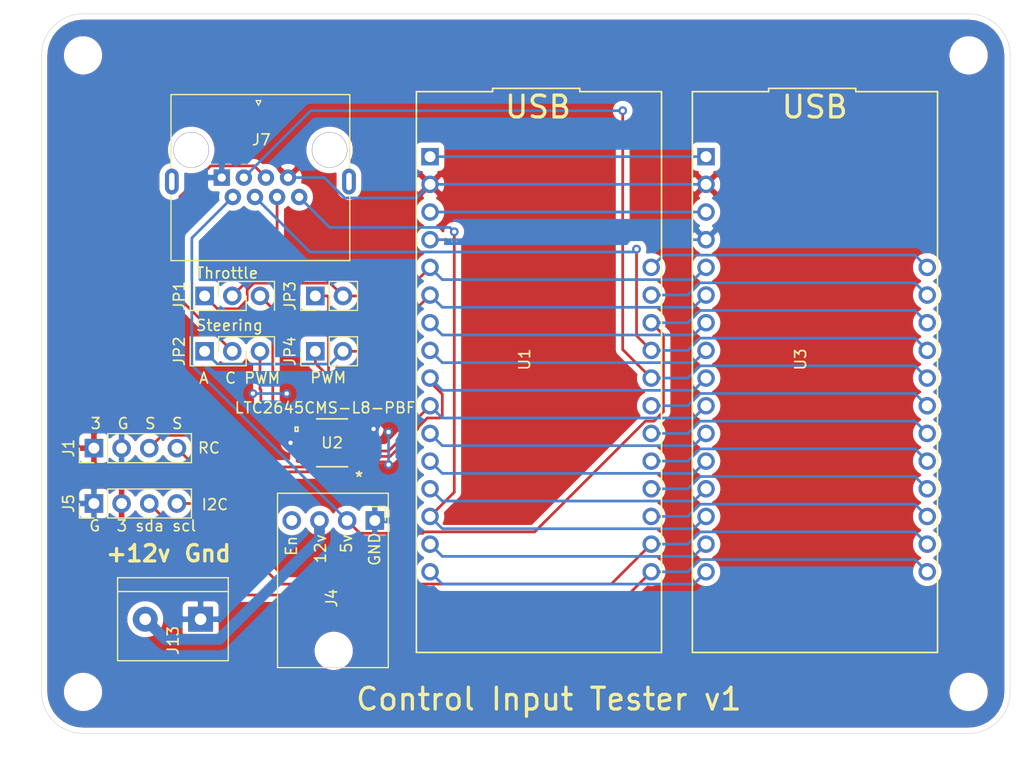
<source format=kicad_pcb>
(kicad_pcb (version 20171130) (host pcbnew "(5.1.9)-1")

  (general
    (thickness 1.6)
    (drawings 19)
    (tracks 236)
    (zones 0)
    (modules 16)
    (nets 38)
  )

  (page A4)
  (layers
    (0 F.Cu signal)
    (31 B.Cu signal)
    (32 B.Adhes user)
    (33 F.Adhes user)
    (34 B.Paste user)
    (35 F.Paste user)
    (36 B.SilkS user)
    (37 F.SilkS user)
    (38 B.Mask user)
    (39 F.Mask user)
    (40 Dwgs.User user)
    (41 Cmts.User user)
    (42 Eco1.User user)
    (43 Eco2.User user)
    (44 Edge.Cuts user)
    (45 Margin user)
    (46 B.CrtYd user hide)
    (47 F.CrtYd user hide)
    (48 B.Fab user hide)
    (49 F.Fab user hide)
  )

  (setup
    (last_trace_width 0.25)
    (user_trace_width 0.3)
    (user_trace_width 0.36)
    (user_trace_width 0.5)
    (user_trace_width 1)
    (user_trace_width 2)
    (trace_clearance 0.2)
    (zone_clearance 0.508)
    (zone_45_only no)
    (trace_min 0.2)
    (via_size 0.8)
    (via_drill 0.4)
    (via_min_size 0.4)
    (via_min_drill 0.3)
    (uvia_size 0.3)
    (uvia_drill 0.1)
    (uvias_allowed no)
    (uvia_min_size 0.2)
    (uvia_min_drill 0.1)
    (edge_width 0.05)
    (segment_width 0.2)
    (pcb_text_width 0.3)
    (pcb_text_size 1.5 1.5)
    (mod_edge_width 0.12)
    (mod_text_size 1 1)
    (mod_text_width 0.15)
    (pad_size 1.5 1.5)
    (pad_drill 0)
    (pad_to_mask_clearance 0.051)
    (aux_axis_origin 0 0)
    (visible_elements 7FFFFFFF)
    (pcbplotparams
      (layerselection 0x010fc_ffffffff)
      (usegerberextensions false)
      (usegerberattributes false)
      (usegerberadvancedattributes false)
      (creategerberjobfile false)
      (excludeedgelayer true)
      (linewidth 0.100000)
      (plotframeref false)
      (viasonmask false)
      (mode 1)
      (useauxorigin false)
      (hpglpennumber 1)
      (hpglpenspeed 20)
      (hpglpendiameter 15.000000)
      (psnegative false)
      (psa4output false)
      (plotreference true)
      (plotvalue true)
      (plotinvisibletext false)
      (padsonsilk false)
      (subtractmaskfromsilk false)
      (outputformat 1)
      (mirror false)
      (drillshape 0)
      (scaleselection 1)
      (outputdirectory "Gerbers/"))
  )

  (net 0 "")
  (net 1 +5V)
  (net 2 GND)
  (net 3 +3V3)
  (net 4 +12V)
  (net 5 I2C_SDA)
  (net 6 I2C_SCL)
  (net 7 Steering)
  (net 8 Throttle)
  (net 9 RCPWMThrottle)
  (net 10 RCPWMSteering)
  (net 11 ActiveSW)
  (net 12 "Net-(J7-Pad6)")
  (net 13 "Net-(J7-Pad5)")
  (net 14 PWMThrottle)
  (net 15 PWMSteering)
  (net 16 RCAnalogSteering)
  (net 17 RCAnalogThrottle)
  (net 18 "Net-(JP3-Pad1)")
  (net 19 "Net-(JP4-Pad1)")
  (net 20 D13)
  (net 21 D12)
  (net 22 MI)
  (net 23 MO)
  (net 24 SCK)
  (net 25 A3)
  (net 26 A2)
  (net 27 AREF)
  (net 28 RST)
  (net 29 D5)
  (net 30 D6)
  (net 31 D9)
  (net 32 D10)
  (net 33 D11)
  (net 34 EN)
  (net 35 BAT)
  (net 36 TX)
  (net 37 D2)

  (net_class Default "This is the default net class."
    (clearance 0.2)
    (trace_width 0.25)
    (via_dia 0.8)
    (via_drill 0.4)
    (uvia_dia 0.3)
    (uvia_drill 0.1)
    (add_net +12V)
    (add_net +3V3)
    (add_net +5V)
    (add_net A2)
    (add_net A3)
    (add_net AREF)
    (add_net ActiveSW)
    (add_net BAT)
    (add_net D10)
    (add_net D11)
    (add_net D12)
    (add_net D13)
    (add_net D2)
    (add_net D5)
    (add_net D6)
    (add_net D9)
    (add_net EN)
    (add_net GND)
    (add_net I2C_SCL)
    (add_net I2C_SDA)
    (add_net MI)
    (add_net MO)
    (add_net "Net-(J7-Pad5)")
    (add_net "Net-(J7-Pad6)")
    (add_net "Net-(JP3-Pad1)")
    (add_net "Net-(JP4-Pad1)")
    (add_net PWMSteering)
    (add_net PWMThrottle)
    (add_net RCAnalogSteering)
    (add_net RCAnalogThrottle)
    (add_net RCPWMSteering)
    (add_net RCPWMThrottle)
    (add_net RST)
    (add_net SCK)
    (add_net Steering)
    (add_net TX)
    (add_net Throttle)
  )

  (module "Useful Modifications:Feather_nRF52840" (layer F.Cu) (tedit 5FE15FDA) (tstamp 5FA21A8C)
    (at 151.2 120.65 270)
    (path /5FA6E9E8)
    (fp_text reference U1 (at -0.03302 1.45542 90) (layer F.SilkS)
      (effects (font (size 1 1) (thickness 0.15)))
    )
    (fp_text value Feather_nRF52840 (at 0.254 -2.032 90) (layer F.Fab)
      (effects (font (size 1 1) (thickness 0.15)))
    )
    (fp_line (start 26.86094 11.38608) (end -24.6088 11.38608) (layer F.SilkS) (width 0.15))
    (fp_line (start 26.86094 -11.11392) (end -24.6088 -11.11392) (layer F.SilkS) (width 0.15))
    (fp_line (start 26.86094 11.38608) (end 26.86094 -11.11392) (layer F.SilkS) (width 0.15))
    (fp_line (start -24.90852 -3.61392) (end -24.90852 4.38608) (layer F.SilkS) (width 0.15))
    (fp_line (start -24.6088 11.38608) (end -24.6088 4.38608) (layer F.SilkS) (width 0.15))
    (fp_line (start -24.6088 4.38608) (end -24.90852 4.38608) (layer F.SilkS) (width 0.15))
    (fp_line (start -24.6088 -3.61392) (end -24.90852 -3.61392) (layer F.SilkS) (width 0.15))
    (fp_line (start -24.6088 -3.61392) (end -24.6088 -11.11392) (layer F.SilkS) (width 0.15))
    (pad 14 thru_hole circle (at 14.37894 10.13206 270) (size 1.6 1.6) (drill 1) (layers *.Cu *.Mask)
      (net 11 ActiveSW))
    (pad 13 thru_hole circle (at 11.83894 10.13206 270) (size 1.6 1.6) (drill 1) (layers *.Cu *.Mask)
      (net 22 MI))
    (pad 12 thru_hole circle (at 9.29894 10.13206 270) (size 1.6 1.6) (drill 1) (layers *.Cu *.Mask)
      (net 23 MO))
    (pad 11 thru_hole circle (at 6.75894 10.13206 270) (size 1.6 1.6) (drill 1) (layers *.Cu *.Mask)
      (net 24 SCK))
    (pad 10 thru_hole circle (at 4.21894 10.13206 270) (size 1.6 1.6) (drill 1) (layers *.Cu *.Mask)
      (net 16 RCAnalogSteering))
    (pad 9 thru_hole circle (at 1.67894 10.13206 270) (size 1.6 1.6) (drill 1) (layers *.Cu *.Mask)
      (net 17 RCAnalogThrottle))
    (pad 8 thru_hole circle (at -0.86106 10.13206 270) (size 1.6 1.6) (drill 1) (layers *.Cu *.Mask)
      (net 25 A3))
    (pad 7 thru_hole circle (at -3.40106 10.13206 270) (size 1.6 1.6) (drill 1) (layers *.Cu *.Mask)
      (net 26 A2))
    (pad 6 thru_hole circle (at -5.94106 10.13206 270) (size 1.6 1.6) (drill 1) (layers *.Cu *.Mask)
      (net 7 Steering))
    (pad 5 thru_hole circle (at -8.48106 10.13206 270) (size 1.6 1.6) (drill 1) (layers *.Cu *.Mask)
      (net 8 Throttle))
    (pad 4 thru_hole circle (at -11.02106 10.13206 270) (size 1.6 1.6) (drill 1) (layers *.Cu *.Mask)
      (net 2 GND))
    (pad 3 thru_hole circle (at -13.56106 10.13206 270) (size 1.6 1.6) (drill 1) (layers *.Cu *.Mask)
      (net 27 AREF))
    (pad 2 thru_hole circle (at -16.10106 10.13206 270) (size 1.6 1.6) (drill 1) (layers *.Cu *.Mask)
      (net 3 +3V3))
    (pad 1 thru_hole rect (at -18.64106 10.13206 270) (size 1.6 1.6) (drill 1) (layers *.Cu *.Mask)
      (net 28 RST))
    (pad 17 thru_hole circle (at 19.45894 -10.16794 270) (size 1.6 1.6) (drill 1) (layers *.Cu *.Mask)
      (net 5 I2C_SDA))
    (pad 18 thru_hole circle (at 16.91894 -10.16794 270) (size 1.6 1.6) (drill 1) (layers *.Cu *.Mask)
      (net 6 I2C_SCL))
    (pad 19 thru_hole circle (at 14.37894 -10.16794 270) (size 1.6 1.6) (drill 1) (layers *.Cu *.Mask)
      (net 29 D5))
    (pad 20 thru_hole circle (at 11.83894 -10.16794 270) (size 1.6 1.6) (drill 1) (layers *.Cu *.Mask)
      (net 30 D6))
    (pad 21 thru_hole circle (at 9.29894 -10.16794 270) (size 1.6 1.6) (drill 1) (layers *.Cu *.Mask)
      (net 31 D9))
    (pad 22 thru_hole circle (at 6.75894 -10.16794 270) (size 1.6 1.6) (drill 1) (layers *.Cu *.Mask)
      (net 32 D10))
    (pad 23 thru_hole circle (at 4.21894 -10.16794 270) (size 1.6 1.6) (drill 1) (layers *.Cu *.Mask)
      (net 33 D11))
    (pad 24 thru_hole circle (at 1.67894 -10.16794 270) (size 1.6 1.6) (drill 1) (layers *.Cu *.Mask)
      (net 21 D12))
    (pad 25 thru_hole circle (at -0.86106 -10.16794 270) (size 1.6 1.6) (drill 1) (layers *.Cu *.Mask)
      (net 20 D13))
    (pad 26 thru_hole circle (at -3.40106 -10.16794 270) (size 1.6 1.6) (drill 1) (layers *.Cu *.Mask)
      (net 1 +5V))
    (pad 27 thru_hole circle (at -5.94106 -10.16794 270) (size 1.6 1.6) (drill 1) (layers *.Cu *.Mask)
      (net 34 EN))
    (pad 28 thru_hole circle (at -8.48106 -10.16794 270) (size 1.6 1.6) (drill 1) (layers *.Cu *.Mask)
      (net 35 BAT))
    (pad 15 thru_hole circle (at 16.91894 10.13206 270) (size 1.6 1.6) (drill 1) (layers *.Cu *.Mask)
      (net 36 TX))
    (pad 16 thru_hole circle (at 19.45894 10.13206 270) (size 1.6 1.6) (drill 1) (layers *.Cu *.Mask)
      (net 37 D2))
  )

  (module "Useful Modifications:AdaFruit_MPM3610" (layer F.Cu) (tedit 5FDA9FFC) (tstamp 5FBB2066)
    (at 136 135.4 270)
    (descr "Through hole angled pin header, 1x04, 2.54mm pitch, 6mm pin length, single row")
    (tags "Through hole angled pin header THT 1x04 2.54mm single row")
    (path /5FBAF7AC)
    (fp_text reference J4 (at 7.1247 3.9624 270) (layer F.SilkS)
      (effects (font (size 1 1) (thickness 0.15)))
    )
    (fp_text value "Power Input" (at 4.385 9.89 270) (layer F.Fab)
      (effects (font (size 1 1) (thickness 0.15)))
    )
    (fp_line (start -2.501 8.929) (end 13.499 8.929) (layer F.SilkS) (width 0.12))
    (fp_line (start 13.499 -1.231) (end 13.499 8.929) (layer F.SilkS) (width 0.12))
    (fp_line (start -2.501 -1.231) (end 13.499 -1.231) (layer F.SilkS) (width 0.12))
    (fp_line (start -1.27 -0.97) (end 0 -0.97) (layer F.SilkS) (width 0.12))
    (fp_line (start -1.27 0.3) (end -1.27 -0.97) (layer F.SilkS) (width 0.12))
    (fp_line (start -0.32 7.3) (end -0.32 7.94) (layer F.Fab) (width 0.1))
    (fp_line (start -0.32 4.76) (end -0.32 5.4) (layer F.Fab) (width 0.1))
    (fp_line (start -0.32 2.22) (end -0.32 2.86) (layer F.Fab) (width 0.1))
    (fp_line (start -0.32 -0.32) (end -0.32 0.32) (layer F.Fab) (width 0.1))
    (fp_line (start -2.501 -1.231) (end -2.501 8.929) (layer F.SilkS) (width 0.12))
    (fp_text user %R (at 2.77 3.81) (layer F.Fab)
      (effects (font (size 1 1) (thickness 0.15)))
    )
    (fp_text user En (at 2.3368 7.6581 90) (layer F.SilkS)
      (effects (font (size 1 1) (thickness 0.15)))
    )
    (fp_text user 12v (at 2.59334 4.99364 90) (layer F.SilkS)
      (effects (font (size 1 1) (thickness 0.15)))
    )
    (fp_text user 5v (at 2.1209 2.60604 90) (layer F.SilkS)
      (effects (font (size 1 1) (thickness 0.15)))
    )
    (fp_text user GND (at 2.63398 0.02286 90) (layer F.SilkS)
      (effects (font (size 1 1) (thickness 0.15)))
    )
    (pad "" np_thru_hole oval (at 11.959 3.7719 15) (size 2.5 2.5) (drill oval 2.5) (layers *.Cu *.Mask))
    (pad 1 thru_hole rect (at 0 0 270) (size 1.7 1.7) (drill 1) (layers *.Cu *.Mask)
      (net 2 GND))
    (pad 2 thru_hole oval (at 0 2.54 270) (size 1.7 1.7) (drill 1) (layers *.Cu *.Mask)
      (net 1 +5V))
    (pad 3 thru_hole oval (at 0 5.08 270) (size 1.7 1.7) (drill 1) (layers *.Cu *.Mask)
      (net 4 +12V))
    (pad 4 thru_hole oval (at 0 7.62 270) (size 1.7 1.7) (drill 1) (layers *.Cu *.Mask))
    (model ${KISYS3DMOD}/Connector_PinHeader_2.54mm.3dshapes/PinHeader_1x04_P2.54mm_Horizontal.wrl
      (at (xyz 0 0 0))
      (scale (xyz 1 1 1))
      (rotate (xyz 0 0 0))
    )
  )

  (module Connector_PinHeader_2.54mm:PinHeader_1x03_P2.54mm_Vertical (layer F.Cu) (tedit 5FC5AC48) (tstamp 5FC59D80)
    (at 120.38 114.79 90)
    (descr "Through hole straight pin header, 1x03, 2.54mm pitch, single row")
    (tags "Through hole pin header THT 1x03 2.54mm single row")
    (path /5FB889CD)
    (fp_text reference JP1 (at 0 -2.33 90) (layer F.SilkS)
      (effects (font (size 1 1) (thickness 0.15)))
    )
    (fp_text value "Throttle Jumper" (at 3.8 1) (layer F.Fab)
      (effects (font (size 1 1) (thickness 0.15)))
    )
    (fp_line (start 0 3.81) (end -1.33 3.81) (layer F.SilkS) (width 0.12))
    (fp_line (start 1.8 -1.8) (end -1.8 -1.8) (layer F.CrtYd) (width 0.05))
    (fp_line (start 1.8 6.85) (end 1.8 -1.8) (layer F.CrtYd) (width 0.05))
    (fp_line (start -1.8 6.85) (end 1.8 6.85) (layer F.CrtYd) (width 0.05))
    (fp_line (start -1.8 -1.8) (end -1.8 6.85) (layer F.CrtYd) (width 0.05))
    (fp_line (start 1.33 1.27) (end 0 1.27) (layer F.SilkS) (width 0.12))
    (fp_line (start -1.33 -1.33) (end 1.33 -1.33) (layer F.SilkS) (width 0.12))
    (fp_line (start 1.33 1.27) (end 1.33 6.41) (layer F.SilkS) (width 0.12))
    (fp_line (start -1.33 -1.33) (end -1.33 3.81) (layer F.SilkS) (width 0.12))
    (fp_line (start -1.33 6.41) (end 1.33 6.41) (layer F.SilkS) (width 0.12))
    (fp_line (start -1.27 -0.635) (end -0.635 -1.27) (layer F.Fab) (width 0.1))
    (fp_line (start -1.27 6.35) (end -1.27 -0.635) (layer F.Fab) (width 0.1))
    (fp_line (start 1.27 6.35) (end -1.27 6.35) (layer F.Fab) (width 0.1))
    (fp_line (start 1.27 -1.27) (end 1.27 6.35) (layer F.Fab) (width 0.1))
    (fp_line (start -0.635 -1.27) (end 1.27 -1.27) (layer F.Fab) (width 0.1))
    (fp_text user %R (at 0 2.54 180) (layer F.Fab)
      (effects (font (size 1 1) (thickness 0.15)))
    )
    (pad 3 thru_hole oval (at 0 5.08 90) (size 1.7 1.7) (drill 1) (layers *.Cu *.Mask)
      (net 14 PWMThrottle))
    (pad 2 thru_hole oval (at 0 2.54 90) (size 1.7 1.7) (drill 1) (layers *.Cu *.Mask)
      (net 12 "Net-(J7-Pad6)"))
    (pad 1 thru_hole rect (at 0 0 90) (size 1.7 1.7) (drill 1) (layers *.Cu *.Mask)
      (net 8 Throttle))
    (model ${KISYS3DMOD}/Connector_PinHeader_2.54mm.3dshapes/PinHeader_1x03_P2.54mm_Vertical.wrl
      (at (xyz 0 0 0))
      (scale (xyz 1 1 1))
      (rotate (xyz 0 0 0))
    )
  )

  (module Connector_PinHeader_2.54mm:PinHeader_1x03_P2.54mm_Vertical (layer F.Cu) (tedit 5FC5AB8E) (tstamp 5FC5A93F)
    (at 120.38 119.87 90)
    (descr "Through hole straight pin header, 1x03, 2.54mm pitch, single row")
    (tags "Through hole pin header THT 1x03 2.54mm single row")
    (path /5FB8BA5A)
    (fp_text reference JP2 (at 0 -2.33 90) (layer F.SilkS)
      (effects (font (size 1 1) (thickness 0.15)))
    )
    (fp_text value "Steering Jumper" (at 1.28 -8.4) (layer F.Fab)
      (effects (font (size 1 1) (thickness 0.15)))
    )
    (fp_line (start -1.33 -1.33) (end -1.33 3.81) (layer F.SilkS) (width 0.12))
    (fp_line (start -1.33 -1.33) (end 1.33 -1.33) (layer F.SilkS) (width 0.12))
    (fp_line (start 1.33 1.27) (end 0 1.27) (layer F.SilkS) (width 0.12))
    (fp_line (start -1.33 3.81) (end 0 3.81) (layer F.SilkS) (width 0.12))
    (fp_line (start -0.635 -1.27) (end 1.27 -1.27) (layer F.Fab) (width 0.1))
    (fp_line (start 1.27 -1.27) (end 1.27 6.35) (layer F.Fab) (width 0.1))
    (fp_line (start 1.27 6.35) (end -1.27 6.35) (layer F.Fab) (width 0.1))
    (fp_line (start -1.27 6.35) (end -1.27 -0.635) (layer F.Fab) (width 0.1))
    (fp_line (start -1.27 -0.635) (end -0.635 -1.27) (layer F.Fab) (width 0.1))
    (fp_line (start -1.33 6.41) (end 1.33 6.41) (layer F.SilkS) (width 0.12))
    (fp_line (start 1.33 1.27) (end 1.33 6.41) (layer F.SilkS) (width 0.12))
    (fp_line (start -1.8 -1.8) (end -1.8 6.85) (layer F.CrtYd) (width 0.05))
    (fp_line (start -1.8 6.85) (end 1.8 6.85) (layer F.CrtYd) (width 0.05))
    (fp_line (start 1.8 6.85) (end 1.8 -1.8) (layer F.CrtYd) (width 0.05))
    (fp_line (start 1.8 -1.8) (end -1.8 -1.8) (layer F.CrtYd) (width 0.05))
    (fp_text user %R (at 0 2.54 180) (layer F.Fab)
      (effects (font (size 1 1) (thickness 0.15)))
    )
    (pad 1 thru_hole rect (at 0 0 90) (size 1.7 1.7) (drill 1) (layers *.Cu *.Mask)
      (net 7 Steering))
    (pad 2 thru_hole oval (at 0 2.54 90) (size 1.7 1.7) (drill 1) (layers *.Cu *.Mask)
      (net 13 "Net-(J7-Pad5)"))
    (pad 3 thru_hole oval (at 0 5.08 90) (size 1.7 1.7) (drill 1) (layers *.Cu *.Mask)
      (net 15 PWMSteering))
    (model ${KISYS3DMOD}/Connector_PinHeader_2.54mm.3dshapes/PinHeader_1x03_P2.54mm_Vertical.wrl
      (at (xyz 0 0 0))
      (scale (xyz 1 1 1))
      (rotate (xyz 0 0 0))
    )
  )

  (module MountingHole:MountingHole_2.5mm (layer F.Cu) (tedit 56D1B4CB) (tstamp 5FBB6A9A)
    (at 109.22 151.13)
    (descr "Mounting Hole 2.5mm, no annular")
    (tags "mounting hole 2.5mm no annular")
    (attr virtual)
    (fp_text reference REF** (at 0 -4) (layer F.SilkS) hide
      (effects (font (size 1 1) (thickness 0.15)))
    )
    (fp_text value MountingHole_2.5mm (at 0 4) (layer F.Fab)
      (effects (font (size 1 1) (thickness 0.15)))
    )
    (fp_circle (center 0 0) (end 2.5 0) (layer Cmts.User) (width 0.15))
    (fp_circle (center 0 0) (end 2.75 0) (layer F.CrtYd) (width 0.05))
    (fp_text user %R (at 0.3 0) (layer F.Fab)
      (effects (font (size 1 1) (thickness 0.15)))
    )
    (pad 1 np_thru_hole circle (at 0 0) (size 2.5 2.5) (drill 2.5) (layers *.Cu *.Mask))
  )

  (module MountingHole:MountingHole_2.5mm (layer F.Cu) (tedit 56D1B4CB) (tstamp 5FBB6A89)
    (at 190.5 92.71)
    (descr "Mounting Hole 2.5mm, no annular")
    (tags "mounting hole 2.5mm no annular")
    (attr virtual)
    (fp_text reference REF** (at 0 -4) (layer F.SilkS) hide
      (effects (font (size 1 1) (thickness 0.15)))
    )
    (fp_text value MountingHole_2.5mm (at 0 4) (layer F.Fab)
      (effects (font (size 1 1) (thickness 0.15)))
    )
    (fp_circle (center 0 0) (end 2.5 0) (layer Cmts.User) (width 0.15))
    (fp_circle (center 0 0) (end 2.75 0) (layer F.CrtYd) (width 0.05))
    (fp_text user %R (at 0.3 0) (layer F.Fab)
      (effects (font (size 1 1) (thickness 0.15)))
    )
    (pad 1 np_thru_hole circle (at 0 0) (size 2.5 2.5) (drill 2.5) (layers *.Cu *.Mask))
  )

  (module MountingHole:MountingHole_2.5mm (layer F.Cu) (tedit 56D1B4CB) (tstamp 5FBB6A9A)
    (at 109.22 92.71)
    (descr "Mounting Hole 2.5mm, no annular")
    (tags "mounting hole 2.5mm no annular")
    (attr virtual)
    (fp_text reference REF** (at 0 -4) (layer F.SilkS) hide
      (effects (font (size 1 1) (thickness 0.15)))
    )
    (fp_text value MountingHole_2.5mm (at 0 4) (layer F.Fab)
      (effects (font (size 1 1) (thickness 0.15)))
    )
    (fp_circle (center 0 0) (end 2.5 0) (layer Cmts.User) (width 0.15))
    (fp_circle (center 0 0) (end 2.75 0) (layer F.CrtYd) (width 0.05))
    (fp_text user %R (at 0.3 0) (layer F.Fab)
      (effects (font (size 1 1) (thickness 0.15)))
    )
    (pad 1 np_thru_hole circle (at 0 0) (size 2.5 2.5) (drill 2.5) (layers *.Cu *.Mask))
  )

  (module MountingHole:MountingHole_2.5mm (layer F.Cu) (tedit 56D1B4CB) (tstamp 5FBB6A9A)
    (at 190.5 151.13)
    (descr "Mounting Hole 2.5mm, no annular")
    (tags "mounting hole 2.5mm no annular")
    (attr virtual)
    (fp_text reference REF** (at 0 -4) (layer F.SilkS) hide
      (effects (font (size 1 1) (thickness 0.15)))
    )
    (fp_text value MountingHole_2.5mm (at 0 4) (layer F.Fab)
      (effects (font (size 1 1) (thickness 0.15)))
    )
    (fp_circle (center 0 0) (end 2.5 0) (layer Cmts.User) (width 0.15))
    (fp_circle (center 0 0) (end 2.75 0) (layer F.CrtYd) (width 0.05))
    (fp_text user %R (at 0.3 0) (layer F.Fab)
      (effects (font (size 1 1) (thickness 0.15)))
    )
    (pad 1 np_thru_hole circle (at 0 0) (size 2.5 2.5) (drill 2.5) (layers *.Cu *.Mask))
  )

  (module "Useful Modifications:RJ45_x08_Tab_Up" (layer F.Cu) (tedit 5FA2D743) (tstamp 5FBD32BD)
    (at 125.73 100.33 180)
    (descr "8 Pol Shallow Latch Connector, Modjack, RJ45 (https://cdn.amphenol-icc.com/media/wysiwyg/files/drawing/c-bmj-0102.pdf)")
    (tags RJ45)
    (path /5D627B3B)
    (fp_text reference J7 (at 0.1524 -0.13208) (layer F.SilkS)
      (effects (font (size 1 1) (thickness 0.15)))
    )
    (fp_text value 8P8C (at 0.31242 -2.78434) (layer F.Fab)
      (effects (font (size 1 1) (thickness 0.15)))
    )
    (fp_line (start 8.43694 -2.71018) (end 8.43506 4.02082) (layer F.SilkS) (width 0.12))
    (fp_line (start 8.43506 -11.21918) (end 8.43506 -5.207) (layer F.SilkS) (width 0.12))
    (fp_line (start -7.97306 -2.71018) (end -7.97494 4.02082) (layer F.SilkS) (width 0.12))
    (fp_line (start -7.97494 4.02082) (end 8.43506 4.02082) (layer F.SilkS) (width 0.12))
    (fp_line (start -7.97494 -11.21918) (end -7.97494 -5.207) (layer F.SilkS) (width 0.12))
    (fp_line (start -8.10648 -11.38174) (end 8.61942 -11.38428) (layer F.CrtYd) (width 0.05))
    (fp_line (start -8.10648 -11.38174) (end -8.10394 4.15544) (layer F.CrtYd) (width 0.05))
    (fp_line (start -7.97494 -11.21918) (end 8.43506 -11.21918) (layer F.SilkS) (width 0.12))
    (fp_line (start -8.10394 4.15544) (end 8.62196 4.1529) (layer F.CrtYd) (width 0.05))
    (fp_line (start 8.61942 -11.38428) (end 8.62196 4.1529) (layer F.CrtYd) (width 0.05))
    (fp_line (start 0.18796 3.46964) (end 0.62738 3.46964) (layer F.SilkS) (width 0.12))
    (fp_line (start 0.62738 3.46964) (end 0.40132 3.03784) (layer F.SilkS) (width 0.12))
    (fp_line (start 0.40132 3.03784) (end 0.18796 3.46964) (layer F.SilkS) (width 0.12))
    (fp_text user %R (at 0.31242 -4.78434) (layer F.Fab)
      (effects (font (size 1 1) (thickness 0.15)))
    )
    (pad "" np_thru_hole circle (at -6.11832 -1.05918) (size 3.25 3.25) (drill 3.2) (layers *.Cu *.Mask))
    (pad "" np_thru_hole circle (at 6.58168 -1.05918) (size 3.25 3.25) (drill 3.200001) (layers *.Cu *.Mask))
    (pad 8 thru_hole circle (at -3.32902 -5.37918 180) (size 1.5 1.5) (drill 0.76) (layers *.Cu *.Mask)
      (net 11 ActiveSW))
    (pad 7 thru_hole circle (at -2.30902 -3.59918 180) (size 1.5 1.5) (drill 0.76) (layers *.Cu *.Mask)
      (net 3 +3V3))
    (pad 6 thru_hole circle (at -1.29902 -5.37918 180) (size 1.5 1.5) (drill 0.76) (layers *.Cu *.Mask)
      (net 12 "Net-(J7-Pad6)"))
    (pad 5 thru_hole circle (at -0.27902 -3.59918 180) (size 1.5 1.5) (drill 0.76) (layers *.Cu *.Mask)
      (net 13 "Net-(J7-Pad5)"))
    (pad 4 thru_hole circle (at 0.73098 -5.37918 180) (size 1.5 1.5) (drill 0.76) (layers *.Cu *.Mask)
      (net 20 D13))
    (pad 3 thru_hole circle (at 1.75098 -3.59918 180) (size 1.5 1.5) (drill 0.76) (layers *.Cu *.Mask)
      (net 21 D12))
    (pad 2 thru_hole circle (at 2.76098 -5.37918 180) (size 1.5 1.5) (drill 0.76) (layers *.Cu *.Mask)
      (net 1 +5V))
    (pad 1 thru_hole rect (at 3.78098 -3.59918 180) (size 1.5 1.5) (drill 0.76) (layers *.Cu *.Mask)
      (net 2 GND))
    (pad 9 thru_hole oval (at -7.89832 -3.96113) (size 1.259 2.362) (drill oval 0.5 1.6) (layers *.Cu *.Mask))
    (pad 10 thru_hole oval (at 8.36168 -3.96113) (size 1.259 2.362) (drill oval 0.5 1.6) (layers *.Cu *.Mask))
    (model ${KISYS3DMOD}/Connector_RJ.3dshapes/RJ45_Amphenol_54602-x08_Horizontal.wrl
      (at (xyz 0 0 0))
      (scale (xyz 1 1 1))
      (rotate (xyz 0 0 0))
    )
  )

  (module Connector_PinHeader_2.54mm:PinHeader_1x04_P2.54mm_Vertical (layer F.Cu) (tedit 59FED5CC) (tstamp 60473791)
    (at 110.22 133.84 90)
    (descr "Through hole straight pin header, 1x04, 2.54mm pitch, single row")
    (tags "Through hole pin header THT 1x04 2.54mm single row")
    (path /5FA762AC)
    (fp_text reference J5 (at 0 -2.33 90) (layer F.SilkS)
      (effects (font (size 1 1) (thickness 0.15)))
    )
    (fp_text value I2C (at -0.1 11.1 180) (layer F.SilkS)
      (effects (font (size 1 1) (thickness 0.15)))
    )
    (fp_line (start -0.635 -1.27) (end 1.27 -1.27) (layer F.Fab) (width 0.1))
    (fp_line (start 1.27 -1.27) (end 1.27 8.89) (layer F.Fab) (width 0.1))
    (fp_line (start 1.27 8.89) (end -1.27 8.89) (layer F.Fab) (width 0.1))
    (fp_line (start -1.27 8.89) (end -1.27 -0.635) (layer F.Fab) (width 0.1))
    (fp_line (start -1.27 -0.635) (end -0.635 -1.27) (layer F.Fab) (width 0.1))
    (fp_line (start -1.33 8.95) (end 1.33 8.95) (layer F.SilkS) (width 0.12))
    (fp_line (start -1.33 1.27) (end -1.33 8.95) (layer F.SilkS) (width 0.12))
    (fp_line (start 1.33 1.27) (end 1.33 8.95) (layer F.SilkS) (width 0.12))
    (fp_line (start -1.33 1.27) (end 1.33 1.27) (layer F.SilkS) (width 0.12))
    (fp_line (start -1.33 0) (end -1.33 -1.33) (layer F.SilkS) (width 0.12))
    (fp_line (start -1.33 -1.33) (end 0 -1.33) (layer F.SilkS) (width 0.12))
    (fp_line (start -1.8 -1.8) (end -1.8 9.4) (layer F.CrtYd) (width 0.05))
    (fp_line (start -1.8 9.4) (end 1.8 9.4) (layer F.CrtYd) (width 0.05))
    (fp_line (start 1.8 9.4) (end 1.8 -1.8) (layer F.CrtYd) (width 0.05))
    (fp_line (start 1.8 -1.8) (end -1.8 -1.8) (layer F.CrtYd) (width 0.05))
    (fp_text user %R (at 0 3.81) (layer F.Fab)
      (effects (font (size 1 1) (thickness 0.15)))
    )
    (pad 4 thru_hole oval (at 0 7.62 90) (size 1.7 1.7) (drill 1) (layers *.Cu *.Mask)
      (net 6 I2C_SCL))
    (pad 3 thru_hole oval (at 0 5.08 90) (size 1.7 1.7) (drill 1) (layers *.Cu *.Mask)
      (net 5 I2C_SDA))
    (pad 2 thru_hole oval (at 0 2.54 90) (size 1.7 1.7) (drill 1) (layers *.Cu *.Mask)
      (net 3 +3V3))
    (pad 1 thru_hole rect (at 0 0 90) (size 1.7 1.7) (drill 1) (layers *.Cu *.Mask)
      (net 2 GND))
    (model ${KISYS3DMOD}/Connector_PinHeader_2.54mm.3dshapes/PinHeader_1x04_P2.54mm_Vertical.wrl
      (at (xyz 0 0 0))
      (scale (xyz 1 1 1))
      (rotate (xyz 0 0 0))
    )
  )

  (module "Useful Modifications:TerminalBlock_bornier-2_P5.08mm" (layer F.Cu) (tedit 5DBE4433) (tstamp 6047300F)
    (at 120.01 144.46 180)
    (descr "simple 2-pin terminal block, pitch 5.08mm, revamped version of bornier2")
    (tags "terminal block bornier2")
    (path /5EE8257A)
    (fp_text reference J13 (at 2.5273 -1.9558 270) (layer F.SilkS)
      (effects (font (size 1 1) (thickness 0.15)))
    )
    (fp_text value "Main Power" (at 2.54 5.08) (layer F.Fab)
      (effects (font (size 1 1) (thickness 0.15)))
    )
    (fp_line (start 7.79 4) (end -2.71 4) (layer F.CrtYd) (width 0.05))
    (fp_line (start 7.79 4) (end 7.79 -4) (layer F.CrtYd) (width 0.05))
    (fp_line (start -2.71 -4) (end -2.71 4) (layer F.CrtYd) (width 0.05))
    (fp_line (start -2.71 -4) (end 7.79 -4) (layer F.CrtYd) (width 0.05))
    (fp_line (start -2.54 3.81) (end 7.62 3.81) (layer F.SilkS) (width 0.12))
    (fp_line (start -2.54 -3.81) (end -2.54 3.81) (layer F.SilkS) (width 0.12))
    (fp_line (start 7.62 -3.81) (end -2.54 -3.81) (layer F.SilkS) (width 0.12))
    (fp_line (start 7.62 3.81) (end 7.62 -3.81) (layer F.SilkS) (width 0.12))
    (fp_line (start 7.62 2.54) (end -2.54 2.54) (layer F.SilkS) (width 0.12))
    (fp_line (start 7.54 -3.75) (end -2.46 -3.75) (layer F.Fab) (width 0.1))
    (fp_line (start 7.54 3.75) (end 7.54 -3.75) (layer F.Fab) (width 0.1))
    (fp_line (start -2.46 3.75) (end 7.54 3.75) (layer F.Fab) (width 0.1))
    (fp_line (start -2.46 -3.75) (end -2.46 3.75) (layer F.Fab) (width 0.1))
    (fp_line (start -2.41 2.55) (end 7.49 2.55) (layer F.Fab) (width 0.1))
    (fp_text user %R (at 2.54 0) (layer F.Fab)
      (effects (font (size 1 1) (thickness 0.15)))
    )
    (pad 1 thru_hole rect (at 0 0 180) (size 2.286 2.286) (drill 1.0668) (layers *.Cu *.Mask)
      (net 2 GND))
    (pad 2 thru_hole circle (at 5.08 0 180) (size 2.286 2.286) (drill 1.0668) (layers *.Cu *.Mask)
      (net 4 +12V))
    (model ${KISYS3DMOD}/TerminalBlock.3dshapes/TerminalBlock_bornier-2_P5.08mm.wrl
      (offset (xyz 2.539999961853027 0 0))
      (scale (xyz 1 1 1))
      (rotate (xyz 0 0 0))
    )
  )

  (module Connector_PinHeader_2.54mm:PinHeader_1x04_P2.54mm_Vertical (layer F.Cu) (tedit 59FED5CC) (tstamp 5FC5B05F)
    (at 110.22 128.76 90)
    (descr "Through hole straight pin header, 1x04, 2.54mm pitch, single row")
    (tags "Through hole pin header THT 1x04 2.54mm single row")
    (path /5D5BB7A8)
    (fp_text reference J1 (at 0 -2.33 90) (layer F.SilkS)
      (effects (font (size 1 1) (thickness 0.15)))
    )
    (fp_text value RC (at 0.015 10.557 180) (layer F.SilkS)
      (effects (font (size 1 1) (thickness 0.15)))
    )
    (fp_line (start -0.635 -1.27) (end 1.27 -1.27) (layer F.Fab) (width 0.1))
    (fp_line (start 1.27 -1.27) (end 1.27 8.89) (layer F.Fab) (width 0.1))
    (fp_line (start 1.27 8.89) (end -1.27 8.89) (layer F.Fab) (width 0.1))
    (fp_line (start -1.27 8.89) (end -1.27 -0.635) (layer F.Fab) (width 0.1))
    (fp_line (start -1.27 -0.635) (end -0.635 -1.27) (layer F.Fab) (width 0.1))
    (fp_line (start -1.33 8.95) (end 1.33 8.95) (layer F.SilkS) (width 0.12))
    (fp_line (start -1.33 1.27) (end -1.33 8.95) (layer F.SilkS) (width 0.12))
    (fp_line (start 1.33 1.27) (end 1.33 8.95) (layer F.SilkS) (width 0.12))
    (fp_line (start -1.33 1.27) (end 1.33 1.27) (layer F.SilkS) (width 0.12))
    (fp_line (start -1.33 0) (end -1.33 -1.33) (layer F.SilkS) (width 0.12))
    (fp_line (start -1.33 -1.33) (end 0 -1.33) (layer F.SilkS) (width 0.12))
    (fp_line (start -1.8 -1.8) (end -1.8 9.4) (layer F.CrtYd) (width 0.05))
    (fp_line (start -1.8 9.4) (end 1.8 9.4) (layer F.CrtYd) (width 0.05))
    (fp_line (start 1.8 9.4) (end 1.8 -1.8) (layer F.CrtYd) (width 0.05))
    (fp_line (start 1.8 -1.8) (end -1.8 -1.8) (layer F.CrtYd) (width 0.05))
    (fp_text user %R (at 0 3.81) (layer F.Fab)
      (effects (font (size 1 1) (thickness 0.15)))
    )
    (pad 1 thru_hole rect (at 0 0 90) (size 1.7 1.7) (drill 1) (layers *.Cu *.Mask)
      (net 3 +3V3))
    (pad 2 thru_hole oval (at 0 2.54 90) (size 1.7 1.7) (drill 1) (layers *.Cu *.Mask)
      (net 2 GND))
    (pad 3 thru_hole oval (at 0 5.08 90) (size 1.7 1.7) (drill 1) (layers *.Cu *.Mask)
      (net 9 RCPWMThrottle))
    (pad 4 thru_hole oval (at 0 7.62 90) (size 1.7 1.7) (drill 1) (layers *.Cu *.Mask)
      (net 10 RCPWMSteering))
    (model ${KISYS3DMOD}/Connector_PinHeader_2.54mm.3dshapes/PinHeader_1x04_P2.54mm_Vertical.wrl
      (at (xyz 0 0 0))
      (scale (xyz 1 1 1))
      (rotate (xyz 0 0 0))
    )
  )

  (module "Useful Modifications:LTC2645CMS-L8-PBF" (layer F.Cu) (tedit 0) (tstamp 5FBD2FEC)
    (at 132.08 128.27 180)
    (path /5FB7335A)
    (fp_text reference U2 (at 0 0) (layer F.SilkS)
      (effects (font (size 1 1) (thickness 0.15)))
    )
    (fp_text value LTC2645CMS-L8-PBF (at 0.651 3.21) (layer F.SilkS)
      (effects (font (size 1 1) (thickness 0.15)))
    )
    (fp_line (start -1.5494 -1.61163) (end -1.5494 -1.89103) (layer F.Fab) (width 0.1524))
    (fp_line (start -1.5494 -1.89103) (end -2.5273 -1.89103) (layer F.Fab) (width 0.1524))
    (fp_line (start -2.5273 -1.89103) (end -2.5273 -1.61163) (layer F.Fab) (width 0.1524))
    (fp_line (start -2.5273 -1.61163) (end -1.5494 -1.61163) (layer F.Fab) (width 0.1524))
    (fp_line (start -1.5494 -1.11125) (end -1.5494 -1.39065) (layer F.Fab) (width 0.1524))
    (fp_line (start -1.5494 -1.39065) (end -2.5273 -1.39065) (layer F.Fab) (width 0.1524))
    (fp_line (start -2.5273 -1.39065) (end -2.5273 -1.11125) (layer F.Fab) (width 0.1524))
    (fp_line (start -2.5273 -1.11125) (end -1.5494 -1.11125) (layer F.Fab) (width 0.1524))
    (fp_line (start -1.5494 -0.61087) (end -1.5494 -0.89027) (layer F.Fab) (width 0.1524))
    (fp_line (start -1.5494 -0.89027) (end -2.5273 -0.89027) (layer F.Fab) (width 0.1524))
    (fp_line (start -2.5273 -0.89027) (end -2.5273 -0.61087) (layer F.Fab) (width 0.1524))
    (fp_line (start -2.5273 -0.61087) (end -1.5494 -0.61087) (layer F.Fab) (width 0.1524))
    (fp_line (start -1.5494 -0.11049) (end -1.5494 -0.38989) (layer F.Fab) (width 0.1524))
    (fp_line (start -1.5494 -0.38989) (end -2.5273 -0.38989) (layer F.Fab) (width 0.1524))
    (fp_line (start -2.5273 -0.38989) (end -2.5273 -0.11049) (layer F.Fab) (width 0.1524))
    (fp_line (start -2.5273 -0.11049) (end -1.5494 -0.11049) (layer F.Fab) (width 0.1524))
    (fp_line (start -1.5494 0.38989) (end -1.5494 0.11049) (layer F.Fab) (width 0.1524))
    (fp_line (start -1.5494 0.11049) (end -2.5273 0.11049) (layer F.Fab) (width 0.1524))
    (fp_line (start -2.5273 0.11049) (end -2.5273 0.38989) (layer F.Fab) (width 0.1524))
    (fp_line (start -2.5273 0.38989) (end -1.5494 0.38989) (layer F.Fab) (width 0.1524))
    (fp_line (start -1.5494 0.89027) (end -1.5494 0.61087) (layer F.Fab) (width 0.1524))
    (fp_line (start -1.5494 0.61087) (end -2.5273 0.61087) (layer F.Fab) (width 0.1524))
    (fp_line (start -2.5273 0.61087) (end -2.5273 0.89027) (layer F.Fab) (width 0.1524))
    (fp_line (start -2.5273 0.89027) (end -1.5494 0.89027) (layer F.Fab) (width 0.1524))
    (fp_line (start -1.5494 1.39065) (end -1.5494 1.11125) (layer F.Fab) (width 0.1524))
    (fp_line (start -1.5494 1.11125) (end -2.5273 1.11125) (layer F.Fab) (width 0.1524))
    (fp_line (start -2.5273 1.11125) (end -2.5273 1.39065) (layer F.Fab) (width 0.1524))
    (fp_line (start -2.5273 1.39065) (end -1.5494 1.39065) (layer F.Fab) (width 0.1524))
    (fp_line (start -1.5494 1.89103) (end -1.5494 1.61163) (layer F.Fab) (width 0.1524))
    (fp_line (start -1.5494 1.61163) (end -2.5273 1.61163) (layer F.Fab) (width 0.1524))
    (fp_line (start -2.5273 1.61163) (end -2.5273 1.89103) (layer F.Fab) (width 0.1524))
    (fp_line (start -2.5273 1.89103) (end -1.5494 1.89103) (layer F.Fab) (width 0.1524))
    (fp_line (start 1.5494 1.61163) (end 1.5494 1.89103) (layer F.Fab) (width 0.1524))
    (fp_line (start 1.5494 1.89103) (end 2.5273 1.89103) (layer F.Fab) (width 0.1524))
    (fp_line (start 2.5273 1.89103) (end 2.5273 1.61163) (layer F.Fab) (width 0.1524))
    (fp_line (start 2.5273 1.61163) (end 1.5494 1.61163) (layer F.Fab) (width 0.1524))
    (fp_line (start 1.5494 1.11125) (end 1.5494 1.39065) (layer F.Fab) (width 0.1524))
    (fp_line (start 1.5494 1.39065) (end 2.5273 1.39065) (layer F.Fab) (width 0.1524))
    (fp_line (start 2.5273 1.39065) (end 2.5273 1.11125) (layer F.Fab) (width 0.1524))
    (fp_line (start 2.5273 1.11125) (end 1.5494 1.11125) (layer F.Fab) (width 0.1524))
    (fp_line (start 1.5494 0.61087) (end 1.5494 0.89027) (layer F.Fab) (width 0.1524))
    (fp_line (start 1.5494 0.89027) (end 2.5273 0.89027) (layer F.Fab) (width 0.1524))
    (fp_line (start 2.5273 0.89027) (end 2.5273 0.61087) (layer F.Fab) (width 0.1524))
    (fp_line (start 2.5273 0.61087) (end 1.5494 0.61087) (layer F.Fab) (width 0.1524))
    (fp_line (start 1.5494 0.11049) (end 1.5494 0.38989) (layer F.Fab) (width 0.1524))
    (fp_line (start 1.5494 0.38989) (end 2.5273 0.38989) (layer F.Fab) (width 0.1524))
    (fp_line (start 2.5273 0.38989) (end 2.5273 0.11049) (layer F.Fab) (width 0.1524))
    (fp_line (start 2.5273 0.11049) (end 1.5494 0.11049) (layer F.Fab) (width 0.1524))
    (fp_line (start 1.5494 -0.38989) (end 1.5494 -0.11049) (layer F.Fab) (width 0.1524))
    (fp_line (start 1.5494 -0.11049) (end 2.5273 -0.11049) (layer F.Fab) (width 0.1524))
    (fp_line (start 2.5273 -0.11049) (end 2.5273 -0.38989) (layer F.Fab) (width 0.1524))
    (fp_line (start 2.5273 -0.38989) (end 1.5494 -0.38989) (layer F.Fab) (width 0.1524))
    (fp_line (start 1.5494 -0.89027) (end 1.5494 -0.61087) (layer F.Fab) (width 0.1524))
    (fp_line (start 1.5494 -0.61087) (end 2.5273 -0.61087) (layer F.Fab) (width 0.1524))
    (fp_line (start 2.5273 -0.61087) (end 2.5273 -0.89027) (layer F.Fab) (width 0.1524))
    (fp_line (start 2.5273 -0.89027) (end 1.5494 -0.89027) (layer F.Fab) (width 0.1524))
    (fp_line (start 1.5494 -1.39065) (end 1.5494 -1.11125) (layer F.Fab) (width 0.1524))
    (fp_line (start 1.5494 -1.11125) (end 2.5273 -1.11125) (layer F.Fab) (width 0.1524))
    (fp_line (start 2.5273 -1.11125) (end 2.5273 -1.39065) (layer F.Fab) (width 0.1524))
    (fp_line (start 2.5273 -1.39065) (end 1.5494 -1.39065) (layer F.Fab) (width 0.1524))
    (fp_line (start 1.5494 -1.89103) (end 1.5494 -1.61163) (layer F.Fab) (width 0.1524))
    (fp_line (start 1.5494 -1.61163) (end 2.5273 -1.61163) (layer F.Fab) (width 0.1524))
    (fp_line (start 2.5273 -1.61163) (end 2.5273 -1.89103) (layer F.Fab) (width 0.1524))
    (fp_line (start 2.5273 -1.89103) (end 1.5494 -1.89103) (layer F.Fab) (width 0.1524))
    (fp_line (start -1.418874 2.1971) (end 1.418874 2.1971) (layer F.SilkS) (width 0.1524))
    (fp_line (start 1.418874 -2.1971) (end -1.418874 -2.1971) (layer F.SilkS) (width 0.1524))
    (fp_line (start -1.5494 2.0701) (end 1.5494 2.0701) (layer F.Fab) (width 0.1524))
    (fp_line (start 1.5494 2.0701) (end 1.5494 -2.0701) (layer F.Fab) (width 0.1524))
    (fp_line (start 1.5494 -2.0701) (end -1.5494 -2.0701) (layer F.Fab) (width 0.1524))
    (fp_line (start -1.5494 -2.0701) (end -1.5494 2.0701) (layer F.Fab) (width 0.1524))
    (fp_line (start 3.3909 1.06045) (end 3.3909 1.44145) (layer F.SilkS) (width 0.1524))
    (fp_line (start 3.3909 1.44145) (end 3.1369 1.44145) (layer F.SilkS) (width 0.1524))
    (fp_line (start 3.1369 1.44145) (end 3.1369 1.06045) (layer F.SilkS) (width 0.1524))
    (fp_line (start 3.1369 1.06045) (end 3.3909 1.06045) (layer F.SilkS) (width 0.1524))
    (fp_line (start -3.1369 2.14503) (end -3.1369 -2.14503) (layer F.CrtYd) (width 0.1524))
    (fp_line (start -3.1369 -2.14503) (end -1.8034 -2.14503) (layer F.CrtYd) (width 0.1524))
    (fp_line (start -1.8034 -2.14503) (end -1.8034 -2.3241) (layer F.CrtYd) (width 0.1524))
    (fp_line (start -1.8034 -2.3241) (end 1.8034 -2.3241) (layer F.CrtYd) (width 0.1524))
    (fp_line (start 1.8034 -2.3241) (end 1.8034 -2.14503) (layer F.CrtYd) (width 0.1524))
    (fp_line (start 1.8034 -2.14503) (end 3.1369 -2.14503) (layer F.CrtYd) (width 0.1524))
    (fp_line (start 3.1369 -2.14503) (end 3.1369 2.14503) (layer F.CrtYd) (width 0.1524))
    (fp_line (start 3.1369 2.14503) (end 1.8034 2.14503) (layer F.CrtYd) (width 0.1524))
    (fp_line (start 1.8034 2.14503) (end 1.8034 2.3241) (layer F.CrtYd) (width 0.1524))
    (fp_line (start 1.8034 2.3241) (end -1.8034 2.3241) (layer F.CrtYd) (width 0.1524))
    (fp_line (start -1.8034 2.3241) (end -1.8034 2.14503) (layer F.CrtYd) (width 0.1524))
    (fp_line (start -1.8034 2.14503) (end -3.1369 2.14503) (layer F.CrtYd) (width 0.1524))
    (fp_text user * (at -2.47015 -3.17373) (layer F.SilkS)
      (effects (font (size 1 1) (thickness 0.15)))
    )
    (fp_text user * (at -2.049 -2.6) (layer F.Fab)
      (effects (font (size 1 1) (thickness 0.15)))
    )
    (fp_text user * (at -2.47015 -3.17373) (layer F.SilkS)
      (effects (font (size 1 1) (thickness 0.15)))
    )
    (fp_text user * (at -2.749 -2.4) (layer F.Fab)
      (effects (font (size 1 1) (thickness 0.15)))
    )
    (fp_arc (start 0 -2.0701) (end 0.3048 -2.0701) (angle 180) (layer F.Fab) (width 0.1524))
    (pad 1 smd rect (at -2.21615 -1.75133 180) (size 1.3335 0.2794) (layers F.Cu F.Paste F.Mask)
      (net 3 +3V3))
    (pad 2 smd rect (at -2.21615 -1.25095 180) (size 1.3335 0.2794) (layers F.Cu F.Paste F.Mask)
      (net 17 RCAnalogThrottle))
    (pad 3 smd rect (at -2.21615 -0.75057 180) (size 1.3335 0.2794) (layers F.Cu F.Paste F.Mask)
      (net 16 RCAnalogSteering))
    (pad 4 smd rect (at -2.21615 -0.25019 180) (size 1.3335 0.2794) (layers F.Cu F.Paste F.Mask)
      (net 2 GND))
    (pad 5 smd rect (at -2.21615 0.25019 180) (size 1.3335 0.2794) (layers F.Cu F.Paste F.Mask)
      (net 10 RCPWMSteering))
    (pad 6 smd rect (at -2.21615 0.75057 180) (size 1.3335 0.2794) (layers F.Cu F.Paste F.Mask)
      (net 9 RCPWMThrottle))
    (pad 7 smd rect (at -2.21615 1.25095 180) (size 1.3335 0.2794) (layers F.Cu F.Paste F.Mask)
      (net 3 +3V3))
    (pad 8 smd rect (at -2.21615 1.75133 180) (size 1.3335 0.2794) (layers F.Cu F.Paste F.Mask)
      (net 2 GND))
    (pad 9 smd rect (at 2.21615 1.75133 180) (size 1.3335 0.2794) (layers F.Cu F.Paste F.Mask)
      (net 3 +3V3))
    (pad 10 smd rect (at 2.21615 1.25095 180) (size 1.3335 0.2794) (layers F.Cu F.Paste F.Mask)
      (net 14 PWMThrottle))
    (pad 11 smd rect (at 2.21615 0.75057 180) (size 1.3335 0.2794) (layers F.Cu F.Paste F.Mask)
      (net 15 PWMSteering))
    (pad 12 smd rect (at 2.21615 0.25019 180) (size 1.3335 0.2794) (layers F.Cu F.Paste F.Mask))
    (pad 13 smd rect (at 2.21615 -0.25019 180) (size 1.3335 0.2794) (layers F.Cu F.Paste F.Mask)
      (net 2 GND))
    (pad 14 smd rect (at 2.21615 -0.75057 180) (size 1.3335 0.2794) (layers F.Cu F.Paste F.Mask)
      (net 19 "Net-(JP4-Pad1)"))
    (pad 15 smd rect (at 2.21615 -1.25095 180) (size 1.3335 0.2794) (layers F.Cu F.Paste F.Mask)
      (net 18 "Net-(JP3-Pad1)"))
    (pad 16 smd rect (at 2.21615 -1.75133 180) (size 1.3335 0.2794) (layers F.Cu F.Paste F.Mask)
      (net 2 GND))
  )

  (module Connector_PinHeader_2.54mm:PinHeader_1x02_P2.54mm_Vertical (layer F.Cu) (tedit 59FED5CC) (tstamp 5FC59C39)
    (at 130.54 114.79 90)
    (descr "Through hole straight pin header, 1x02, 2.54mm pitch, single row")
    (tags "Through hole pin header THT 1x02 2.54mm single row")
    (path /5FC7038F)
    (fp_text reference JP3 (at 0 -2.33 90) (layer F.SilkS)
      (effects (font (size 1 1) (thickness 0.15)))
    )
    (fp_text value "LTC Throttle Jumper" (at 2.7 5.74 180) (layer F.Fab)
      (effects (font (size 1 1) (thickness 0.15)))
    )
    (fp_line (start 1.8 -1.8) (end -1.8 -1.8) (layer F.CrtYd) (width 0.05))
    (fp_line (start 1.8 4.35) (end 1.8 -1.8) (layer F.CrtYd) (width 0.05))
    (fp_line (start -1.8 4.35) (end 1.8 4.35) (layer F.CrtYd) (width 0.05))
    (fp_line (start -1.8 -1.8) (end -1.8 4.35) (layer F.CrtYd) (width 0.05))
    (fp_line (start -1.33 -1.33) (end 0 -1.33) (layer F.SilkS) (width 0.12))
    (fp_line (start -1.33 0) (end -1.33 -1.33) (layer F.SilkS) (width 0.12))
    (fp_line (start -1.33 1.27) (end 1.33 1.27) (layer F.SilkS) (width 0.12))
    (fp_line (start 1.33 1.27) (end 1.33 3.87) (layer F.SilkS) (width 0.12))
    (fp_line (start -1.33 1.27) (end -1.33 3.87) (layer F.SilkS) (width 0.12))
    (fp_line (start -1.33 3.87) (end 1.33 3.87) (layer F.SilkS) (width 0.12))
    (fp_line (start -1.27 -0.635) (end -0.635 -1.27) (layer F.Fab) (width 0.1))
    (fp_line (start -1.27 3.81) (end -1.27 -0.635) (layer F.Fab) (width 0.1))
    (fp_line (start 1.27 3.81) (end -1.27 3.81) (layer F.Fab) (width 0.1))
    (fp_line (start 1.27 -1.27) (end 1.27 3.81) (layer F.Fab) (width 0.1))
    (fp_line (start -0.635 -1.27) (end 1.27 -1.27) (layer F.Fab) (width 0.1))
    (fp_text user %R (at 0 1.27) (layer F.Fab)
      (effects (font (size 1 1) (thickness 0.15)))
    )
    (pad 2 thru_hole oval (at 0 2.54 90) (size 1.7 1.7) (drill 1) (layers *.Cu *.Mask)
      (net 8 Throttle))
    (pad 1 thru_hole rect (at 0 0 90) (size 1.7 1.7) (drill 1) (layers *.Cu *.Mask)
      (net 18 "Net-(JP3-Pad1)"))
    (model ${KISYS3DMOD}/Connector_PinHeader_2.54mm.3dshapes/PinHeader_1x02_P2.54mm_Vertical.wrl
      (at (xyz 0 0 0))
      (scale (xyz 1 1 1))
      (rotate (xyz 0 0 0))
    )
  )

  (module Connector_PinHeader_2.54mm:PinHeader_1x02_P2.54mm_Vertical (layer F.Cu) (tedit 59FED5CC) (tstamp 5FC59C4F)
    (at 130.54 119.87 90)
    (descr "Through hole straight pin header, 1x02, 2.54mm pitch, single row")
    (tags "Through hole pin header THT 1x02 2.54mm single row")
    (path /5FC719D5)
    (fp_text reference JP4 (at 0 -2.33 90) (layer F.SilkS)
      (effects (font (size 1 1) (thickness 0.15)))
    )
    (fp_text value "LTC Steering Jumper" (at 2.48 5.84 180) (layer F.Fab)
      (effects (font (size 1 1) (thickness 0.15)))
    )
    (fp_line (start -0.635 -1.27) (end 1.27 -1.27) (layer F.Fab) (width 0.1))
    (fp_line (start 1.27 -1.27) (end 1.27 3.81) (layer F.Fab) (width 0.1))
    (fp_line (start 1.27 3.81) (end -1.27 3.81) (layer F.Fab) (width 0.1))
    (fp_line (start -1.27 3.81) (end -1.27 -0.635) (layer F.Fab) (width 0.1))
    (fp_line (start -1.27 -0.635) (end -0.635 -1.27) (layer F.Fab) (width 0.1))
    (fp_line (start -1.33 3.87) (end 1.33 3.87) (layer F.SilkS) (width 0.12))
    (fp_line (start -1.33 1.27) (end -1.33 3.87) (layer F.SilkS) (width 0.12))
    (fp_line (start 1.33 1.27) (end 1.33 3.87) (layer F.SilkS) (width 0.12))
    (fp_line (start -1.33 1.27) (end 1.33 1.27) (layer F.SilkS) (width 0.12))
    (fp_line (start -1.33 0) (end -1.33 -1.33) (layer F.SilkS) (width 0.12))
    (fp_line (start -1.33 -1.33) (end 0 -1.33) (layer F.SilkS) (width 0.12))
    (fp_line (start -1.8 -1.8) (end -1.8 4.35) (layer F.CrtYd) (width 0.05))
    (fp_line (start -1.8 4.35) (end 1.8 4.35) (layer F.CrtYd) (width 0.05))
    (fp_line (start 1.8 4.35) (end 1.8 -1.8) (layer F.CrtYd) (width 0.05))
    (fp_line (start 1.8 -1.8) (end -1.8 -1.8) (layer F.CrtYd) (width 0.05))
    (fp_text user %R (at 0 1.27) (layer F.Fab)
      (effects (font (size 1 1) (thickness 0.15)))
    )
    (pad 1 thru_hole rect (at 0 0 90) (size 1.7 1.7) (drill 1) (layers *.Cu *.Mask)
      (net 19 "Net-(JP4-Pad1)"))
    (pad 2 thru_hole oval (at 0 2.54 90) (size 1.7 1.7) (drill 1) (layers *.Cu *.Mask)
      (net 7 Steering))
    (model ${KISYS3DMOD}/Connector_PinHeader_2.54mm.3dshapes/PinHeader_1x02_P2.54mm_Vertical.wrl
      (at (xyz 0 0 0))
      (scale (xyz 1 1 1))
      (rotate (xyz 0 0 0))
    )
  )

  (module "Useful Modifications:Feather_nRF52840" (layer F.Cu) (tedit 5FE15FDA) (tstamp 60472D64)
    (at 176.53 120.65 270)
    (path /6046C9DA)
    (fp_text reference U3 (at -0.03302 1.45542 90) (layer F.SilkS)
      (effects (font (size 1 1) (thickness 0.15)))
    )
    (fp_text value Feather_nRF52840 (at 0.254 -2.032 90) (layer F.Fab)
      (effects (font (size 1 1) (thickness 0.15)))
    )
    (fp_line (start 26.86094 11.38608) (end -24.6088 11.38608) (layer F.SilkS) (width 0.15))
    (fp_line (start 26.86094 -11.11392) (end -24.6088 -11.11392) (layer F.SilkS) (width 0.15))
    (fp_line (start 26.86094 11.38608) (end 26.86094 -11.11392) (layer F.SilkS) (width 0.15))
    (fp_line (start -24.90852 -3.61392) (end -24.90852 4.38608) (layer F.SilkS) (width 0.15))
    (fp_line (start -24.6088 11.38608) (end -24.6088 4.38608) (layer F.SilkS) (width 0.15))
    (fp_line (start -24.6088 4.38608) (end -24.90852 4.38608) (layer F.SilkS) (width 0.15))
    (fp_line (start -24.6088 -3.61392) (end -24.90852 -3.61392) (layer F.SilkS) (width 0.15))
    (fp_line (start -24.6088 -3.61392) (end -24.6088 -11.11392) (layer F.SilkS) (width 0.15))
    (pad 14 thru_hole circle (at 14.37894 10.13206 270) (size 1.6 1.6) (drill 1) (layers *.Cu *.Mask)
      (net 11 ActiveSW))
    (pad 13 thru_hole circle (at 11.83894 10.13206 270) (size 1.6 1.6) (drill 1) (layers *.Cu *.Mask)
      (net 22 MI))
    (pad 12 thru_hole circle (at 9.29894 10.13206 270) (size 1.6 1.6) (drill 1) (layers *.Cu *.Mask)
      (net 23 MO))
    (pad 11 thru_hole circle (at 6.75894 10.13206 270) (size 1.6 1.6) (drill 1) (layers *.Cu *.Mask)
      (net 24 SCK))
    (pad 10 thru_hole circle (at 4.21894 10.13206 270) (size 1.6 1.6) (drill 1) (layers *.Cu *.Mask)
      (net 16 RCAnalogSteering))
    (pad 9 thru_hole circle (at 1.67894 10.13206 270) (size 1.6 1.6) (drill 1) (layers *.Cu *.Mask)
      (net 17 RCAnalogThrottle))
    (pad 8 thru_hole circle (at -0.86106 10.13206 270) (size 1.6 1.6) (drill 1) (layers *.Cu *.Mask)
      (net 25 A3))
    (pad 7 thru_hole circle (at -3.40106 10.13206 270) (size 1.6 1.6) (drill 1) (layers *.Cu *.Mask)
      (net 26 A2))
    (pad 6 thru_hole circle (at -5.94106 10.13206 270) (size 1.6 1.6) (drill 1) (layers *.Cu *.Mask)
      (net 7 Steering))
    (pad 5 thru_hole circle (at -8.48106 10.13206 270) (size 1.6 1.6) (drill 1) (layers *.Cu *.Mask)
      (net 8 Throttle))
    (pad 4 thru_hole circle (at -11.02106 10.13206 270) (size 1.6 1.6) (drill 1) (layers *.Cu *.Mask)
      (net 2 GND))
    (pad 3 thru_hole circle (at -13.56106 10.13206 270) (size 1.6 1.6) (drill 1) (layers *.Cu *.Mask)
      (net 27 AREF))
    (pad 2 thru_hole circle (at -16.10106 10.13206 270) (size 1.6 1.6) (drill 1) (layers *.Cu *.Mask)
      (net 3 +3V3))
    (pad 1 thru_hole rect (at -18.64106 10.13206 270) (size 1.6 1.6) (drill 1) (layers *.Cu *.Mask)
      (net 28 RST))
    (pad 17 thru_hole circle (at 19.45894 -10.16794 270) (size 1.6 1.6) (drill 1) (layers *.Cu *.Mask)
      (net 5 I2C_SDA))
    (pad 18 thru_hole circle (at 16.91894 -10.16794 270) (size 1.6 1.6) (drill 1) (layers *.Cu *.Mask)
      (net 6 I2C_SCL))
    (pad 19 thru_hole circle (at 14.37894 -10.16794 270) (size 1.6 1.6) (drill 1) (layers *.Cu *.Mask)
      (net 29 D5))
    (pad 20 thru_hole circle (at 11.83894 -10.16794 270) (size 1.6 1.6) (drill 1) (layers *.Cu *.Mask)
      (net 30 D6))
    (pad 21 thru_hole circle (at 9.29894 -10.16794 270) (size 1.6 1.6) (drill 1) (layers *.Cu *.Mask)
      (net 31 D9))
    (pad 22 thru_hole circle (at 6.75894 -10.16794 270) (size 1.6 1.6) (drill 1) (layers *.Cu *.Mask)
      (net 32 D10))
    (pad 23 thru_hole circle (at 4.21894 -10.16794 270) (size 1.6 1.6) (drill 1) (layers *.Cu *.Mask)
      (net 33 D11))
    (pad 24 thru_hole circle (at 1.67894 -10.16794 270) (size 1.6 1.6) (drill 1) (layers *.Cu *.Mask)
      (net 21 D12))
    (pad 25 thru_hole circle (at -0.86106 -10.16794 270) (size 1.6 1.6) (drill 1) (layers *.Cu *.Mask)
      (net 20 D13))
    (pad 26 thru_hole circle (at -3.40106 -10.16794 270) (size 1.6 1.6) (drill 1) (layers *.Cu *.Mask)
      (net 1 +5V))
    (pad 27 thru_hole circle (at -5.94106 -10.16794 270) (size 1.6 1.6) (drill 1) (layers *.Cu *.Mask)
      (net 34 EN))
    (pad 28 thru_hole circle (at -8.48106 -10.16794 270) (size 1.6 1.6) (drill 1) (layers *.Cu *.Mask)
      (net 35 BAT))
    (pad 15 thru_hole circle (at 16.91894 10.13206 270) (size 1.6 1.6) (drill 1) (layers *.Cu *.Mask)
      (net 36 TX))
    (pad 16 thru_hole circle (at 19.45894 10.13206 270) (size 1.6 1.6) (drill 1) (layers *.Cu *.Mask)
      (net 37 D2))
  )

  (gr_arc (start 190.5 151.13) (end 190.5 154.94) (angle -90) (layer Edge.Cuts) (width 0.05))
  (gr_arc (start 109.22 92.71) (end 109.22 88.9) (angle -90) (layer Edge.Cuts) (width 0.05))
  (gr_arc (start 190.5 92.71) (end 194.31 92.71) (angle -90) (layer Edge.Cuts) (width 0.05))
  (gr_arc (start 109.22 151.13) (end 105.41 151.13) (angle -90) (layer Edge.Cuts) (width 0.05))
  (gr_line (start 105.41 92.71) (end 105.41 151.13) (layer Edge.Cuts) (width 0.05) (tstamp 6047416F))
  (gr_line (start 190.5 88.9) (end 109.22 88.9) (layer Edge.Cuts) (width 0.05))
  (gr_line (start 194.31 151.13) (end 194.31 92.71) (layer Edge.Cuts) (width 0.05))
  (gr_line (start 109.22 154.94) (end 190.5 154.94) (layer Edge.Cuts) (width 0.05))
  (gr_text USB (at 176.375 97.45) (layer F.SilkS) (tstamp 60473836)
    (effects (font (size 2 2) (thickness 0.3)))
  )
  (gr_text USB (at 150.975 97.45) (layer F.SilkS)
    (effects (font (size 2 2) (thickness 0.3)))
  )
  (gr_text Steering (at 119.48 117.49) (layer F.SilkS) (tstamp 5FC5B9B1)
    (effects (font (size 1 1) (thickness 0.15)) (justify left))
  )
  (gr_text "Throttle\n" (at 119.48 112.69) (layer F.SilkS) (tstamp 5FC5B9B1)
    (effects (font (size 1 1) (thickness 0.15)) (justify left))
  )
  (gr_text "PWM " (at 129.98 122.29) (layer F.SilkS) (tstamp 5FC5B9B1)
    (effects (font (size 1 1) (thickness 0.15)) (justify left))
  )
  (gr_text "A  C PWM " (at 119.78 122.33) (layer F.SilkS) (tstamp 5FC5B9AB)
    (effects (font (size 1 1) (thickness 0.15)) (justify left))
  )
  (gr_text "3  G  S  S" (at 109.82 126.5) (layer F.SilkS) (tstamp 5FC5B115)
    (effects (font (size 1 1) (thickness 0.15)) (justify left))
  )
  (gr_text "G  3 sda scl" (at 109.695 135.89) (layer F.SilkS) (tstamp 60473778)
    (effects (font (size 1 1) (thickness 0.15)) (justify left))
  )
  (gr_text +12v (at 114.3 138.43) (layer F.SilkS) (tstamp 60472FF0)
    (effects (font (size 1.5 1.5) (thickness 0.3)))
  )
  (gr_text Gnd (at 120.65 138.43) (layer F.SilkS) (tstamp 60472FED)
    (effects (font (size 1.5 1.5) (thickness 0.3)))
  )
  (gr_text "Control Input Tester v1" (at 151.9682 151.7904) (layer F.SilkS)
    (effects (font (size 2 2) (thickness 0.3)))
  )

  (segment (start 185.572939 116.123939) (end 186.69794 117.24894) (width 0.25) (layer B.Cu) (net 1))
  (segment (start 165.857939 116.123939) (end 185.572939 116.123939) (width 0.25) (layer B.Cu) (net 1))
  (segment (start 164.732938 117.24894) (end 165.857939 116.123939) (width 0.25) (layer B.Cu) (net 1))
  (segment (start 161.36794 117.24894) (end 164.732938 117.24894) (width 0.25) (layer B.Cu) (net 1))
  (segment (start 162.492941 125.408941) (end 162.492941 118.373941) (width 0.25) (layer F.Cu) (net 1))
  (segment (start 162.492941 118.373941) (end 161.36794 117.24894) (width 0.25) (layer F.Cu) (net 1))
  (segment (start 160.827939 126.283939) (end 161.617943 126.283939) (width 0.25) (layer F.Cu) (net 1))
  (segment (start 161.617943 126.283939) (end 162.492941 125.408941) (width 0.25) (layer F.Cu) (net 1))
  (segment (start 150.667939 136.443939) (end 160.827939 126.283939) (width 0.25) (layer F.Cu) (net 1))
  (segment (start 140.527939 136.443939) (end 150.667939 136.443939) (width 0.25) (layer F.Cu) (net 1))
  (segment (start 140.396877 136.575001) (end 140.527939 136.443939) (width 0.25) (layer F.Cu) (net 1))
  (segment (start 134.635001 136.575001) (end 140.396877 136.575001) (width 0.25) (layer F.Cu) (net 1))
  (segment (start 133.46 135.4) (end 134.635001 136.575001) (width 0.25) (layer F.Cu) (net 1))
  (segment (start 124.065198 126.005198) (end 133.46 135.4) (width 0.25) (layer B.Cu) (net 1))
  (segment (start 119.204999 121.144999) (end 124.065198 126.005198) (width 0.25) (layer B.Cu) (net 1))
  (segment (start 119.204999 109.473201) (end 119.204999 121.144999) (width 0.25) (layer B.Cu) (net 1))
  (segment (start 122.96902 105.70918) (end 119.204999 109.473201) (width 0.25) (layer B.Cu) (net 1))
  (segment (start 135.2129 126.51867) (end 134.29615 126.51867) (width 0.25) (layer F.Cu) (net 2))
  (segment (start 135.287901 126.593671) (end 135.2129 126.51867) (width 0.25) (layer F.Cu) (net 2))
  (segment (start 135.2129 128.52019) (end 135.287901 128.445189) (width 0.25) (layer F.Cu) (net 2))
  (segment (start 134.29615 128.52019) (end 135.2129 128.52019) (width 0.25) (layer F.Cu) (net 2))
  (segment (start 128.9471 128.52019) (end 129.86385 128.52019) (width 0.25) (layer F.Cu) (net 2))
  (segment (start 128.872099 128.595191) (end 128.9471 128.52019) (width 0.25) (layer F.Cu) (net 2))
  (segment (start 128.937099 129.985651) (end 128.872099 129.920651) (width 0.25) (layer F.Cu) (net 2))
  (segment (start 129.86385 129.985651) (end 128.937099 129.985651) (width 0.25) (layer F.Cu) (net 2))
  (via (at 128.27 128.27) (size 0.8) (drill 0.4) (layers F.Cu B.Cu) (net 2))
  (segment (start 128.872099 128.872099) (end 128.27 128.27) (width 0.25) (layer F.Cu) (net 2))
  (segment (start 128.872099 128.937901) (end 128.872099 128.872099) (width 0.25) (layer F.Cu) (net 2))
  (segment (start 128.872099 129.920651) (end 128.872099 128.937901) (width 0.25) (layer F.Cu) (net 2))
  (segment (start 128.872099 128.937901) (end 128.872099 128.595191) (width 0.25) (layer F.Cu) (net 2))
  (via (at 135.89 127) (size 0.8) (drill 0.4) (layers F.Cu B.Cu) (net 2))
  (segment (start 135.287901 127.602099) (end 135.89 127) (width 0.25) (layer F.Cu) (net 2))
  (segment (start 135.287901 128.445189) (end 135.287901 127.602099) (width 0.25) (layer F.Cu) (net 2))
  (segment (start 135.287901 127.602099) (end 135.287901 126.593671) (width 0.25) (layer F.Cu) (net 2))
  (segment (start 166.39794 109.62894) (end 141.06794 109.62894) (width 0.25) (layer B.Cu) (net 2))
  (segment (start 141.06794 104.54894) (end 166.39794 104.54894) (width 0.25) (layer B.Cu) (net 3))
  (segment (start 139.81974 105.79714) (end 141.06794 104.54894) (width 0.25) (layer B.Cu) (net 3))
  (segment (start 133.23295 105.79714) (end 139.81974 105.79714) (width 0.25) (layer B.Cu) (net 3))
  (segment (start 131.36499 103.92918) (end 133.23295 105.79714) (width 0.25) (layer B.Cu) (net 3))
  (segment (start 128.03902 103.92918) (end 131.36499 103.92918) (width 0.25) (layer B.Cu) (net 3))
  (via (at 127.9144 123.7488) (size 0.8) (drill 0.4) (layers F.Cu B.Cu) (net 3))
  (segment (start 129.86385 125.69825) (end 127.9144 123.7488) (width 0.25) (layer F.Cu) (net 3))
  (segment (start 129.86385 126.51867) (end 129.86385 125.69825) (width 0.25) (layer F.Cu) (net 3))
  (segment (start 127.9144 123.7488) (end 124.8156 123.7488) (width 0.25) (layer B.Cu) (net 3))
  (via (at 124.8156 123.7488) (size 0.8) (drill 0.4) (layers F.Cu B.Cu) (net 3))
  (segment (start 133.304399 126.118969) (end 133.413968 126.0094) (width 0.25) (layer F.Cu) (net 3))
  (segment (start 133.304399 126.944049) (end 133.304399 126.118969) (width 0.25) (layer F.Cu) (net 3))
  (segment (start 133.3794 127.01905) (end 133.304399 126.944049) (width 0.25) (layer F.Cu) (net 3))
  (segment (start 134.29615 127.01905) (end 133.3794 127.01905) (width 0.25) (layer F.Cu) (net 3))
  (via (at 137.2616 127.2794) (size 0.8) (drill 0.4) (layers F.Cu B.Cu) (net 3))
  (segment (start 135.9916 126.0094) (end 137.2616 127.2794) (width 0.25) (layer F.Cu) (net 3))
  (segment (start 133.413968 126.0094) (end 135.9916 126.0094) (width 0.25) (layer F.Cu) (net 3))
  (segment (start 137.2616 127.2794) (end 137.2616 130.2766) (width 0.25) (layer B.Cu) (net 3))
  (via (at 137.2616 130.2766) (size 0.8) (drill 0.4) (layers F.Cu B.Cu) (net 3))
  (segment (start 137.00633 130.02133) (end 137.2616 130.2766) (width 0.25) (layer F.Cu) (net 3))
  (segment (start 134.29615 130.02133) (end 137.00633 130.02133) (width 0.25) (layer F.Cu) (net 3))
  (segment (start 130.92 137.096002) (end 130.92 135.4) (width 1) (layer B.Cu) (net 4))
  (segment (start 121.713001 146.303001) (end 130.92 137.096002) (width 1) (layer B.Cu) (net 4))
  (segment (start 116.773001 146.303001) (end 121.713001 146.303001) (width 1) (layer B.Cu) (net 4))
  (segment (start 114.93 144.46) (end 116.773001 146.303001) (width 1) (layer B.Cu) (net 4))
  (segment (start 185.572939 138.983939) (end 186.69794 140.10894) (width 0.25) (layer B.Cu) (net 5))
  (segment (start 165.857939 138.983939) (end 185.572939 138.983939) (width 0.25) (layer B.Cu) (net 5))
  (segment (start 164.732938 140.10894) (end 165.857939 138.983939) (width 0.25) (layer B.Cu) (net 5))
  (segment (start 161.36794 140.10894) (end 164.732938 140.10894) (width 0.25) (layer B.Cu) (net 5))
  (segment (start 115.3 133.84) (end 123.7 142.24) (width 0.25) (layer F.Cu) (net 5))
  (segment (start 159.23688 142.24) (end 161.36794 140.10894) (width 0.25) (layer F.Cu) (net 5))
  (segment (start 123.7 142.24) (end 159.23688 142.24) (width 0.25) (layer F.Cu) (net 5))
  (segment (start 185.572939 136.443939) (end 186.69794 137.56894) (width 0.25) (layer B.Cu) (net 6))
  (segment (start 165.857939 136.443939) (end 185.572939 136.443939) (width 0.25) (layer B.Cu) (net 6))
  (segment (start 164.732938 137.56894) (end 165.857939 136.443939) (width 0.25) (layer B.Cu) (net 6))
  (segment (start 161.36794 137.56894) (end 164.732938 137.56894) (width 0.25) (layer B.Cu) (net 6))
  (segment (start 117.84 133.84) (end 119.87 133.84) (width 0.25) (layer F.Cu) (net 6))
  (segment (start 157.702939 141.233941) (end 161.36794 137.56894) (width 0.25) (layer F.Cu) (net 6))
  (segment (start 127.263941 141.233941) (end 157.702939 141.233941) (width 0.25) (layer F.Cu) (net 6))
  (segment (start 119.87 133.84) (end 127.263941 141.233941) (width 0.25) (layer F.Cu) (net 6))
  (segment (start 165.272939 115.833941) (end 166.39794 114.70894) (width 0.25) (layer B.Cu) (net 7))
  (segment (start 142.192941 115.833941) (end 165.272939 115.833941) (width 0.25) (layer B.Cu) (net 7))
  (segment (start 141.06794 114.70894) (end 142.192941 115.833941) (width 0.25) (layer B.Cu) (net 7))
  (segment (start 135.90688 119.87) (end 141.06794 114.70894) (width 0.25) (layer F.Cu) (net 7))
  (segment (start 133.08 119.87) (end 135.90688 119.87) (width 0.25) (layer F.Cu) (net 7))
  (segment (start 121.555001 121.045001) (end 120.38 119.87) (width 0.25) (layer B.Cu) (net 7))
  (segment (start 131.904999 121.045001) (end 121.555001 121.045001) (width 0.25) (layer B.Cu) (net 7))
  (segment (start 133.08 119.87) (end 131.904999 121.045001) (width 0.25) (layer B.Cu) (net 7))
  (segment (start 165.272939 113.293941) (end 166.39794 112.16894) (width 0.25) (layer B.Cu) (net 8))
  (segment (start 142.192941 113.293941) (end 165.272939 113.293941) (width 0.25) (layer B.Cu) (net 8))
  (segment (start 141.06794 112.16894) (end 142.192941 113.293941) (width 0.25) (layer B.Cu) (net 8))
  (segment (start 138.44688 114.79) (end 141.06794 112.16894) (width 0.25) (layer F.Cu) (net 8))
  (segment (start 133.08 114.79) (end 138.44688 114.79) (width 0.25) (layer F.Cu) (net 8))
  (segment (start 121.555001 115.965001) (end 120.38 114.79) (width 0.25) (layer F.Cu) (net 8))
  (segment (start 123.484001 115.965001) (end 121.555001 115.965001) (width 0.25) (layer F.Cu) (net 8))
  (segment (start 124.284999 115.164003) (end 123.484001 115.965001) (width 0.25) (layer F.Cu) (net 8))
  (segment (start 124.284999 114.225999) (end 124.284999 115.164003) (width 0.25) (layer F.Cu) (net 8))
  (segment (start 124.895999 113.614999) (end 124.284999 114.225999) (width 0.25) (layer F.Cu) (net 8))
  (segment (start 131.904999 113.614999) (end 124.895999 113.614999) (width 0.25) (layer F.Cu) (net 8))
  (segment (start 133.08 114.79) (end 131.904999 113.614999) (width 0.25) (layer F.Cu) (net 8))
  (segment (start 132.854388 127.934089) (end 132.854388 128.422244) (width 0.25) (layer F.Cu) (net 9))
  (segment (start 134.29615 127.51943) (end 133.269047 127.51943) (width 0.25) (layer F.Cu) (net 9))
  (segment (start 133.269047 127.51943) (end 132.854388 127.934089) (width 0.25) (layer F.Cu) (net 9))
  (segment (start 130.790601 130.486031) (end 126.676031 130.486031) (width 0.25) (layer F.Cu) (net 9))
  (segment (start 126.676031 130.486031) (end 123.774999 127.584999) (width 0.25) (layer F.Cu) (net 9))
  (segment (start 132.854388 128.422244) (end 130.790601 130.486031) (width 0.25) (layer F.Cu) (net 9))
  (segment (start 123.774999 127.584999) (end 116.475001 127.584999) (width 0.25) (layer F.Cu) (net 9))
  (segment (start 116.475001 127.584999) (end 115.3 128.76) (width 0.25) (layer F.Cu) (net 9))
  (segment (start 120.016042 130.936042) (end 131.379918 130.936042) (width 0.25) (layer F.Cu) (net 10))
  (segment (start 131.379918 130.936042) (end 133.304399 129.011561) (width 0.25) (layer F.Cu) (net 10))
  (segment (start 117.84 128.76) (end 120.016042 130.936042) (width 0.25) (layer F.Cu) (net 10))
  (segment (start 133.405078 128.01981) (end 134.29615 128.01981) (width 0.25) (layer F.Cu) (net 10))
  (segment (start 133.304399 128.120489) (end 133.405078 128.01981) (width 0.25) (layer F.Cu) (net 10))
  (segment (start 133.304399 129.011561) (end 133.304399 128.120489) (width 0.25) (layer F.Cu) (net 10))
  (segment (start 165.272939 136.153941) (end 166.39794 135.02894) (width 0.25) (layer B.Cu) (net 11))
  (segment (start 142.192941 136.153941) (end 165.272939 136.153941) (width 0.25) (layer B.Cu) (net 11))
  (segment (start 141.06794 135.02894) (end 142.192941 136.153941) (width 0.25) (layer B.Cu) (net 11))
  (segment (start 141.06794 135.02894) (end 143.292222 132.804658) (width 0.25) (layer F.Cu) (net 11))
  (via (at 143.292222 108.90393) (size 0.8) (drill 0.4) (layers F.Cu B.Cu) (net 11))
  (segment (start 131.853779 108.503939) (end 142.892231 108.503939) (width 0.25) (layer B.Cu) (net 11))
  (segment (start 143.292222 132.804658) (end 143.292222 108.90393) (width 0.25) (layer F.Cu) (net 11))
  (segment (start 129.05902 105.70918) (end 131.853779 108.503939) (width 0.25) (layer B.Cu) (net 11))
  (segment (start 142.892231 108.503939) (end 143.292222 108.90393) (width 0.25) (layer B.Cu) (net 11))
  (segment (start 127.02902 110.68098) (end 122.92 114.79) (width 0.25) (layer F.Cu) (net 12))
  (segment (start 127.02902 105.70918) (end 127.02902 110.68098) (width 0.25) (layer F.Cu) (net 12))
  (segment (start 120.939019 102.854179) (end 118.11 105.683198) (width 0.25) (layer F.Cu) (net 13))
  (segment (start 124.934019 102.854179) (end 120.939019 102.854179) (width 0.25) (layer F.Cu) (net 13))
  (segment (start 126.00902 103.92918) (end 124.934019 102.854179) (width 0.25) (layer F.Cu) (net 13))
  (segment (start 122.92 119.87) (end 118.130415 115.080415) (width 0.25) (layer F.Cu) (net 13))
  (segment (start 118.130415 105.703613) (end 118.11 105.683198) (width 0.25) (layer F.Cu) (net 13))
  (segment (start 118.130415 115.080415) (end 118.130415 105.703613) (width 0.25) (layer F.Cu) (net 13))
  (segment (start 130.855601 126.918371) (end 130.773972 127) (width 0.25) (layer F.Cu) (net 14))
  (segment (start 130.855601 126.944049) (end 130.855601 126.918371) (width 0.25) (layer F.Cu) (net 14))
  (segment (start 130.7806 127.01905) (end 130.855601 126.944049) (width 0.25) (layer F.Cu) (net 14))
  (segment (start 129.86385 127.01905) (end 130.7806 127.01905) (width 0.25) (layer F.Cu) (net 14))
  (segment (start 126.635001 115.965001) (end 125.46 114.79) (width 0.25) (layer F.Cu) (net 14))
  (segment (start 126.635001 124.681273) (end 126.635001 115.965001) (width 0.25) (layer F.Cu) (net 14))
  (segment (start 128.953728 127) (end 126.635001 124.681273) (width 0.25) (layer F.Cu) (net 14))
  (segment (start 130.773972 127) (end 128.953728 127) (width 0.25) (layer F.Cu) (net 14))
  (segment (start 125.46 119.87) (end 125.46 123.320198) (width 0.25) (layer F.Cu) (net 15))
  (segment (start 125.540601 124.907012) (end 128.153019 127.51943) (width 0.25) (layer F.Cu) (net 15))
  (segment (start 125.46 123.320198) (end 125.540601 123.400799) (width 0.25) (layer F.Cu) (net 15))
  (segment (start 125.540601 123.400799) (end 125.540601 124.907012) (width 0.25) (layer F.Cu) (net 15))
  (segment (start 128.153019 127.51943) (end 129.86385 127.51943) (width 0.25) (layer F.Cu) (net 15))
  (segment (start 134.29615 129.02057) (end 137.26631 129.02057) (width 0.25) (layer F.Cu) (net 16))
  (segment (start 165.272939 125.993941) (end 166.39794 124.86894) (width 0.25) (layer B.Cu) (net 16))
  (segment (start 142.192941 125.993941) (end 165.272939 125.993941) (width 0.25) (layer B.Cu) (net 16))
  (segment (start 141.06794 124.86894) (end 142.192941 125.993941) (width 0.25) (layer B.Cu) (net 16))
  (segment (start 139.492928 126.793952) (end 137.26631 129.02057) (width 0.25) (layer F.Cu) (net 16))
  (segment (start 139.492928 126.443952) (end 139.492928 126.793952) (width 0.25) (layer F.Cu) (net 16))
  (segment (start 141.06794 124.86894) (end 139.492928 126.443952) (width 0.25) (layer F.Cu) (net 16))
  (segment (start 134.29615 129.52095) (end 137.40234 129.52095) (width 0.25) (layer F.Cu) (net 17))
  (segment (start 142.192941 123.803941) (end 141.06794 122.67894) (width 0.25) (layer F.Cu) (net 17))
  (segment (start 142.192941 125.758941) (end 142.192941 123.803941) (width 0.25) (layer F.Cu) (net 17))
  (segment (start 165.272939 123.453941) (end 166.39794 122.32894) (width 0.25) (layer B.Cu) (net 17))
  (segment (start 142.192941 123.453941) (end 165.272939 123.453941) (width 0.25) (layer B.Cu) (net 17))
  (segment (start 141.06794 122.32894) (end 142.192941 123.453941) (width 0.25) (layer B.Cu) (net 17))
  (segment (start 139.942939 126.980351) (end 137.40234 129.52095) (width 0.25) (layer F.Cu) (net 17))
  (segment (start 139.942939 126.868939) (end 139.942939 126.980351) (width 0.25) (layer F.Cu) (net 17))
  (segment (start 140.817937 125.993941) (end 139.942939 126.868939) (width 0.25) (layer F.Cu) (net 17))
  (segment (start 141.957941 125.993941) (end 140.817937 125.993941) (width 0.25) (layer F.Cu) (net 17))
  (segment (start 142.192941 125.758941) (end 141.957941 125.993941) (width 0.25) (layer F.Cu) (net 17))
  (segment (start 131.755623 128.65628) (end 130.890953 129.52095) (width 0.25) (layer F.Cu) (net 18))
  (segment (start 131.755623 114.905623) (end 131.755623 128.65628) (width 0.25) (layer F.Cu) (net 18))
  (segment (start 131.64 114.79) (end 131.755623 114.905623) (width 0.25) (layer F.Cu) (net 18))
  (segment (start 130.54 114.79) (end 131.64 114.79) (width 0.25) (layer F.Cu) (net 18))
  (segment (start 130.890953 129.52095) (end 129.86385 129.52095) (width 0.25) (layer F.Cu) (net 18))
  (segment (start 130.754922 129.02057) (end 129.86385 129.02057) (width 0.25) (layer F.Cu) (net 19))
  (segment (start 131.305612 128.46988) (end 130.754922 129.02057) (width 0.25) (layer F.Cu) (net 19))
  (segment (start 131.305612 121.735612) (end 131.305612 128.46988) (width 0.25) (layer F.Cu) (net 19))
  (segment (start 130.54 120.97) (end 131.305612 121.735612) (width 0.25) (layer F.Cu) (net 19))
  (segment (start 130.54 119.87) (end 130.54 120.97) (width 0.25) (layer F.Cu) (net 19))
  (segment (start 185.572939 118.663939) (end 186.69794 119.78894) (width 0.25) (layer B.Cu) (net 20))
  (segment (start 165.857939 118.663939) (end 185.572939 118.663939) (width 0.25) (layer B.Cu) (net 20))
  (segment (start 164.732938 119.78894) (end 165.857939 118.663939) (width 0.25) (layer B.Cu) (net 20))
  (segment (start 161.36794 119.78894) (end 164.732938 119.78894) (width 0.25) (layer B.Cu) (net 20))
  (via (at 160.02 110.49) (size 0.8) (drill 0.4) (layers F.Cu B.Cu) (net 20))
  (segment (start 159.756059 110.753941) (end 160.02 110.49) (width 0.25) (layer B.Cu) (net 20))
  (segment (start 130.043781 110.753941) (end 159.756059 110.753941) (width 0.25) (layer B.Cu) (net 20))
  (segment (start 124.99902 105.70918) (end 130.043781 110.753941) (width 0.25) (layer B.Cu) (net 20))
  (segment (start 160.02 118.441) (end 161.36794 119.78894) (width 0.25) (layer F.Cu) (net 20))
  (segment (start 160.02 110.49) (end 160.02 118.441) (width 0.25) (layer F.Cu) (net 20))
  (segment (start 185.572939 121.203939) (end 186.69794 122.32894) (width 0.25) (layer B.Cu) (net 21))
  (segment (start 165.857939 121.203939) (end 185.572939 121.203939) (width 0.25) (layer B.Cu) (net 21))
  (segment (start 164.732938 122.32894) (end 165.857939 121.203939) (width 0.25) (layer B.Cu) (net 21))
  (segment (start 161.36794 122.32894) (end 164.732938 122.32894) (width 0.25) (layer B.Cu) (net 21))
  (via (at 158.75 97.79) (size 0.8) (drill 0.4) (layers F.Cu B.Cu) (net 21))
  (segment (start 130.1182 97.79) (end 158.75 97.79) (width 0.25) (layer B.Cu) (net 21))
  (segment (start 123.97902 103.92918) (end 130.1182 97.79) (width 0.25) (layer B.Cu) (net 21))
  (segment (start 158.75 119.711) (end 161.36794 122.32894) (width 0.25) (layer F.Cu) (net 21))
  (segment (start 158.75 97.79) (end 158.75 119.711) (width 0.25) (layer F.Cu) (net 21))
  (segment (start 165.272939 133.613941) (end 166.39794 132.48894) (width 0.25) (layer B.Cu) (net 22))
  (segment (start 142.192941 133.613941) (end 165.272939 133.613941) (width 0.25) (layer B.Cu) (net 22))
  (segment (start 141.06794 132.48894) (end 142.192941 133.613941) (width 0.25) (layer B.Cu) (net 22))
  (segment (start 142.192941 131.073941) (end 165.272939 131.073941) (width 0.25) (layer B.Cu) (net 23))
  (segment (start 165.272939 131.073941) (end 166.39794 129.94894) (width 0.25) (layer B.Cu) (net 23))
  (segment (start 141.06794 129.94894) (end 142.192941 131.073941) (width 0.25) (layer B.Cu) (net 23))
  (segment (start 165.272939 128.533941) (end 166.39794 127.40894) (width 0.25) (layer B.Cu) (net 24))
  (segment (start 142.192941 128.533941) (end 165.272939 128.533941) (width 0.25) (layer B.Cu) (net 24))
  (segment (start 141.06794 127.40894) (end 142.192941 128.533941) (width 0.25) (layer B.Cu) (net 24))
  (segment (start 165.272939 120.913941) (end 166.39794 119.78894) (width 0.25) (layer B.Cu) (net 25))
  (segment (start 142.192941 120.913941) (end 165.272939 120.913941) (width 0.25) (layer B.Cu) (net 25))
  (segment (start 141.06794 119.78894) (end 142.192941 120.913941) (width 0.25) (layer B.Cu) (net 25))
  (segment (start 165.272939 118.373941) (end 166.39794 117.24894) (width 0.25) (layer B.Cu) (net 26))
  (segment (start 142.192941 118.373941) (end 165.272939 118.373941) (width 0.25) (layer B.Cu) (net 26))
  (segment (start 141.06794 117.24894) (end 142.192941 118.373941) (width 0.25) (layer B.Cu) (net 26))
  (segment (start 141.06794 107.08894) (end 166.39794 107.08894) (width 0.25) (layer B.Cu) (net 27))
  (segment (start 141.06794 102.00894) (end 166.39794 102.00894) (width 0.25) (layer B.Cu) (net 28))
  (segment (start 185.572939 133.903939) (end 186.69794 135.02894) (width 0.25) (layer B.Cu) (net 29))
  (segment (start 165.857939 133.903939) (end 185.572939 133.903939) (width 0.25) (layer B.Cu) (net 29))
  (segment (start 164.732938 135.02894) (end 165.857939 133.903939) (width 0.25) (layer B.Cu) (net 29))
  (segment (start 161.36794 135.02894) (end 164.732938 135.02894) (width 0.25) (layer B.Cu) (net 29))
  (segment (start 185.572939 131.363939) (end 186.69794 132.48894) (width 0.25) (layer B.Cu) (net 30))
  (segment (start 165.857939 131.363939) (end 185.572939 131.363939) (width 0.25) (layer B.Cu) (net 30))
  (segment (start 164.732938 132.48894) (end 165.857939 131.363939) (width 0.25) (layer B.Cu) (net 30))
  (segment (start 161.36794 132.48894) (end 164.732938 132.48894) (width 0.25) (layer B.Cu) (net 30))
  (segment (start 185.572939 128.823939) (end 186.69794 129.94894) (width 0.25) (layer B.Cu) (net 31))
  (segment (start 165.857939 128.823939) (end 185.572939 128.823939) (width 0.25) (layer B.Cu) (net 31))
  (segment (start 164.732938 129.94894) (end 165.857939 128.823939) (width 0.25) (layer B.Cu) (net 31))
  (segment (start 161.36794 129.94894) (end 164.732938 129.94894) (width 0.25) (layer B.Cu) (net 31))
  (segment (start 185.572939 126.283939) (end 186.69794 127.40894) (width 0.25) (layer B.Cu) (net 32))
  (segment (start 165.857939 126.283939) (end 185.572939 126.283939) (width 0.25) (layer B.Cu) (net 32))
  (segment (start 164.732938 127.40894) (end 165.857939 126.283939) (width 0.25) (layer B.Cu) (net 32))
  (segment (start 161.36794 127.40894) (end 164.732938 127.40894) (width 0.25) (layer B.Cu) (net 32))
  (segment (start 185.572939 123.743939) (end 186.69794 124.86894) (width 0.25) (layer B.Cu) (net 33))
  (segment (start 165.857939 123.743939) (end 185.572939 123.743939) (width 0.25) (layer B.Cu) (net 33))
  (segment (start 164.732938 124.86894) (end 165.857939 123.743939) (width 0.25) (layer B.Cu) (net 33))
  (segment (start 161.36794 124.86894) (end 164.732938 124.86894) (width 0.25) (layer B.Cu) (net 33))
  (segment (start 185.572939 113.583939) (end 186.69794 114.70894) (width 0.25) (layer B.Cu) (net 34))
  (segment (start 165.857939 113.583939) (end 185.572939 113.583939) (width 0.25) (layer B.Cu) (net 34))
  (segment (start 164.732938 114.70894) (end 165.857939 113.583939) (width 0.25) (layer B.Cu) (net 34))
  (segment (start 161.36794 114.70894) (end 164.732938 114.70894) (width 0.25) (layer B.Cu) (net 34))
  (segment (start 185.572939 111.043939) (end 186.69794 112.16894) (width 0.25) (layer B.Cu) (net 35))
  (segment (start 162.492941 111.043939) (end 185.572939 111.043939) (width 0.25) (layer B.Cu) (net 35))
  (segment (start 161.36794 112.16894) (end 162.492941 111.043939) (width 0.25) (layer B.Cu) (net 35))
  (segment (start 165.272939 138.693941) (end 166.39794 137.56894) (width 0.25) (layer B.Cu) (net 36))
  (segment (start 142.192941 138.693941) (end 165.272939 138.693941) (width 0.25) (layer B.Cu) (net 36))
  (segment (start 141.06794 137.56894) (end 142.192941 138.693941) (width 0.25) (layer B.Cu) (net 36))
  (segment (start 165.272939 141.233941) (end 166.39794 140.10894) (width 0.25) (layer B.Cu) (net 37))
  (segment (start 142.192941 141.233941) (end 165.272939 141.233941) (width 0.25) (layer B.Cu) (net 37))
  (segment (start 141.06794 140.10894) (end 142.192941 141.233941) (width 0.25) (layer B.Cu) (net 37))

  (zone (net 2) (net_name GND) (layer B.Cu) (tstamp 604745DC) (hatch edge 0.508)
    (connect_pads (clearance 0.508))
    (min_thickness 0.254)
    (fill yes (arc_segments 32) (thermal_gap 0.508) (thermal_bridge_width 0.508))
    (polygon
      (pts
        (xy 195.58 157.48) (xy 102.87 157.48) (xy 101.6 87.63) (xy 195.58 87.63)
      )
    )
    (filled_polygon
      (pts
        (xy 191.111222 89.623096) (xy 191.699164 89.800606) (xy 192.241436 90.088937) (xy 192.717364 90.477094) (xy 193.108845 90.950314)
        (xy 193.400951 91.490552) (xy 193.582563 92.077244) (xy 193.650001 92.718888) (xy 193.65 151.097721) (xy 193.586904 151.741221)
        (xy 193.409394 152.329164) (xy 193.121063 152.871436) (xy 192.732906 153.347364) (xy 192.259686 153.738845) (xy 191.719449 154.03095)
        (xy 191.132756 154.212563) (xy 190.49113 154.28) (xy 109.252279 154.28) (xy 108.608779 154.216904) (xy 108.020836 154.039394)
        (xy 107.478564 153.751063) (xy 107.002636 153.362906) (xy 106.611155 152.889686) (xy 106.31905 152.349449) (xy 106.137437 151.762756)
        (xy 106.07 151.12113) (xy 106.07 150.944344) (xy 107.335 150.944344) (xy 107.335 151.315656) (xy 107.407439 151.679834)
        (xy 107.549534 152.022882) (xy 107.755825 152.331618) (xy 108.018382 152.594175) (xy 108.327118 152.800466) (xy 108.670166 152.942561)
        (xy 109.034344 153.015) (xy 109.405656 153.015) (xy 109.769834 152.942561) (xy 110.112882 152.800466) (xy 110.421618 152.594175)
        (xy 110.684175 152.331618) (xy 110.890466 152.022882) (xy 111.032561 151.679834) (xy 111.105 151.315656) (xy 111.105 150.944344)
        (xy 188.615 150.944344) (xy 188.615 151.315656) (xy 188.687439 151.679834) (xy 188.829534 152.022882) (xy 189.035825 152.331618)
        (xy 189.298382 152.594175) (xy 189.607118 152.800466) (xy 189.950166 152.942561) (xy 190.314344 153.015) (xy 190.685656 153.015)
        (xy 191.049834 152.942561) (xy 191.392882 152.800466) (xy 191.701618 152.594175) (xy 191.964175 152.331618) (xy 192.170466 152.022882)
        (xy 192.312561 151.679834) (xy 192.385 151.315656) (xy 192.385 150.944344) (xy 192.312561 150.580166) (xy 192.170466 150.237118)
        (xy 191.964175 149.928382) (xy 191.701618 149.665825) (xy 191.392882 149.459534) (xy 191.049834 149.317439) (xy 190.685656 149.245)
        (xy 190.314344 149.245) (xy 189.950166 149.317439) (xy 189.607118 149.459534) (xy 189.298382 149.665825) (xy 189.035825 149.928382)
        (xy 188.829534 150.237118) (xy 188.687439 150.580166) (xy 188.615 150.944344) (xy 111.105 150.944344) (xy 111.032561 150.580166)
        (xy 110.890466 150.237118) (xy 110.684175 149.928382) (xy 110.421618 149.665825) (xy 110.112882 149.459534) (xy 109.769834 149.317439)
        (xy 109.405656 149.245) (xy 109.034344 149.245) (xy 108.670166 149.317439) (xy 108.327118 149.459534) (xy 108.018382 149.665825)
        (xy 107.755825 149.928382) (xy 107.549534 150.237118) (xy 107.407439 150.580166) (xy 107.335 150.944344) (xy 106.07 150.944344)
        (xy 106.07 144.284882) (xy 113.152 144.284882) (xy 113.152 144.635118) (xy 113.220328 144.978623) (xy 113.354357 145.302199)
        (xy 113.548937 145.593409) (xy 113.796591 145.841063) (xy 114.087801 146.035643) (xy 114.411377 146.169672) (xy 114.754882 146.238)
        (xy 115.102868 146.238) (xy 115.93101 147.066141) (xy 115.966552 147.10945) (xy 116.139378 147.251285) (xy 116.336554 147.356677)
        (xy 116.550502 147.421578) (xy 116.773 147.443492) (xy 116.828752 147.438001) (xy 121.65725 147.438001) (xy 121.713001 147.443492)
        (xy 121.768752 147.438001) (xy 121.768753 147.438001) (xy 121.9355 147.421578) (xy 122.149448 147.356677) (xy 122.346624 147.251285)
        (xy 122.441595 147.173344) (xy 130.3431 147.173344) (xy 130.3431 147.544656) (xy 130.415539 147.908834) (xy 130.557634 148.251882)
        (xy 130.763925 148.560618) (xy 131.026482 148.823175) (xy 131.335218 149.029466) (xy 131.678266 149.171561) (xy 132.042444 149.244)
        (xy 132.413756 149.244) (xy 132.777934 149.171561) (xy 133.120982 149.029466) (xy 133.429718 148.823175) (xy 133.692275 148.560618)
        (xy 133.898566 148.251882) (xy 134.040661 147.908834) (xy 134.1131 147.544656) (xy 134.1131 147.173344) (xy 134.040661 146.809166)
        (xy 133.898566 146.466118) (xy 133.692275 146.157382) (xy 133.429718 145.894825) (xy 133.120982 145.688534) (xy 132.777934 145.546439)
        (xy 132.413756 145.474) (xy 132.042444 145.474) (xy 131.678266 145.546439) (xy 131.335218 145.688534) (xy 131.026482 145.894825)
        (xy 130.763925 146.157382) (xy 130.557634 146.466118) (xy 130.415539 146.809166) (xy 130.3431 147.173344) (xy 122.441595 147.173344)
        (xy 122.51945 147.10945) (xy 122.554997 147.066136) (xy 131.683141 137.937993) (xy 131.726449 137.902451) (xy 131.868284 137.729625)
        (xy 131.973676 137.532449) (xy 132.038577 137.318501) (xy 132.055 137.151754) (xy 132.055 137.151753) (xy 132.060491 137.096002)
        (xy 132.055 137.04025) (xy 132.055 136.365107) (xy 132.073475 136.346632) (xy 132.19 136.17224) (xy 132.306525 136.346632)
        (xy 132.513368 136.553475) (xy 132.756589 136.71599) (xy 133.026842 136.827932) (xy 133.31374 136.885) (xy 133.60626 136.885)
        (xy 133.893158 136.827932) (xy 134.163411 136.71599) (xy 134.406632 136.553475) (xy 134.538487 136.42162) (xy 134.560498 136.49418)
        (xy 134.619463 136.604494) (xy 134.698815 136.701185) (xy 134.795506 136.780537) (xy 134.90582 136.839502) (xy 135.025518 136.875812)
        (xy 135.15 136.888072) (xy 135.71425 136.885) (xy 135.873 136.72625) (xy 135.873 135.527) (xy 136.127 135.527)
        (xy 136.127 136.72625) (xy 136.28575 136.885) (xy 136.85 136.888072) (xy 136.974482 136.875812) (xy 137.09418 136.839502)
        (xy 137.204494 136.780537) (xy 137.301185 136.701185) (xy 137.380537 136.604494) (xy 137.439502 136.49418) (xy 137.475812 136.374482)
        (xy 137.488072 136.25) (xy 137.485 135.68575) (xy 137.32625 135.527) (xy 136.127 135.527) (xy 135.873 135.527)
        (xy 135.853 135.527) (xy 135.853 135.273) (xy 135.873 135.273) (xy 135.873 134.07375) (xy 136.127 134.07375)
        (xy 136.127 135.273) (xy 137.32625 135.273) (xy 137.485 135.11425) (xy 137.488072 134.55) (xy 137.475812 134.425518)
        (xy 137.439502 134.30582) (xy 137.380537 134.195506) (xy 137.301185 134.098815) (xy 137.204494 134.019463) (xy 137.09418 133.960498)
        (xy 136.974482 133.924188) (xy 136.85 133.911928) (xy 136.28575 133.915) (xy 136.127 134.07375) (xy 135.873 134.07375)
        (xy 135.71425 133.915) (xy 135.15 133.911928) (xy 135.025518 133.924188) (xy 134.90582 133.960498) (xy 134.795506 134.019463)
        (xy 134.698815 134.098815) (xy 134.619463 134.195506) (xy 134.560498 134.30582) (xy 134.538487 134.37838) (xy 134.406632 134.246525)
        (xy 134.163411 134.08401) (xy 133.893158 133.972068) (xy 133.60626 133.915) (xy 133.31374 133.915) (xy 133.093593 133.95879)
        (xy 126.312263 127.177461) (xy 136.2266 127.177461) (xy 136.2266 127.381339) (xy 136.266374 127.581298) (xy 136.344395 127.769656)
        (xy 136.457663 127.939174) (xy 136.5016 127.983111) (xy 136.501601 129.572888) (xy 136.457663 129.616826) (xy 136.344395 129.786344)
        (xy 136.266374 129.974702) (xy 136.2266 130.174661) (xy 136.2266 130.378539) (xy 136.266374 130.578498) (xy 136.344395 130.766856)
        (xy 136.457663 130.936374) (xy 136.601826 131.080537) (xy 136.771344 131.193805) (xy 136.959702 131.271826) (xy 137.159661 131.3116)
        (xy 137.363539 131.3116) (xy 137.563498 131.271826) (xy 137.751856 131.193805) (xy 137.921374 131.080537) (xy 138.065537 130.936374)
        (xy 138.178805 130.766856) (xy 138.256826 130.578498) (xy 138.2966 130.378539) (xy 138.2966 130.174661) (xy 138.256826 129.974702)
        (xy 138.178805 129.786344) (xy 138.065537 129.616826) (xy 138.0216 129.572889) (xy 138.0216 127.983111) (xy 138.065537 127.939174)
        (xy 138.178805 127.769656) (xy 138.256826 127.581298) (xy 138.2966 127.381339) (xy 138.2966 127.177461) (xy 138.256826 126.977502)
        (xy 138.178805 126.789144) (xy 138.065537 126.619626) (xy 137.921374 126.475463) (xy 137.751856 126.362195) (xy 137.563498 126.284174)
        (xy 137.363539 126.2444) (xy 137.159661 126.2444) (xy 136.959702 126.284174) (xy 136.771344 126.362195) (xy 136.601826 126.475463)
        (xy 136.457663 126.619626) (xy 136.344395 126.789144) (xy 136.266374 126.977502) (xy 136.2266 127.177461) (xy 126.312263 127.177461)
        (xy 124.629002 125.494201) (xy 124.628997 125.494195) (xy 122.781663 123.646861) (xy 123.7806 123.646861) (xy 123.7806 123.850739)
        (xy 123.820374 124.050698) (xy 123.898395 124.239056) (xy 124.011663 124.408574) (xy 124.155826 124.552737) (xy 124.325344 124.666005)
        (xy 124.513702 124.744026) (xy 124.713661 124.7838) (xy 124.917539 124.7838) (xy 125.117498 124.744026) (xy 125.305856 124.666005)
        (xy 125.475374 124.552737) (xy 125.519311 124.5088) (xy 127.210689 124.5088) (xy 127.254626 124.552737) (xy 127.424144 124.666005)
        (xy 127.612502 124.744026) (xy 127.812461 124.7838) (xy 128.016339 124.7838) (xy 128.216298 124.744026) (xy 128.404656 124.666005)
        (xy 128.574174 124.552737) (xy 128.718337 124.408574) (xy 128.831605 124.239056) (xy 128.909626 124.050698) (xy 128.9494 123.850739)
        (xy 128.9494 123.646861) (xy 128.909626 123.446902) (xy 128.831605 123.258544) (xy 128.718337 123.089026) (xy 128.574174 122.944863)
        (xy 128.404656 122.831595) (xy 128.216298 122.753574) (xy 128.016339 122.7138) (xy 127.812461 122.7138) (xy 127.612502 122.753574)
        (xy 127.424144 122.831595) (xy 127.254626 122.944863) (xy 127.210689 122.9888) (xy 125.519311 122.9888) (xy 125.475374 122.944863)
        (xy 125.305856 122.831595) (xy 125.117498 122.753574) (xy 124.917539 122.7138) (xy 124.713661 122.7138) (xy 124.513702 122.753574)
        (xy 124.325344 122.831595) (xy 124.155826 122.944863) (xy 124.011663 123.089026) (xy 123.898395 123.258544) (xy 123.820374 123.446902)
        (xy 123.7806 123.646861) (xy 122.781663 123.646861) (xy 120.492873 121.358072) (xy 120.79327 121.358072) (xy 120.991202 121.556004)
        (xy 121.015 121.585002) (xy 121.130725 121.679975) (xy 121.262754 121.750547) (xy 121.406015 121.794004) (xy 121.517668 121.805001)
        (xy 121.517677 121.805001) (xy 121.555 121.808677) (xy 121.592323 121.805001) (xy 131.867677 121.805001) (xy 131.904999 121.808677)
        (xy 131.942321 121.805001) (xy 131.942332 121.805001) (xy 132.053985 121.794004) (xy 132.197246 121.750547) (xy 132.329275 121.679975)
        (xy 132.445 121.585002) (xy 132.468803 121.555998) (xy 132.713592 121.311209) (xy 132.93374 121.355) (xy 133.22626 121.355)
        (xy 133.513158 121.297932) (xy 133.783411 121.18599) (xy 134.026632 121.023475) (xy 134.233475 120.816632) (xy 134.39599 120.573411)
        (xy 134.507932 120.303158) (xy 134.565 120.01626) (xy 134.565 119.72374) (xy 134.507932 119.436842) (xy 134.39599 119.166589)
        (xy 134.233475 118.923368) (xy 134.026632 118.716525) (xy 133.783411 118.55401) (xy 133.513158 118.442068) (xy 133.22626 118.385)
        (xy 132.93374 118.385) (xy 132.646842 118.442068) (xy 132.376589 118.55401) (xy 132.133368 118.716525) (xy 132.001513 118.84838)
        (xy 131.979502 118.77582) (xy 131.920537 118.665506) (xy 131.841185 118.568815) (xy 131.744494 118.489463) (xy 131.63418 118.430498)
        (xy 131.514482 118.394188) (xy 131.39 118.381928) (xy 129.69 118.381928) (xy 129.565518 118.394188) (xy 129.44582 118.430498)
        (xy 129.335506 118.489463) (xy 129.238815 118.568815) (xy 129.159463 118.665506) (xy 129.100498 118.77582) (xy 129.064188 118.895518)
        (xy 129.051928 119.02) (xy 129.051928 120.285001) (xy 126.891544 120.285001) (xy 126.945 120.01626) (xy 126.945 119.72374)
        (xy 126.887932 119.436842) (xy 126.77599 119.166589) (xy 126.613475 118.923368) (xy 126.406632 118.716525) (xy 126.163411 118.55401)
        (xy 125.893158 118.442068) (xy 125.60626 118.385) (xy 125.31374 118.385) (xy 125.026842 118.442068) (xy 124.756589 118.55401)
        (xy 124.513368 118.716525) (xy 124.306525 118.923368) (xy 124.19 119.09776) (xy 124.073475 118.923368) (xy 123.866632 118.716525)
        (xy 123.623411 118.55401) (xy 123.353158 118.442068) (xy 123.06626 118.385) (xy 122.77374 118.385) (xy 122.486842 118.442068)
        (xy 122.216589 118.55401) (xy 121.973368 118.716525) (xy 121.841513 118.84838) (xy 121.819502 118.77582) (xy 121.760537 118.665506)
        (xy 121.681185 118.568815) (xy 121.584494 118.489463) (xy 121.47418 118.430498) (xy 121.354482 118.394188) (xy 121.23 118.381928)
        (xy 119.964999 118.381928) (xy 119.964999 116.278072) (xy 121.23 116.278072) (xy 121.354482 116.265812) (xy 121.47418 116.229502)
        (xy 121.584494 116.170537) (xy 121.681185 116.091185) (xy 121.760537 115.994494) (xy 121.819502 115.88418) (xy 121.841513 115.81162)
        (xy 121.973368 115.943475) (xy 122.216589 116.10599) (xy 122.486842 116.217932) (xy 122.77374 116.275) (xy 123.06626 116.275)
        (xy 123.353158 116.217932) (xy 123.623411 116.10599) (xy 123.866632 115.943475) (xy 124.073475 115.736632) (xy 124.19 115.56224)
        (xy 124.306525 115.736632) (xy 124.513368 115.943475) (xy 124.756589 116.10599) (xy 125.026842 116.217932) (xy 125.31374 116.275)
        (xy 125.60626 116.275) (xy 125.893158 116.217932) (xy 126.163411 116.10599) (xy 126.406632 115.943475) (xy 126.613475 115.736632)
        (xy 126.77599 115.493411) (xy 126.887932 115.223158) (xy 126.945 114.93626) (xy 126.945 114.64374) (xy 126.887932 114.356842)
        (xy 126.77599 114.086589) (xy 126.678043 113.94) (xy 129.051928 113.94) (xy 129.051928 115.64) (xy 129.064188 115.764482)
        (xy 129.100498 115.88418) (xy 129.159463 115.994494) (xy 129.238815 116.091185) (xy 129.335506 116.170537) (xy 129.44582 116.229502)
        (xy 129.565518 116.265812) (xy 129.69 116.278072) (xy 131.39 116.278072) (xy 131.514482 116.265812) (xy 131.63418 116.229502)
        (xy 131.744494 116.170537) (xy 131.841185 116.091185) (xy 131.920537 115.994494) (xy 131.979502 115.88418) (xy 132.001513 115.81162)
        (xy 132.133368 115.943475) (xy 132.376589 116.10599) (xy 132.646842 116.217932) (xy 132.93374 116.275) (xy 133.22626 116.275)
        (xy 133.513158 116.217932) (xy 133.783411 116.10599) (xy 134.026632 115.943475) (xy 134.233475 115.736632) (xy 134.39599 115.493411)
        (xy 134.507932 115.223158) (xy 134.565 114.93626) (xy 134.565 114.64374) (xy 134.507932 114.356842) (xy 134.39599 114.086589)
        (xy 134.233475 113.843368) (xy 134.026632 113.636525) (xy 133.783411 113.47401) (xy 133.513158 113.362068) (xy 133.22626 113.305)
        (xy 132.93374 113.305) (xy 132.646842 113.362068) (xy 132.376589 113.47401) (xy 132.133368 113.636525) (xy 132.001513 113.76838)
        (xy 131.979502 113.69582) (xy 131.920537 113.585506) (xy 131.841185 113.488815) (xy 131.744494 113.409463) (xy 131.63418 113.350498)
        (xy 131.514482 113.314188) (xy 131.39 113.301928) (xy 129.69 113.301928) (xy 129.565518 113.314188) (xy 129.44582 113.350498)
        (xy 129.335506 113.409463) (xy 129.238815 113.488815) (xy 129.159463 113.585506) (xy 129.100498 113.69582) (xy 129.064188 113.815518)
        (xy 129.051928 113.94) (xy 126.678043 113.94) (xy 126.613475 113.843368) (xy 126.406632 113.636525) (xy 126.163411 113.47401)
        (xy 125.893158 113.362068) (xy 125.60626 113.305) (xy 125.31374 113.305) (xy 125.026842 113.362068) (xy 124.756589 113.47401)
        (xy 124.513368 113.636525) (xy 124.306525 113.843368) (xy 124.19 114.01776) (xy 124.073475 113.843368) (xy 123.866632 113.636525)
        (xy 123.623411 113.47401) (xy 123.353158 113.362068) (xy 123.06626 113.305) (xy 122.77374 113.305) (xy 122.486842 113.362068)
        (xy 122.216589 113.47401) (xy 121.973368 113.636525) (xy 121.841513 113.76838) (xy 121.819502 113.69582) (xy 121.760537 113.585506)
        (xy 121.681185 113.488815) (xy 121.584494 113.409463) (xy 121.47418 113.350498) (xy 121.354482 113.314188) (xy 121.23 113.301928)
        (xy 119.964999 113.301928) (xy 119.964999 109.788002) (xy 122.687655 107.065347) (xy 122.832609 107.09418) (xy 123.105431 107.09418)
        (xy 123.373009 107.040955) (xy 123.625063 106.936551) (xy 123.851906 106.784979) (xy 123.98402 106.652865) (xy 124.116134 106.784979)
        (xy 124.342977 106.936551) (xy 124.595031 107.040955) (xy 124.862609 107.09418) (xy 125.135431 107.09418) (xy 125.280385 107.065347)
        (xy 129.479986 111.264949) (xy 129.50378 111.293942) (xy 129.532773 111.317736) (xy 129.532777 111.31774) (xy 129.555253 111.336185)
        (xy 129.619505 111.388915) (xy 129.751534 111.459487) (xy 129.894795 111.502944) (xy 130.006448 111.513941) (xy 130.006457 111.513941)
        (xy 130.04378 111.517617) (xy 130.081103 111.513941) (xy 139.786017 111.513941) (xy 139.688087 111.750366) (xy 139.63294 112.027605)
        (xy 139.63294 112.310275) (xy 139.688087 112.587514) (xy 139.79626 112.848667) (xy 139.953303 113.083699) (xy 140.153181 113.283577)
        (xy 140.385699 113.43894) (xy 140.153181 113.594303) (xy 139.953303 113.794181) (xy 139.79626 114.029213) (xy 139.688087 114.290366)
        (xy 139.63294 114.567605) (xy 139.63294 114.850275) (xy 139.688087 115.127514) (xy 139.79626 115.388667) (xy 139.953303 115.623699)
        (xy 140.153181 115.823577) (xy 140.385699 115.97894) (xy 140.153181 116.134303) (xy 139.953303 116.334181) (xy 139.79626 116.569213)
        (xy 139.688087 116.830366) (xy 139.63294 117.107605) (xy 139.63294 117.390275) (xy 139.688087 117.667514) (xy 139.79626 117.928667)
        (xy 139.953303 118.163699) (xy 140.153181 118.363577) (xy 140.385699 118.51894) (xy 140.153181 118.674303) (xy 139.953303 118.874181)
        (xy 139.79626 119.109213) (xy 139.688087 119.370366) (xy 139.63294 119.647605) (xy 139.63294 119.930275) (xy 139.688087 120.207514)
        (xy 139.79626 120.468667) (xy 139.953303 120.703699) (xy 140.153181 120.903577) (xy 140.385699 121.05894) (xy 140.153181 121.214303)
        (xy 139.953303 121.414181) (xy 139.79626 121.649213) (xy 139.688087 121.910366) (xy 139.63294 122.187605) (xy 139.63294 122.470275)
        (xy 139.688087 122.747514) (xy 139.79626 123.008667) (xy 139.953303 123.243699) (xy 140.153181 123.443577) (xy 140.385699 123.59894)
        (xy 140.153181 123.754303) (xy 139.953303 123.954181) (xy 139.79626 124.189213) (xy 139.688087 124.450366) (xy 139.63294 124.727605)
        (xy 139.63294 125.010275) (xy 139.688087 125.287514) (xy 139.79626 125.548667) (xy 139.953303 125.783699) (xy 140.153181 125.983577)
        (xy 140.385699 126.13894) (xy 140.153181 126.294303) (xy 139.953303 126.494181) (xy 139.79626 126.729213) (xy 139.688087 126.990366)
        (xy 139.63294 127.267605) (xy 139.63294 127.550275) (xy 139.688087 127.827514) (xy 139.79626 128.088667) (xy 139.953303 128.323699)
        (xy 140.153181 128.523577) (xy 140.385699 128.67894) (xy 140.153181 128.834303) (xy 139.953303 129.034181) (xy 139.79626 129.269213)
        (xy 139.688087 129.530366) (xy 139.63294 129.807605) (xy 139.63294 130.090275) (xy 139.688087 130.367514) (xy 139.79626 130.628667)
        (xy 139.953303 130.863699) (xy 140.153181 131.063577) (xy 140.385699 131.21894) (xy 140.153181 131.374303) (xy 139.953303 131.574181)
        (xy 139.79626 131.809213) (xy 139.688087 132.070366) (xy 139.63294 132.347605) (xy 139.63294 132.630275) (xy 139.688087 132.907514)
        (xy 139.79626 133.168667) (xy 139.953303 133.403699) (xy 140.153181 133.603577) (xy 140.385699 133.75894) (xy 140.153181 133.914303)
        (xy 139.953303 134.114181) (xy 139.79626 134.349213) (xy 139.688087 134.610366) (xy 139.63294 134.887605) (xy 139.63294 135.170275)
        (xy 139.688087 135.447514) (xy 139.79626 135.708667) (xy 139.953303 135.943699) (xy 140.153181 136.143577) (xy 140.385699 136.29894)
        (xy 140.153181 136.454303) (xy 139.953303 136.654181) (xy 139.79626 136.889213) (xy 139.688087 137.150366) (xy 139.63294 137.427605)
        (xy 139.63294 137.710275) (xy 139.688087 137.987514) (xy 139.79626 138.248667) (xy 139.953303 138.483699) (xy 140.153181 138.683577)
        (xy 140.385699 138.83894) (xy 140.153181 138.994303) (xy 139.953303 139.194181) (xy 139.79626 139.429213) (xy 139.688087 139.690366)
        (xy 139.63294 139.967605) (xy 139.63294 140.250275) (xy 139.688087 140.527514) (xy 139.79626 140.788667) (xy 139.953303 141.023699)
        (xy 140.153181 141.223577) (xy 140.388213 141.38062) (xy 140.649366 141.488793) (xy 140.926605 141.54394) (xy 141.209275 141.54394)
        (xy 141.391826 141.507628) (xy 141.629142 141.744944) (xy 141.65294 141.773942) (xy 141.768665 141.868915) (xy 141.900694 141.939487)
        (xy 142.043955 141.982944) (xy 142.155608 141.993941) (xy 142.155616 141.993941) (xy 142.192941 141.997617) (xy 142.230266 141.993941)
        (xy 165.235617 141.993941) (xy 165.272939 141.997617) (xy 165.310261 141.993941) (xy 165.310272 141.993941) (xy 165.421925 141.982944)
        (xy 165.565186 141.939487) (xy 165.697215 141.868915) (xy 165.81294 141.773942) (xy 165.836743 141.744939) (xy 166.074053 141.507628)
        (xy 166.256605 141.54394) (xy 166.539275 141.54394) (xy 166.816514 141.488793) (xy 167.077667 141.38062) (xy 167.312699 141.223577)
        (xy 167.512577 141.023699) (xy 167.66962 140.788667) (xy 167.777793 140.527514) (xy 167.83294 140.250275) (xy 167.83294 139.967605)
        (xy 167.788449 139.743939) (xy 185.258138 139.743939) (xy 185.299252 139.785053) (xy 185.26294 139.967605) (xy 185.26294 140.250275)
        (xy 185.318087 140.527514) (xy 185.42626 140.788667) (xy 185.583303 141.023699) (xy 185.783181 141.223577) (xy 186.018213 141.38062)
        (xy 186.279366 141.488793) (xy 186.556605 141.54394) (xy 186.839275 141.54394) (xy 187.116514 141.488793) (xy 187.377667 141.38062)
        (xy 187.612699 141.223577) (xy 187.812577 141.023699) (xy 187.96962 140.788667) (xy 188.077793 140.527514) (xy 188.13294 140.250275)
        (xy 188.13294 139.967605) (xy 188.077793 139.690366) (xy 187.96962 139.429213) (xy 187.812577 139.194181) (xy 187.612699 138.994303)
        (xy 187.380181 138.83894) (xy 187.612699 138.683577) (xy 187.812577 138.483699) (xy 187.96962 138.248667) (xy 188.077793 137.987514)
        (xy 188.13294 137.710275) (xy 188.13294 137.427605) (xy 188.077793 137.150366) (xy 187.96962 136.889213) (xy 187.812577 136.654181)
        (xy 187.612699 136.454303) (xy 187.380181 136.29894) (xy 187.612699 136.143577) (xy 187.812577 135.943699) (xy 187.96962 135.708667)
        (xy 188.077793 135.447514) (xy 188.13294 135.170275) (xy 188.13294 134.887605) (xy 188.077793 134.610366) (xy 187.96962 134.349213)
        (xy 187.812577 134.114181) (xy 187.612699 133.914303) (xy 187.380181 133.75894) (xy 187.612699 133.603577) (xy 187.812577 133.403699)
        (xy 187.96962 133.168667) (xy 188.077793 132.907514) (xy 188.13294 132.630275) (xy 188.13294 132.347605) (xy 188.077793 132.070366)
        (xy 187.96962 131.809213) (xy 187.812577 131.574181) (xy 187.612699 131.374303) (xy 187.380181 131.21894) (xy 187.612699 131.063577)
        (xy 187.812577 130.863699) (xy 187.96962 130.628667) (xy 188.077793 130.367514) (xy 188.13294 130.090275) (xy 188.13294 129.807605)
        (xy 188.077793 129.530366) (xy 187.96962 129.269213) (xy 187.812577 129.034181) (xy 187.612699 128.834303) (xy 187.380181 128.67894)
        (xy 187.612699 128.523577) (xy 187.812577 128.323699) (xy 187.96962 128.088667) (xy 188.077793 127.827514) (xy 188.13294 127.550275)
        (xy 188.13294 127.267605) (xy 188.077793 126.990366) (xy 187.96962 126.729213) (xy 187.812577 126.494181) (xy 187.612699 126.294303)
        (xy 187.380181 126.13894) (xy 187.612699 125.983577) (xy 187.812577 125.783699) (xy 187.96962 125.548667) (xy 188.077793 125.287514)
        (xy 188.13294 125.010275) (xy 188.13294 124.727605) (xy 188.077793 124.450366) (xy 187.96962 124.189213) (xy 187.812577 123.954181)
        (xy 187.612699 123.754303) (xy 187.380181 123.59894) (xy 187.612699 123.443577) (xy 187.812577 123.243699) (xy 187.96962 123.008667)
        (xy 188.077793 122.747514) (xy 188.13294 122.470275) (xy 188.13294 122.187605) (xy 188.077793 121.910366) (xy 187.96962 121.649213)
        (xy 187.812577 121.414181) (xy 187.612699 121.214303) (xy 187.380181 121.05894) (xy 187.612699 120.903577) (xy 187.812577 120.703699)
        (xy 187.96962 120.468667) (xy 188.077793 120.207514) (xy 188.13294 119.930275) (xy 188.13294 119.647605) (xy 188.077793 119.370366)
        (xy 187.96962 119.109213) (xy 187.812577 118.874181) (xy 187.612699 118.674303) (xy 187.380181 118.51894) (xy 187.612699 118.363577)
        (xy 187.812577 118.163699) (xy 187.96962 117.928667) (xy 188.077793 117.667514) (xy 188.13294 117.390275) (xy 188.13294 117.107605)
        (xy 188.077793 116.830366) (xy 187.96962 116.569213) (xy 187.812577 116.334181) (xy 187.612699 116.134303) (xy 187.380181 115.97894)
        (xy 187.612699 115.823577) (xy 187.812577 115.623699) (xy 187.96962 115.388667) (xy 188.077793 115.127514) (xy 188.13294 114.850275)
        (xy 188.13294 114.567605) (xy 188.077793 114.290366) (xy 187.96962 114.029213) (xy 187.812577 113.794181) (xy 187.612699 113.594303)
        (xy 187.380181 113.43894) (xy 187.612699 113.283577) (xy 187.812577 113.083699) (xy 187.96962 112.848667) (xy 188.077793 112.587514)
        (xy 188.13294 112.310275) (xy 188.13294 112.027605) (xy 188.077793 111.750366) (xy 187.96962 111.489213) (xy 187.812577 111.254181)
        (xy 187.612699 111.054303) (xy 187.377667 110.89726) (xy 187.116514 110.789087) (xy 186.839275 110.73394) (xy 186.556605 110.73394)
        (xy 186.374053 110.770252) (xy 186.136743 110.532941) (xy 186.11294 110.503938) (xy 185.997215 110.408965) (xy 185.865186 110.338393)
        (xy 185.721925 110.294936) (xy 185.610272 110.283939) (xy 185.610261 110.283939) (xy 185.572939 110.280263) (xy 185.535617 110.283939)
        (xy 167.675547 110.283939) (xy 167.755511 110.114944) (xy 167.82424 109.840756) (xy 167.838157 109.558428) (xy 167.796727 109.27881)
        (xy 167.701543 109.012648) (xy 167.634611 108.887426) (xy 167.390642 108.815843) (xy 166.577545 109.62894) (xy 166.591688 109.643083)
        (xy 166.412083 109.822688) (xy 166.39794 109.808545) (xy 166.383798 109.822688) (xy 166.204193 109.643083) (xy 166.218335 109.62894)
        (xy 165.405238 108.815843) (xy 165.161269 108.887426) (xy 165.040369 109.142936) (xy 164.97164 109.417124) (xy 164.957723 109.699452)
        (xy 164.999153 109.97907) (xy 165.094337 110.245232) (xy 165.115026 110.283939) (xy 162.530266 110.283939) (xy 162.492941 110.280263)
        (xy 162.455616 110.283939) (xy 162.455608 110.283939) (xy 162.343955 110.294936) (xy 162.200694 110.338393) (xy 162.068665 110.408965)
        (xy 161.95294 110.503938) (xy 161.929142 110.532936) (xy 161.691826 110.770252) (xy 161.509275 110.73394) (xy 161.226605 110.73394)
        (xy 161.018521 110.775331) (xy 161.055 110.591939) (xy 161.055 110.388061) (xy 161.015226 110.188102) (xy 160.937205 109.999744)
        (xy 160.823937 109.830226) (xy 160.679774 109.686063) (xy 160.510256 109.572795) (xy 160.321898 109.494774) (xy 160.121939 109.455)
        (xy 159.918061 109.455) (xy 159.718102 109.494774) (xy 159.529744 109.572795) (xy 159.360226 109.686063) (xy 159.216063 109.830226)
        (xy 159.106672 109.993941) (xy 142.455842 109.993941) (xy 142.49424 109.840756) (xy 142.506976 109.582395) (xy 142.632448 109.707867)
        (xy 142.801966 109.821135) (xy 142.990324 109.899156) (xy 143.190283 109.93893) (xy 143.394161 109.93893) (xy 143.59412 109.899156)
        (xy 143.782478 109.821135) (xy 143.951996 109.707867) (xy 144.096159 109.563704) (xy 144.209427 109.394186) (xy 144.287448 109.205828)
        (xy 144.327222 109.005869) (xy 144.327222 108.801991) (xy 144.287448 108.602032) (xy 144.209427 108.413674) (xy 144.096159 108.244156)
        (xy 143.951996 108.099993) (xy 143.782478 107.986725) (xy 143.59412 107.908704) (xy 143.394161 107.86893) (xy 143.316442 107.86893)
        (xy 143.279043 107.84894) (xy 165.179897 107.84894) (xy 165.283303 108.003699) (xy 165.483181 108.203577) (xy 165.717068 108.359855)
        (xy 165.656426 108.392269) (xy 165.584843 108.636238) (xy 166.39794 109.449335) (xy 167.211037 108.636238) (xy 167.139454 108.392269)
        (xy 167.074948 108.361746) (xy 167.077667 108.36062) (xy 167.312699 108.203577) (xy 167.512577 108.003699) (xy 167.66962 107.768667)
        (xy 167.777793 107.507514) (xy 167.83294 107.230275) (xy 167.83294 106.947605) (xy 167.777793 106.670366) (xy 167.66962 106.409213)
        (xy 167.512577 106.174181) (xy 167.312699 105.974303) (xy 167.080181 105.81894) (xy 167.312699 105.663577) (xy 167.512577 105.463699)
        (xy 167.66962 105.228667) (xy 167.777793 104.967514) (xy 167.83294 104.690275) (xy 167.83294 104.407605) (xy 167.777793 104.130366)
        (xy 167.66962 103.869213) (xy 167.512577 103.634181) (xy 167.313979 103.435583) (xy 167.322422 103.434752) (xy 167.44212 103.398442)
        (xy 167.552434 103.339477) (xy 167.649125 103.260125) (xy 167.728477 103.163434) (xy 167.787442 103.05312) (xy 167.823752 102.933422)
        (xy 167.836012 102.80894) (xy 167.836012 101.20894) (xy 167.823752 101.084458) (xy 167.787442 100.96476) (xy 167.728477 100.854446)
        (xy 167.649125 100.757755) (xy 167.552434 100.678403) (xy 167.44212 100.619438) (xy 167.322422 100.583128) (xy 167.19794 100.570868)
        (xy 165.59794 100.570868) (xy 165.473458 100.583128) (xy 165.35376 100.619438) (xy 165.243446 100.678403) (xy 165.146755 100.757755)
        (xy 165.067403 100.854446) (xy 165.008438 100.96476) (xy 164.972128 101.084458) (xy 164.959868 101.20894) (xy 164.959868 101.24894)
        (xy 142.506012 101.24894) (xy 142.506012 101.20894) (xy 142.493752 101.084458) (xy 142.457442 100.96476) (xy 142.398477 100.854446)
        (xy 142.319125 100.757755) (xy 142.222434 100.678403) (xy 142.11212 100.619438) (xy 141.992422 100.583128) (xy 141.86794 100.570868)
        (xy 140.26794 100.570868) (xy 140.143458 100.583128) (xy 140.02376 100.619438) (xy 139.913446 100.678403) (xy 139.816755 100.757755)
        (xy 139.737403 100.854446) (xy 139.678438 100.96476) (xy 139.642128 101.084458) (xy 139.629868 101.20894) (xy 139.629868 102.80894)
        (xy 139.642128 102.933422) (xy 139.678438 103.05312) (xy 139.737403 103.163434) (xy 139.816755 103.260125) (xy 139.913446 103.339477)
        (xy 140.02376 103.398442) (xy 140.143458 103.434752) (xy 140.151901 103.435583) (xy 139.953303 103.634181) (xy 139.79626 103.869213)
        (xy 139.688087 104.130366) (xy 139.63294 104.407605) (xy 139.63294 104.690275) (xy 139.669252 104.872826) (xy 139.504939 105.03714)
        (xy 134.87978 105.03714) (xy 134.89282 104.904746) (xy 134.89282 103.677514) (xy 134.874523 103.491745) (xy 134.802218 103.253386)
        (xy 134.6848 103.033712) (xy 134.526783 102.841167) (xy 134.334237 102.68315) (xy 134.114563 102.565732) (xy 133.876204 102.493427)
        (xy 133.831506 102.489025) (xy 133.851106 102.459691) (xy 134.021469 102.048398) (xy 134.10832 101.611771) (xy 134.10832 101.166589)
        (xy 134.021469 100.729962) (xy 133.851106 100.318669) (xy 133.603776 99.948514) (xy 133.288986 99.633724) (xy 132.918831 99.386394)
        (xy 132.507538 99.216031) (xy 132.070911 99.12918) (xy 131.625729 99.12918) (xy 131.189102 99.216031) (xy 130.777809 99.386394)
        (xy 130.407654 99.633724) (xy 130.092864 99.948514) (xy 129.845534 100.318669) (xy 129.675171 100.729962) (xy 129.58832 101.166589)
        (xy 129.58832 101.611771) (xy 129.675171 102.048398) (xy 129.845534 102.459691) (xy 130.092864 102.829846) (xy 130.407654 103.144636)
        (xy 130.444387 103.16918) (xy 129.196929 103.16918) (xy 129.114819 103.046294) (xy 128.921906 102.853381) (xy 128.695063 102.701809)
        (xy 128.443009 102.597405) (xy 128.175431 102.54418) (xy 127.902609 102.54418) (xy 127.635031 102.597405) (xy 127.382977 102.701809)
        (xy 127.156134 102.853381) (xy 127.02402 102.985495) (xy 126.891906 102.853381) (xy 126.665063 102.701809) (xy 126.413009 102.597405)
        (xy 126.390144 102.592857) (xy 130.433002 98.55) (xy 158.046289 98.55) (xy 158.090226 98.593937) (xy 158.259744 98.707205)
        (xy 158.448102 98.785226) (xy 158.648061 98.825) (xy 158.851939 98.825) (xy 159.051898 98.785226) (xy 159.240256 98.707205)
        (xy 159.409774 98.593937) (xy 159.553937 98.449774) (xy 159.667205 98.280256) (xy 159.745226 98.091898) (xy 159.785 97.891939)
        (xy 159.785 97.688061) (xy 159.745226 97.488102) (xy 159.667205 97.299744) (xy 159.553937 97.130226) (xy 159.409774 96.986063)
        (xy 159.240256 96.872795) (xy 159.051898 96.794774) (xy 158.851939 96.755) (xy 158.648061 96.755) (xy 158.448102 96.794774)
        (xy 158.259744 96.872795) (xy 158.090226 96.986063) (xy 158.046289 97.03) (xy 130.155533 97.03) (xy 130.1182 97.026323)
        (xy 130.080867 97.03) (xy 129.969214 97.040997) (xy 129.825953 97.084454) (xy 129.693924 97.155026) (xy 129.578199 97.249999)
        (xy 129.554401 97.278997) (xy 124.260385 102.573013) (xy 124.115431 102.54418) (xy 123.842609 102.54418) (xy 123.575031 102.597405)
        (xy 123.322977 102.701809) (xy 123.197514 102.785641) (xy 123.150205 102.727995) (xy 123.053514 102.648643) (xy 122.9432 102.589678)
        (xy 122.823502 102.553368) (xy 122.69902 102.541108) (xy 122.23477 102.54418) (xy 122.07602 102.70293) (xy 122.07602 103.80218)
        (xy 122.09602 103.80218) (xy 122.09602 104.05618) (xy 122.07602 104.05618) (xy 122.07602 104.07618) (xy 121.82202 104.07618)
        (xy 121.82202 104.05618) (xy 120.72277 104.05618) (xy 120.56402 104.21493) (xy 120.560948 104.67918) (xy 120.573208 104.803662)
        (xy 120.609518 104.92336) (xy 120.668483 105.033674) (xy 120.747835 105.130365) (xy 120.844526 105.209717) (xy 120.95484 105.268682)
        (xy 121.074538 105.304992) (xy 121.19902 105.317252) (xy 121.63542 105.314364) (xy 121.58402 105.572769) (xy 121.58402 105.845591)
        (xy 121.612853 105.990545) (xy 118.694002 108.909397) (xy 118.664998 108.9332) (xy 118.60987 109.000375) (xy 118.570025 109.048925)
        (xy 118.521925 109.138913) (xy 118.499453 109.180955) (xy 118.455996 109.324216) (xy 118.444999 109.435869) (xy 118.444999 109.435879)
        (xy 118.441323 109.473201) (xy 118.444999 109.510523) (xy 118.445 121.107667) (xy 118.441323 121.144999) (xy 118.445 121.182332)
        (xy 118.455997 121.293985) (xy 118.460704 121.309502) (xy 118.499453 121.437245) (xy 118.570025 121.569275) (xy 118.635629 121.649213)
        (xy 118.664999 121.685) (xy 118.693997 121.708798) (xy 123.554195 126.568997) (xy 123.554201 126.569002) (xy 130.900197 133.915)
        (xy 130.77374 133.915) (xy 130.486842 133.972068) (xy 130.216589 134.08401) (xy 129.973368 134.246525) (xy 129.766525 134.453368)
        (xy 129.65 134.62776) (xy 129.533475 134.453368) (xy 129.326632 134.246525) (xy 129.083411 134.08401) (xy 128.813158 133.972068)
        (xy 128.52626 133.915) (xy 128.23374 133.915) (xy 127.946842 133.972068) (xy 127.676589 134.08401) (xy 127.433368 134.246525)
        (xy 127.226525 134.453368) (xy 127.06401 134.696589) (xy 126.952068 134.966842) (xy 126.895 135.25374) (xy 126.895 135.54626)
        (xy 126.952068 135.833158) (xy 127.06401 136.103411) (xy 127.226525 136.346632) (xy 127.433368 136.553475) (xy 127.676589 136.71599)
        (xy 127.946842 136.827932) (xy 128.23374 136.885) (xy 128.52626 136.885) (xy 128.813158 136.827932) (xy 129.083411 136.71599)
        (xy 129.326632 136.553475) (xy 129.533475 136.346632) (xy 129.65 136.17224) (xy 129.766525 136.346632) (xy 129.785 136.365107)
        (xy 129.785 136.62587) (xy 121.72656 144.68431) (xy 121.62925 144.587) (xy 120.137 144.587) (xy 120.137 144.607)
        (xy 119.883 144.607) (xy 119.883 144.587) (xy 118.39075 144.587) (xy 118.232 144.74575) (xy 118.230487 145.168001)
        (xy 117.243133 145.168001) (xy 116.708 144.632868) (xy 116.708 144.284882) (xy 116.639672 143.941377) (xy 116.505643 143.617801)
        (xy 116.311063 143.326591) (xy 116.301472 143.317) (xy 118.228928 143.317) (xy 118.232 144.17425) (xy 118.39075 144.333)
        (xy 119.883 144.333) (xy 119.883 142.84075) (xy 120.137 142.84075) (xy 120.137 144.333) (xy 121.62925 144.333)
        (xy 121.788 144.17425) (xy 121.791072 143.317) (xy 121.778812 143.192518) (xy 121.742502 143.07282) (xy 121.683537 142.962506)
        (xy 121.604185 142.865815) (xy 121.507494 142.786463) (xy 121.39718 142.727498) (xy 121.277482 142.691188) (xy 121.153 142.678928)
        (xy 120.29575 142.682) (xy 120.137 142.84075) (xy 119.883 142.84075) (xy 119.72425 142.682) (xy 118.867 142.678928)
        (xy 118.742518 142.691188) (xy 118.62282 142.727498) (xy 118.512506 142.786463) (xy 118.415815 142.865815) (xy 118.336463 142.962506)
        (xy 118.277498 143.07282) (xy 118.241188 143.192518) (xy 118.228928 143.317) (xy 116.301472 143.317) (xy 116.063409 143.078937)
        (xy 115.772199 142.884357) (xy 115.448623 142.750328) (xy 115.105118 142.682) (xy 114.754882 142.682) (xy 114.411377 142.750328)
        (xy 114.087801 142.884357) (xy 113.796591 143.078937) (xy 113.548937 143.326591) (xy 113.354357 143.617801) (xy 113.220328 143.941377)
        (xy 113.152 144.284882) (xy 106.07 144.284882) (xy 106.07 134.69) (xy 108.731928 134.69) (xy 108.744188 134.814482)
        (xy 108.780498 134.93418) (xy 108.839463 135.044494) (xy 108.918815 135.141185) (xy 109.015506 135.220537) (xy 109.12582 135.279502)
        (xy 109.245518 135.315812) (xy 109.37 135.328072) (xy 109.93425 135.325) (xy 110.093 135.16625) (xy 110.093 133.967)
        (xy 108.89375 133.967) (xy 108.735 134.12575) (xy 108.731928 134.69) (xy 106.07 134.69) (xy 106.07 132.99)
        (xy 108.731928 132.99) (xy 108.735 133.55425) (xy 108.89375 133.713) (xy 110.093 133.713) (xy 110.093 132.51375)
        (xy 110.347 132.51375) (xy 110.347 133.713) (xy 110.367 133.713) (xy 110.367 133.967) (xy 110.347 133.967)
        (xy 110.347 135.16625) (xy 110.50575 135.325) (xy 111.07 135.328072) (xy 111.194482 135.315812) (xy 111.31418 135.279502)
        (xy 111.424494 135.220537) (xy 111.521185 135.141185) (xy 111.600537 135.044494) (xy 111.659502 134.93418) (xy 111.681513 134.86162)
        (xy 111.813368 134.993475) (xy 112.056589 135.15599) (xy 112.326842 135.267932) (xy 112.61374 135.325) (xy 112.90626 135.325)
        (xy 113.193158 135.267932) (xy 113.463411 135.15599) (xy 113.706632 134.993475) (xy 113.913475 134.786632) (xy 114.03 134.61224)
        (xy 114.146525 134.786632) (xy 114.353368 134.993475) (xy 114.596589 135.15599) (xy 114.866842 135.267932) (xy 115.15374 135.325)
        (xy 115.44626 135.325) (xy 115.733158 135.267932) (xy 116.003411 135.15599) (xy 116.246632 134.993475) (xy 116.453475 134.786632)
        (xy 116.57 134.61224) (xy 116.686525 134.786632) (xy 116.893368 134.993475) (xy 117.136589 135.15599) (xy 117.406842 135.267932)
        (xy 117.69374 135.325) (xy 117.98626 135.325) (xy 118.273158 135.267932) (xy 118.543411 135.15599) (xy 118.786632 134.993475)
        (xy 118.993475 134.786632) (xy 119.15599 134.543411) (xy 119.267932 134.273158) (xy 119.325 133.98626) (xy 119.325 133.69374)
        (xy 119.267932 133.406842) (xy 119.15599 133.136589) (xy 118.993475 132.893368) (xy 118.786632 132.686525) (xy 118.543411 132.52401)
        (xy 118.273158 132.412068) (xy 117.98626 132.355) (xy 117.69374 132.355) (xy 117.406842 132.412068) (xy 117.136589 132.52401)
        (xy 116.893368 132.686525) (xy 116.686525 132.893368) (xy 116.57 133.06776) (xy 116.453475 132.893368) (xy 116.246632 132.686525)
        (xy 116.003411 132.52401) (xy 115.733158 132.412068) (xy 115.44626 132.355) (xy 115.15374 132.355) (xy 114.866842 132.412068)
        (xy 114.596589 132.52401) (xy 114.353368 132.686525) (xy 114.146525 132.893368) (xy 114.03 133.06776) (xy 113.913475 132.893368)
        (xy 113.706632 132.686525) (xy 113.463411 132.52401) (xy 113.193158 132.412068) (xy 112.90626 132.355) (xy 112.61374 132.355)
        (xy 112.326842 132.412068) (xy 112.056589 132.52401) (xy 111.813368 132.686525) (xy 111.681513 132.81838) (xy 111.659502 132.74582)
        (xy 111.600537 132.635506) (xy 111.521185 132.538815) (xy 111.424494 132.459463) (xy 111.31418 132.400498) (xy 111.194482 132.364188)
        (xy 111.07 132.351928) (xy 110.50575 132.355) (xy 110.347 132.51375) (xy 110.093 132.51375) (xy 109.93425 132.355)
        (xy 109.37 132.351928) (xy 109.245518 132.364188) (xy 109.12582 132.400498) (xy 109.015506 132.459463) (xy 108.918815 132.538815)
        (xy 108.839463 132.635506) (xy 108.780498 132.74582) (xy 108.744188 132.865518) (xy 108.731928 132.99) (xy 106.07 132.99)
        (xy 106.07 127.91) (xy 108.731928 127.91) (xy 108.731928 129.61) (xy 108.744188 129.734482) (xy 108.780498 129.85418)
        (xy 108.839463 129.964494) (xy 108.918815 130.061185) (xy 109.015506 130.140537) (xy 109.12582 130.199502) (xy 109.245518 130.235812)
        (xy 109.37 130.248072) (xy 111.07 130.248072) (xy 111.194482 130.235812) (xy 111.31418 130.199502) (xy 111.424494 130.140537)
        (xy 111.521185 130.061185) (xy 111.600537 129.964494) (xy 111.659502 129.85418) (xy 111.683966 129.773534) (xy 111.759731 129.857588)
        (xy 111.99308 130.031641) (xy 112.255901 130.156825) (xy 112.40311 130.201476) (xy 112.633 130.080155) (xy 112.633 128.887)
        (xy 112.613 128.887) (xy 112.613 128.633) (xy 112.633 128.633) (xy 112.633 127.439845) (xy 112.887 127.439845)
        (xy 112.887 128.633) (xy 112.907 128.633) (xy 112.907 128.887) (xy 112.887 128.887) (xy 112.887 130.080155)
        (xy 113.11689 130.201476) (xy 113.264099 130.156825) (xy 113.52692 130.031641) (xy 113.760269 129.857588) (xy 113.955178 129.641355)
        (xy 114.024805 129.524466) (xy 114.146525 129.706632) (xy 114.353368 129.913475) (xy 114.596589 130.07599) (xy 114.866842 130.187932)
        (xy 115.15374 130.245) (xy 115.44626 130.245) (xy 115.733158 130.187932) (xy 116.003411 130.07599) (xy 116.246632 129.913475)
        (xy 116.453475 129.706632) (xy 116.57 129.53224) (xy 116.686525 129.706632) (xy 116.893368 129.913475) (xy 117.136589 130.07599)
        (xy 117.406842 130.187932) (xy 117.69374 130.245) (xy 117.98626 130.245) (xy 118.273158 130.187932) (xy 118.543411 130.07599)
        (xy 118.786632 129.913475) (xy 118.993475 129.706632) (xy 119.15599 129.463411) (xy 119.267932 129.193158) (xy 119.325 128.90626)
        (xy 119.325 128.61374) (xy 119.267932 128.326842) (xy 119.15599 128.056589) (xy 118.993475 127.813368) (xy 118.786632 127.606525)
        (xy 118.543411 127.44401) (xy 118.273158 127.332068) (xy 117.98626 127.275) (xy 117.69374 127.275) (xy 117.406842 127.332068)
        (xy 117.136589 127.44401) (xy 116.893368 127.606525) (xy 116.686525 127.813368) (xy 116.57 127.98776) (xy 116.453475 127.813368)
        (xy 116.246632 127.606525) (xy 116.003411 127.44401) (xy 115.733158 127.332068) (xy 115.44626 127.275) (xy 115.15374 127.275)
        (xy 114.866842 127.332068) (xy 114.596589 127.44401) (xy 114.353368 127.606525) (xy 114.146525 127.813368) (xy 114.024805 127.995534)
        (xy 113.955178 127.878645) (xy 113.760269 127.662412) (xy 113.52692 127.488359) (xy 113.264099 127.363175) (xy 113.11689 127.318524)
        (xy 112.887 127.439845) (xy 112.633 127.439845) (xy 112.40311 127.318524) (xy 112.255901 127.363175) (xy 111.99308 127.488359)
        (xy 111.759731 127.662412) (xy 111.683966 127.746466) (xy 111.659502 127.66582) (xy 111.600537 127.555506) (xy 111.521185 127.458815)
        (xy 111.424494 127.379463) (xy 111.31418 127.320498) (xy 111.194482 127.284188) (xy 111.07 127.271928) (xy 109.37 127.271928)
        (xy 109.245518 127.284188) (xy 109.12582 127.320498) (xy 109.015506 127.379463) (xy 108.918815 127.458815) (xy 108.839463 127.555506)
        (xy 108.780498 127.66582) (xy 108.744188 127.785518) (xy 108.731928 127.91) (xy 106.07 127.91) (xy 106.07 103.677515)
        (xy 116.10382 103.677515) (xy 116.10382 104.904746) (xy 116.122117 105.090515) (xy 116.194422 105.328874) (xy 116.31184 105.548548)
        (xy 116.469858 105.741093) (xy 116.662403 105.89911) (xy 116.882077 106.016528) (xy 117.120436 106.088833) (xy 117.36832 106.113248)
        (xy 117.616205 106.088833) (xy 117.854564 106.016528) (xy 118.074238 105.89911) (xy 118.266783 105.741093) (xy 118.4248 105.548548)
        (xy 118.542218 105.328874) (xy 118.614523 105.090515) (xy 118.63282 104.904746) (xy 118.63282 103.677514) (xy 118.62412 103.589186)
        (xy 118.925729 103.64918) (xy 119.370911 103.64918) (xy 119.807538 103.562329) (xy 120.218831 103.391966) (xy 120.562615 103.162257)
        (xy 120.560948 103.17918) (xy 120.56402 103.64343) (xy 120.72277 103.80218) (xy 121.82202 103.80218) (xy 121.82202 102.70293)
        (xy 121.66327 102.54418) (xy 121.19902 102.541108) (xy 121.089497 102.551895) (xy 121.151106 102.459691) (xy 121.321469 102.048398)
        (xy 121.40832 101.611771) (xy 121.40832 101.166589) (xy 121.321469 100.729962) (xy 121.151106 100.318669) (xy 120.903776 99.948514)
        (xy 120.588986 99.633724) (xy 120.218831 99.386394) (xy 119.807538 99.216031) (xy 119.370911 99.12918) (xy 118.925729 99.12918)
        (xy 118.489102 99.216031) (xy 118.077809 99.386394) (xy 117.707654 99.633724) (xy 117.392864 99.948514) (xy 117.145534 100.318669)
        (xy 116.975171 100.729962) (xy 116.88832 101.166589) (xy 116.88832 101.611771) (xy 116.975171 102.048398) (xy 117.145534 102.459691)
        (xy 117.165134 102.489024) (xy 117.120435 102.493427) (xy 116.882076 102.565732) (xy 116.662402 102.68315) (xy 116.469857 102.841167)
        (xy 116.31184 103.033713) (xy 116.194422 103.253387) (xy 116.122117 103.491746) (xy 116.10382 103.677515) (xy 106.07 103.677515)
        (xy 106.07 92.742279) (xy 106.091368 92.524344) (xy 107.335 92.524344) (xy 107.335 92.895656) (xy 107.407439 93.259834)
        (xy 107.549534 93.602882) (xy 107.755825 93.911618) (xy 108.018382 94.174175) (xy 108.327118 94.380466) (xy 108.670166 94.522561)
        (xy 109.034344 94.595) (xy 109.405656 94.595) (xy 109.769834 94.522561) (xy 110.112882 94.380466) (xy 110.421618 94.174175)
        (xy 110.684175 93.911618) (xy 110.890466 93.602882) (xy 111.032561 93.259834) (xy 111.105 92.895656) (xy 111.105 92.524344)
        (xy 188.615 92.524344) (xy 188.615 92.895656) (xy 188.687439 93.259834) (xy 188.829534 93.602882) (xy 189.035825 93.911618)
        (xy 189.298382 94.174175) (xy 189.607118 94.380466) (xy 189.950166 94.522561) (xy 190.314344 94.595) (xy 190.685656 94.595)
        (xy 191.049834 94.522561) (xy 191.392882 94.380466) (xy 191.701618 94.174175) (xy 191.964175 93.911618) (xy 192.170466 93.602882)
        (xy 192.312561 93.259834) (xy 192.385 92.895656) (xy 192.385 92.524344) (xy 192.312561 92.160166) (xy 192.170466 91.817118)
        (xy 191.964175 91.508382) (xy 191.701618 91.245825) (xy 191.392882 91.039534) (xy 191.049834 90.897439) (xy 190.685656 90.825)
        (xy 190.314344 90.825) (xy 189.950166 90.897439) (xy 189.607118 91.039534) (xy 189.298382 91.245825) (xy 189.035825 91.508382)
        (xy 188.829534 91.817118) (xy 188.687439 92.160166) (xy 188.615 92.524344) (xy 111.105 92.524344) (xy 111.032561 92.160166)
        (xy 110.890466 91.817118) (xy 110.684175 91.508382) (xy 110.421618 91.245825) (xy 110.112882 91.039534) (xy 109.769834 90.897439)
        (xy 109.405656 90.825) (xy 109.034344 90.825) (xy 108.670166 90.897439) (xy 108.327118 91.039534) (xy 108.018382 91.245825)
        (xy 107.755825 91.508382) (xy 107.549534 91.817118) (xy 107.407439 92.160166) (xy 107.335 92.524344) (xy 106.091368 92.524344)
        (xy 106.133096 92.098778) (xy 106.310606 91.510836) (xy 106.598937 90.968564) (xy 106.987094 90.492636) (xy 107.460314 90.101155)
        (xy 108.000552 89.809049) (xy 108.587244 89.627437) (xy 109.228879 89.56) (xy 190.467721 89.56)
      )
    )
    (filled_polygon
      (pts
        (xy 141.261688 109.614798) (xy 141.247545 109.62894) (xy 141.261688 109.643083) (xy 141.082083 109.822688) (xy 141.06794 109.808545)
        (xy 141.053798 109.822688) (xy 140.874193 109.643083) (xy 140.888335 109.62894) (xy 140.874193 109.614798) (xy 141.053798 109.435193)
        (xy 141.06794 109.449335) (xy 141.082083 109.435193)
      )
    )
  )
  (zone (net 3) (net_name +3V3) (layer F.Cu) (tstamp 604745D9) (hatch edge 0.508)
    (connect_pads (clearance 0.508))
    (min_thickness 0.254)
    (fill yes (arc_segments 32) (thermal_gap 0.508) (thermal_bridge_width 0.508))
    (polygon
      (pts
        (xy 195.58 157.48) (xy 102.87 157.48) (xy 101.6 87.63) (xy 195.58 87.63)
      )
    )
    (filled_polygon
      (pts
        (xy 191.111222 89.623096) (xy 191.699164 89.800606) (xy 192.241436 90.088937) (xy 192.717364 90.477094) (xy 193.108845 90.950314)
        (xy 193.400951 91.490552) (xy 193.582563 92.077244) (xy 193.650001 92.718888) (xy 193.65 151.097721) (xy 193.586904 151.741221)
        (xy 193.409394 152.329164) (xy 193.121063 152.871436) (xy 192.732906 153.347364) (xy 192.259686 153.738845) (xy 191.719449 154.03095)
        (xy 191.132756 154.212563) (xy 190.49113 154.28) (xy 109.252279 154.28) (xy 108.608779 154.216904) (xy 108.020836 154.039394)
        (xy 107.478564 153.751063) (xy 107.002636 153.362906) (xy 106.611155 152.889686) (xy 106.31905 152.349449) (xy 106.137437 151.762756)
        (xy 106.07 151.12113) (xy 106.07 150.944344) (xy 107.335 150.944344) (xy 107.335 151.315656) (xy 107.407439 151.679834)
        (xy 107.549534 152.022882) (xy 107.755825 152.331618) (xy 108.018382 152.594175) (xy 108.327118 152.800466) (xy 108.670166 152.942561)
        (xy 109.034344 153.015) (xy 109.405656 153.015) (xy 109.769834 152.942561) (xy 110.112882 152.800466) (xy 110.421618 152.594175)
        (xy 110.684175 152.331618) (xy 110.890466 152.022882) (xy 111.032561 151.679834) (xy 111.105 151.315656) (xy 111.105 150.944344)
        (xy 188.615 150.944344) (xy 188.615 151.315656) (xy 188.687439 151.679834) (xy 188.829534 152.022882) (xy 189.035825 152.331618)
        (xy 189.298382 152.594175) (xy 189.607118 152.800466) (xy 189.950166 152.942561) (xy 190.314344 153.015) (xy 190.685656 153.015)
        (xy 191.049834 152.942561) (xy 191.392882 152.800466) (xy 191.701618 152.594175) (xy 191.964175 152.331618) (xy 192.170466 152.022882)
        (xy 192.312561 151.679834) (xy 192.385 151.315656) (xy 192.385 150.944344) (xy 192.312561 150.580166) (xy 192.170466 150.237118)
        (xy 191.964175 149.928382) (xy 191.701618 149.665825) (xy 191.392882 149.459534) (xy 191.049834 149.317439) (xy 190.685656 149.245)
        (xy 190.314344 149.245) (xy 189.950166 149.317439) (xy 189.607118 149.459534) (xy 189.298382 149.665825) (xy 189.035825 149.928382)
        (xy 188.829534 150.237118) (xy 188.687439 150.580166) (xy 188.615 150.944344) (xy 111.105 150.944344) (xy 111.032561 150.580166)
        (xy 110.890466 150.237118) (xy 110.684175 149.928382) (xy 110.421618 149.665825) (xy 110.112882 149.459534) (xy 109.769834 149.317439)
        (xy 109.405656 149.245) (xy 109.034344 149.245) (xy 108.670166 149.317439) (xy 108.327118 149.459534) (xy 108.018382 149.665825)
        (xy 107.755825 149.928382) (xy 107.549534 150.237118) (xy 107.407439 150.580166) (xy 107.335 150.944344) (xy 106.07 150.944344)
        (xy 106.07 147.173344) (xy 130.3431 147.173344) (xy 130.3431 147.544656) (xy 130.415539 147.908834) (xy 130.557634 148.251882)
        (xy 130.763925 148.560618) (xy 131.026482 148.823175) (xy 131.335218 149.029466) (xy 131.678266 149.171561) (xy 132.042444 149.244)
        (xy 132.413756 149.244) (xy 132.777934 149.171561) (xy 133.120982 149.029466) (xy 133.429718 148.823175) (xy 133.692275 148.560618)
        (xy 133.898566 148.251882) (xy 134.040661 147.908834) (xy 134.1131 147.544656) (xy 134.1131 147.173344) (xy 134.040661 146.809166)
        (xy 133.898566 146.466118) (xy 133.692275 146.157382) (xy 133.429718 145.894825) (xy 133.120982 145.688534) (xy 132.777934 145.546439)
        (xy 132.413756 145.474) (xy 132.042444 145.474) (xy 131.678266 145.546439) (xy 131.335218 145.688534) (xy 131.026482 145.894825)
        (xy 130.763925 146.157382) (xy 130.557634 146.466118) (xy 130.415539 146.809166) (xy 130.3431 147.173344) (xy 106.07 147.173344)
        (xy 106.07 144.284882) (xy 113.152 144.284882) (xy 113.152 144.635118) (xy 113.220328 144.978623) (xy 113.354357 145.302199)
        (xy 113.548937 145.593409) (xy 113.796591 145.841063) (xy 114.087801 146.035643) (xy 114.411377 146.169672) (xy 114.754882 146.238)
        (xy 115.105118 146.238) (xy 115.448623 146.169672) (xy 115.772199 146.035643) (xy 116.063409 145.841063) (xy 116.311063 145.593409)
        (xy 116.505643 145.302199) (xy 116.639672 144.978623) (xy 116.708 144.635118) (xy 116.708 144.284882) (xy 116.639672 143.941377)
        (xy 116.505643 143.617801) (xy 116.311063 143.326591) (xy 116.301472 143.317) (xy 118.228928 143.317) (xy 118.228928 145.603)
        (xy 118.241188 145.727482) (xy 118.277498 145.84718) (xy 118.336463 145.957494) (xy 118.415815 146.054185) (xy 118.512506 146.133537)
        (xy 118.62282 146.192502) (xy 118.742518 146.228812) (xy 118.867 146.241072) (xy 121.153 146.241072) (xy 121.277482 146.228812)
        (xy 121.39718 146.192502) (xy 121.507494 146.133537) (xy 121.604185 146.054185) (xy 121.683537 145.957494) (xy 121.742502 145.84718)
        (xy 121.778812 145.727482) (xy 121.791072 145.603) (xy 121.791072 143.317) (xy 121.778812 143.192518) (xy 121.742502 143.07282)
        (xy 121.683537 142.962506) (xy 121.604185 142.865815) (xy 121.507494 142.786463) (xy 121.39718 142.727498) (xy 121.277482 142.691188)
        (xy 121.153 142.678928) (xy 118.867 142.678928) (xy 118.742518 142.691188) (xy 118.62282 142.727498) (xy 118.512506 142.786463)
        (xy 118.415815 142.865815) (xy 118.336463 142.962506) (xy 118.277498 143.07282) (xy 118.241188 143.192518) (xy 118.228928 143.317)
        (xy 116.301472 143.317) (xy 116.063409 143.078937) (xy 115.772199 142.884357) (xy 115.448623 142.750328) (xy 115.105118 142.682)
        (xy 114.754882 142.682) (xy 114.411377 142.750328) (xy 114.087801 142.884357) (xy 113.796591 143.078937) (xy 113.548937 143.326591)
        (xy 113.354357 143.617801) (xy 113.220328 143.941377) (xy 113.152 144.284882) (xy 106.07 144.284882) (xy 106.07 132.99)
        (xy 108.731928 132.99) (xy 108.731928 134.69) (xy 108.744188 134.814482) (xy 108.780498 134.93418) (xy 108.839463 135.044494)
        (xy 108.918815 135.141185) (xy 109.015506 135.220537) (xy 109.12582 135.279502) (xy 109.245518 135.315812) (xy 109.37 135.328072)
        (xy 111.07 135.328072) (xy 111.194482 135.315812) (xy 111.31418 135.279502) (xy 111.424494 135.220537) (xy 111.521185 135.141185)
        (xy 111.600537 135.044494) (xy 111.659502 134.93418) (xy 111.683966 134.853534) (xy 111.759731 134.937588) (xy 111.99308 135.111641)
        (xy 112.255901 135.236825) (xy 112.40311 135.281476) (xy 112.633 135.160155) (xy 112.633 133.967) (xy 112.613 133.967)
        (xy 112.613 133.713) (xy 112.633 133.713) (xy 112.633 132.519845) (xy 112.40311 132.398524) (xy 112.255901 132.443175)
        (xy 111.99308 132.568359) (xy 111.759731 132.742412) (xy 111.683966 132.826466) (xy 111.659502 132.74582) (xy 111.600537 132.635506)
        (xy 111.521185 132.538815) (xy 111.424494 132.459463) (xy 111.31418 132.400498) (xy 111.194482 132.364188) (xy 111.07 132.351928)
        (xy 109.37 132.351928) (xy 109.245518 132.364188) (xy 109.12582 132.400498) (xy 109.015506 132.459463) (xy 108.918815 132.538815)
        (xy 108.839463 132.635506) (xy 108.780498 132.74582) (xy 108.744188 132.865518) (xy 108.731928 132.99) (xy 106.07 132.99)
        (xy 106.07 129.61) (xy 108.731928 129.61) (xy 108.744188 129.734482) (xy 108.780498 129.85418) (xy 108.839463 129.964494)
        (xy 108.918815 130.061185) (xy 109.015506 130.140537) (xy 109.12582 130.199502) (xy 109.245518 130.235812) (xy 109.37 130.248072)
        (xy 109.93425 130.245) (xy 110.093 130.08625) (xy 110.093 128.887) (xy 108.89375 128.887) (xy 108.735 129.04575)
        (xy 108.731928 129.61) (xy 106.07 129.61) (xy 106.07 127.91) (xy 108.731928 127.91) (xy 108.735 128.47425)
        (xy 108.89375 128.633) (xy 110.093 128.633) (xy 110.093 127.43375) (xy 110.347 127.43375) (xy 110.347 128.633)
        (xy 110.367 128.633) (xy 110.367 128.887) (xy 110.347 128.887) (xy 110.347 130.08625) (xy 110.50575 130.245)
        (xy 111.07 130.248072) (xy 111.194482 130.235812) (xy 111.31418 130.199502) (xy 111.424494 130.140537) (xy 111.521185 130.061185)
        (xy 111.600537 129.964494) (xy 111.659502 129.85418) (xy 111.681513 129.78162) (xy 111.813368 129.913475) (xy 112.056589 130.07599)
        (xy 112.326842 130.187932) (xy 112.61374 130.245) (xy 112.90626 130.245) (xy 113.193158 130.187932) (xy 113.463411 130.07599)
        (xy 113.706632 129.913475) (xy 113.913475 129.706632) (xy 114.03 129.53224) (xy 114.146525 129.706632) (xy 114.353368 129.913475)
        (xy 114.596589 130.07599) (xy 114.866842 130.187932) (xy 115.15374 130.245) (xy 115.44626 130.245) (xy 115.733158 130.187932)
        (xy 116.003411 130.07599) (xy 116.246632 129.913475) (xy 116.453475 129.706632) (xy 116.57 129.53224) (xy 116.686525 129.706632)
        (xy 116.893368 129.913475) (xy 117.136589 130.07599) (xy 117.406842 130.187932) (xy 117.69374 130.245) (xy 117.98626 130.245)
        (xy 118.206408 130.201209) (xy 119.452243 131.447045) (xy 119.476041 131.476043) (xy 119.505039 131.499841) (xy 119.591765 131.571016)
        (xy 119.723795 131.641588) (xy 119.867056 131.685045) (xy 119.978709 131.696042) (xy 119.978718 131.696042) (xy 120.016041 131.699718)
        (xy 120.053364 131.696042) (xy 131.342596 131.696042) (xy 131.379918 131.699718) (xy 131.41724 131.696042) (xy 131.417251 131.696042)
        (xy 131.528904 131.685045) (xy 131.672165 131.641588) (xy 131.804194 131.571016) (xy 131.919919 131.476043) (xy 131.943722 131.447039)
        (xy 133.027427 130.363335) (xy 133.043913 130.414685) (xy 133.104648 130.524034) (xy 133.18555 130.619433) (xy 133.283508 130.697215)
        (xy 133.394759 130.754393) (xy 133.515027 130.788768) (xy 133.63969 130.799019) (xy 134.0104 130.79603) (xy 134.16915 130.63728)
        (xy 134.16915 130.298722) (xy 134.42315 130.298722) (xy 134.42315 130.63728) (xy 134.5819 130.79603) (xy 134.95261 130.799019)
        (xy 135.077273 130.788768) (xy 135.197541 130.754393) (xy 135.308792 130.697215) (xy 135.40675 130.619433) (xy 135.487652 130.524034)
        (xy 135.548387 130.414685) (xy 135.586623 130.295588) (xy 135.588229 130.28095) (xy 137.365018 130.28095) (xy 137.40234 130.284626)
        (xy 137.439662 130.28095) (xy 137.439673 130.28095) (xy 137.551326 130.269953) (xy 137.694587 130.226496) (xy 137.826616 130.155924)
        (xy 137.942341 130.060951) (xy 137.966144 130.031947) (xy 139.841587 128.156504) (xy 139.953303 128.323699) (xy 140.153181 128.523577)
        (xy 140.385699 128.67894) (xy 140.153181 128.834303) (xy 139.953303 129.034181) (xy 139.79626 129.269213) (xy 139.688087 129.530366)
        (xy 139.63294 129.807605) (xy 139.63294 130.090275) (xy 139.688087 130.367514) (xy 139.79626 130.628667) (xy 139.953303 130.863699)
        (xy 140.153181 131.063577) (xy 140.385699 131.21894) (xy 140.153181 131.374303) (xy 139.953303 131.574181) (xy 139.79626 131.809213)
        (xy 139.688087 132.070366) (xy 139.63294 132.347605) (xy 139.63294 132.630275) (xy 139.688087 132.907514) (xy 139.79626 133.168667)
        (xy 139.953303 133.403699) (xy 140.153181 133.603577) (xy 140.385699 133.75894) (xy 140.153181 133.914303) (xy 139.953303 134.114181)
        (xy 139.79626 134.349213) (xy 139.688087 134.610366) (xy 139.63294 134.887605) (xy 139.63294 135.170275) (xy 139.688087 135.447514)
        (xy 139.79626 135.708667) (xy 139.86731 135.815001) (xy 137.488072 135.815001) (xy 137.488072 134.55) (xy 137.475812 134.425518)
        (xy 137.439502 134.30582) (xy 137.380537 134.195506) (xy 137.301185 134.098815) (xy 137.204494 134.019463) (xy 137.09418 133.960498)
        (xy 136.974482 133.924188) (xy 136.85 133.911928) (xy 135.15 133.911928) (xy 135.025518 133.924188) (xy 134.90582 133.960498)
        (xy 134.795506 134.019463) (xy 134.698815 134.098815) (xy 134.619463 134.195506) (xy 134.560498 134.30582) (xy 134.538487 134.37838)
        (xy 134.406632 134.246525) (xy 134.163411 134.08401) (xy 133.893158 133.972068) (xy 133.60626 133.915) (xy 133.31374 133.915)
        (xy 133.026842 133.972068) (xy 132.756589 134.08401) (xy 132.513368 134.246525) (xy 132.306525 134.453368) (xy 132.19 134.62776)
        (xy 132.073475 134.453368) (xy 131.866632 134.246525) (xy 131.623411 134.08401) (xy 131.353158 133.972068) (xy 131.06626 133.915)
        (xy 130.77374 133.915) (xy 130.486842 133.972068) (xy 130.216589 134.08401) (xy 129.973368 134.246525) (xy 129.766525 134.453368)
        (xy 129.65 134.62776) (xy 129.533475 134.453368) (xy 129.326632 134.246525) (xy 129.083411 134.08401) (xy 128.813158 133.972068)
        (xy 128.52626 133.915) (xy 128.23374 133.915) (xy 127.946842 133.972068) (xy 127.676589 134.08401) (xy 127.433368 134.246525)
        (xy 127.226525 134.453368) (xy 127.06401 134.696589) (xy 126.952068 134.966842) (xy 126.895 135.25374) (xy 126.895 135.54626)
        (xy 126.952068 135.833158) (xy 127.06401 136.103411) (xy 127.226525 136.346632) (xy 127.433368 136.553475) (xy 127.676589 136.71599)
        (xy 127.946842 136.827932) (xy 128.23374 136.885) (xy 128.52626 136.885) (xy 128.813158 136.827932) (xy 129.083411 136.71599)
        (xy 129.326632 136.553475) (xy 129.533475 136.346632) (xy 129.65 136.17224) (xy 129.766525 136.346632) (xy 129.973368 136.553475)
        (xy 130.216589 136.71599) (xy 130.486842 136.827932) (xy 130.77374 136.885) (xy 131.06626 136.885) (xy 131.353158 136.827932)
        (xy 131.623411 136.71599) (xy 131.866632 136.553475) (xy 132.073475 136.346632) (xy 132.19 136.17224) (xy 132.306525 136.346632)
        (xy 132.513368 136.553475) (xy 132.756589 136.71599) (xy 133.026842 136.827932) (xy 133.31374 136.885) (xy 133.60626 136.885)
        (xy 133.826408 136.84121) (xy 134.071202 137.086004) (xy 134.095 137.115002) (xy 134.210725 137.209975) (xy 134.342754 137.280547)
        (xy 134.486015 137.324004) (xy 134.597668 137.335001) (xy 134.597677 137.335001) (xy 134.635 137.338677) (xy 134.672323 137.335001)
        (xy 139.65136 137.335001) (xy 139.63294 137.427605) (xy 139.63294 137.710275) (xy 139.688087 137.987514) (xy 139.79626 138.248667)
        (xy 139.953303 138.483699) (xy 140.153181 138.683577) (xy 140.385699 138.83894) (xy 140.153181 138.994303) (xy 139.953303 139.194181)
        (xy 139.79626 139.429213) (xy 139.688087 139.690366) (xy 139.63294 139.967605) (xy 139.63294 140.250275) (xy 139.677431 140.473941)
        (xy 127.578743 140.473941) (xy 120.433804 133.329003) (xy 120.410001 133.299999) (xy 120.294276 133.205026) (xy 120.162247 133.134454)
        (xy 120.018986 133.090997) (xy 119.907333 133.08) (xy 119.907322 133.08) (xy 119.87 133.076324) (xy 119.832678 133.08)
        (xy 119.118178 133.08) (xy 118.993475 132.893368) (xy 118.786632 132.686525) (xy 118.543411 132.52401) (xy 118.273158 132.412068)
        (xy 117.98626 132.355) (xy 117.69374 132.355) (xy 117.406842 132.412068) (xy 117.136589 132.52401) (xy 116.893368 132.686525)
        (xy 116.686525 132.893368) (xy 116.57 133.06776) (xy 116.453475 132.893368) (xy 116.246632 132.686525) (xy 116.003411 132.52401)
        (xy 115.733158 132.412068) (xy 115.44626 132.355) (xy 115.15374 132.355) (xy 114.866842 132.412068) (xy 114.596589 132.52401)
        (xy 114.353368 132.686525) (xy 114.146525 132.893368) (xy 114.024805 133.075534) (xy 113.955178 132.958645) (xy 113.760269 132.742412)
        (xy 113.52692 132.568359) (xy 113.264099 132.443175) (xy 113.11689 132.398524) (xy 112.887 132.519845) (xy 112.887 133.713)
        (xy 112.907 133.713) (xy 112.907 133.967) (xy 112.887 133.967) (xy 112.887 135.160155) (xy 113.11689 135.281476)
        (xy 113.264099 135.236825) (xy 113.52692 135.111641) (xy 113.760269 134.937588) (xy 113.955178 134.721355) (xy 114.024805 134.604466)
        (xy 114.146525 134.786632) (xy 114.353368 134.993475) (xy 114.596589 135.15599) (xy 114.866842 135.267932) (xy 115.15374 135.325)
        (xy 115.44626 135.325) (xy 115.666408 135.281209) (xy 123.136201 142.751003) (xy 123.159999 142.780001) (xy 123.188997 142.803799)
        (xy 123.275723 142.874974) (xy 123.407753 142.945546) (xy 123.551014 142.989003) (xy 123.662667 143) (xy 123.662677 143)
        (xy 123.7 143.003676) (xy 123.737323 143) (xy 159.199558 143) (xy 159.23688 143.003676) (xy 159.274202 143)
        (xy 159.274213 143) (xy 159.385866 142.989003) (xy 159.529127 142.945546) (xy 159.661156 142.874974) (xy 159.776881 142.780001)
        (xy 159.800684 142.750997) (xy 161.044054 141.507628) (xy 161.226605 141.54394) (xy 161.509275 141.54394) (xy 161.786514 141.488793)
        (xy 162.047667 141.38062) (xy 162.282699 141.223577) (xy 162.482577 141.023699) (xy 162.63962 140.788667) (xy 162.747793 140.527514)
        (xy 162.80294 140.250275) (xy 162.80294 139.967605) (xy 162.747793 139.690366) (xy 162.63962 139.429213) (xy 162.482577 139.194181)
        (xy 162.282699 138.994303) (xy 162.050181 138.83894) (xy 162.282699 138.683577) (xy 162.482577 138.483699) (xy 162.63962 138.248667)
        (xy 162.747793 137.987514) (xy 162.80294 137.710275) (xy 162.80294 137.427605) (xy 162.747793 137.150366) (xy 162.63962 136.889213)
        (xy 162.482577 136.654181) (xy 162.282699 136.454303) (xy 162.050181 136.29894) (xy 162.282699 136.143577) (xy 162.482577 135.943699)
        (xy 162.63962 135.708667) (xy 162.747793 135.447514) (xy 162.80294 135.170275) (xy 162.80294 134.887605) (xy 162.747793 134.610366)
        (xy 162.63962 134.349213) (xy 162.482577 134.114181) (xy 162.282699 133.914303) (xy 162.050181 133.75894) (xy 162.282699 133.603577)
        (xy 162.482577 133.403699) (xy 162.63962 133.168667) (xy 162.747793 132.907514) (xy 162.80294 132.630275) (xy 162.80294 132.347605)
        (xy 162.747793 132.070366) (xy 162.63962 131.809213) (xy 162.482577 131.574181) (xy 162.282699 131.374303) (xy 162.050181 131.21894)
        (xy 162.282699 131.063577) (xy 162.482577 130.863699) (xy 162.63962 130.628667) (xy 162.747793 130.367514) (xy 162.80294 130.090275)
        (xy 162.80294 129.807605) (xy 162.747793 129.530366) (xy 162.63962 129.269213) (xy 162.482577 129.034181) (xy 162.282699 128.834303)
        (xy 162.050181 128.67894) (xy 162.282699 128.523577) (xy 162.482577 128.323699) (xy 162.63962 128.088667) (xy 162.747793 127.827514)
        (xy 162.80294 127.550275) (xy 162.80294 127.267605) (xy 162.747793 126.990366) (xy 162.63962 126.729213) (xy 162.482577 126.494181)
        (xy 162.48254 126.494144) (xy 163.003945 125.972739) (xy 163.032942 125.948942) (xy 163.069865 125.903951) (xy 163.127915 125.833218)
        (xy 163.198487 125.701188) (xy 163.204831 125.680275) (xy 163.241944 125.557927) (xy 163.252941 125.446274) (xy 163.252941 125.446265)
        (xy 163.256617 125.408942) (xy 163.252941 125.371619) (xy 163.252941 118.411266) (xy 163.256617 118.373941) (xy 163.252941 118.336616)
        (xy 163.252941 118.336608) (xy 163.241944 118.224955) (xy 163.198487 118.081694) (xy 163.127915 117.949665) (xy 163.032942 117.83394)
        (xy 163.003944 117.810142) (xy 162.766628 117.572826) (xy 162.80294 117.390275) (xy 162.80294 117.107605) (xy 162.747793 116.830366)
        (xy 162.63962 116.569213) (xy 162.482577 116.334181) (xy 162.282699 116.134303) (xy 162.050181 115.97894) (xy 162.282699 115.823577)
        (xy 162.482577 115.623699) (xy 162.63962 115.388667) (xy 162.747793 115.127514) (xy 162.80294 114.850275) (xy 162.80294 114.567605)
        (xy 162.747793 114.290366) (xy 162.63962 114.029213) (xy 162.482577 113.794181) (xy 162.282699 113.594303) (xy 162.050181 113.43894)
        (xy 162.282699 113.283577) (xy 162.482577 113.083699) (xy 162.63962 112.848667) (xy 162.747793 112.587514) (xy 162.80294 112.310275)
        (xy 162.80294 112.027605) (xy 162.747793 111.750366) (xy 162.63962 111.489213) (xy 162.482577 111.254181) (xy 162.282699 111.054303)
        (xy 162.047667 110.89726) (xy 161.786514 110.789087) (xy 161.509275 110.73394) (xy 161.226605 110.73394) (xy 161.018521 110.775331)
        (xy 161.055 110.591939) (xy 161.055 110.388061) (xy 161.015226 110.188102) (xy 160.937205 109.999744) (xy 160.823937 109.830226)
        (xy 160.679774 109.686063) (xy 160.510256 109.572795) (xy 160.321898 109.494774) (xy 160.121939 109.455) (xy 159.918061 109.455)
        (xy 159.718102 109.494774) (xy 159.529744 109.572795) (xy 159.51 109.585987) (xy 159.51 106.947605) (xy 164.96294 106.947605)
        (xy 164.96294 107.230275) (xy 165.018087 107.507514) (xy 165.12626 107.768667) (xy 165.283303 108.003699) (xy 165.483181 108.203577)
        (xy 165.715699 108.35894) (xy 165.483181 108.514303) (xy 165.283303 108.714181) (xy 165.12626 108.949213) (xy 165.018087 109.210366)
        (xy 164.96294 109.487605) (xy 164.96294 109.770275) (xy 165.018087 110.047514) (xy 165.12626 110.308667) (xy 165.283303 110.543699)
        (xy 165.483181 110.743577) (xy 165.715699 110.89894) (xy 165.483181 111.054303) (xy 165.283303 111.254181) (xy 165.12626 111.489213)
        (xy 165.018087 111.750366) (xy 164.96294 112.027605) (xy 164.96294 112.310275) (xy 165.018087 112.587514) (xy 165.12626 112.848667)
        (xy 165.283303 113.083699) (xy 165.483181 113.283577) (xy 165.715699 113.43894) (xy 165.483181 113.594303) (xy 165.283303 113.794181)
        (xy 165.12626 114.029213) (xy 165.018087 114.290366) (xy 164.96294 114.567605) (xy 164.96294 114.850275) (xy 165.018087 115.127514)
        (xy 165.12626 115.388667) (xy 165.283303 115.623699) (xy 165.483181 115.823577) (xy 165.715699 115.97894) (xy 165.483181 116.134303)
        (xy 165.283303 116.334181) (xy 165.12626 116.569213) (xy 165.018087 116.830366) (xy 164.96294 117.107605) (xy 164.96294 117.390275)
        (xy 165.018087 117.667514) (xy 165.12626 117.928667) (xy 165.283303 118.163699) (xy 165.483181 118.363577) (xy 165.715699 118.51894)
        (xy 165.483181 118.674303) (xy 165.283303 118.874181) (xy 165.12626 119.109213) (xy 165.018087 119.370366) (xy 164.96294 119.647605)
        (xy 164.96294 119.930275) (xy 165.018087 120.207514) (xy 165.12626 120.468667) (xy 165.283303 120.703699) (xy 165.483181 120.903577)
        (xy 165.715699 121.05894) (xy 165.483181 121.214303) (xy 165.283303 121.414181) (xy 165.12626 121.649213) (xy 165.018087 121.910366)
        (xy 164.96294 122.187605) (xy 164.96294 122.470275) (xy 165.018087 122.747514) (xy 165.12626 123.008667) (xy 165.283303 123.243699)
        (xy 165.483181 123.443577) (xy 165.715699 123.59894) (xy 165.483181 123.754303) (xy 165.283303 123.954181) (xy 165.12626 124.189213)
        (xy 165.018087 124.450366) (xy 164.96294 124.727605) (xy 164.96294 125.010275) (xy 165.018087 125.287514) (xy 165.12626 125.548667)
        (xy 165.283303 125.783699) (xy 165.483181 125.983577) (xy 165.715699 126.13894) (xy 165.483181 126.294303) (xy 165.283303 126.494181)
        (xy 165.12626 126.729213) (xy 165.018087 126.990366) (xy 164.96294 127.267605) (xy 164.96294 127.550275) (xy 165.018087 127.827514)
        (xy 165.12626 128.088667) (xy 165.283303 128.323699) (xy 165.483181 128.523577) (xy 165.715699 128.67894) (xy 165.483181 128.834303)
        (xy 165.283303 129.034181) (xy 165.12626 129.269213) (xy 165.018087 129.530366) (xy 164.96294 129.807605) (xy 164.96294 130.090275)
        (xy 165.018087 130.367514) (xy 165.12626 130.628667) (xy 165.283303 130.863699) (xy 165.483181 131.063577) (xy 165.715699 131.21894)
        (xy 165.483181 131.374303) (xy 165.283303 131.574181) (xy 165.12626 131.809213) (xy 165.018087 132.070366) (xy 164.96294 132.347605)
        (xy 164.96294 132.630275) (xy 165.018087 132.907514) (xy 165.12626 133.168667) (xy 165.283303 133.403699) (xy 165.483181 133.603577)
        (xy 165.715699 133.75894) (xy 165.483181 133.914303) (xy 165.283303 134.114181) (xy 165.12626 134.349213) (xy 165.018087 134.610366)
        (xy 164.96294 134.887605) (xy 164.96294 135.170275) (xy 165.018087 135.447514) (xy 165.12626 135.708667) (xy 165.283303 135.943699)
        (xy 165.483181 136.143577) (xy 165.715699 136.29894) (xy 165.483181 136.454303) (xy 165.283303 136.654181) (xy 165.12626 136.889213)
        (xy 165.018087 137.150366) (xy 164.96294 137.427605) (xy 164.96294 137.710275) (xy 165.018087 137.987514) (xy 165.12626 138.248667)
        (xy 165.283303 138.483699) (xy 165.483181 138.683577) (xy 165.715699 138.83894) (xy 165.483181 138.994303) (xy 165.283303 139.194181)
        (xy 165.12626 139.429213) (xy 165.018087 139.690366) (xy 164.96294 139.967605) (xy 164.96294 140.250275) (xy 165.018087 140.527514)
        (xy 165.12626 140.788667) (xy 165.283303 141.023699) (xy 165.483181 141.223577) (xy 165.718213 141.38062) (xy 165.979366 141.488793)
        (xy 166.256605 141.54394) (xy 166.539275 141.54394) (xy 166.816514 141.488793) (xy 167.077667 141.38062) (xy 167.312699 141.223577)
        (xy 167.512577 141.023699) (xy 167.66962 140.788667) (xy 167.777793 140.527514) (xy 167.83294 140.250275) (xy 167.83294 139.967605)
        (xy 167.777793 139.690366) (xy 167.66962 139.429213) (xy 167.512577 139.194181) (xy 167.312699 138.994303) (xy 167.080181 138.83894)
        (xy 167.312699 138.683577) (xy 167.512577 138.483699) (xy 167.66962 138.248667) (xy 167.777793 137.987514) (xy 167.83294 137.710275)
        (xy 167.83294 137.427605) (xy 167.777793 137.150366) (xy 167.66962 136.889213) (xy 167.512577 136.654181) (xy 167.312699 136.454303)
        (xy 167.080181 136.29894) (xy 167.312699 136.143577) (xy 167.512577 135.943699) (xy 167.66962 135.708667) (xy 167.777793 135.447514)
        (xy 167.83294 135.170275) (xy 167.83294 134.887605) (xy 167.777793 134.610366) (xy 167.66962 134.349213) (xy 167.512577 134.114181)
        (xy 167.312699 133.914303) (xy 167.080181 133.75894) (xy 167.312699 133.603577) (xy 167.512577 133.403699) (xy 167.66962 133.168667)
        (xy 167.777793 132.907514) (xy 167.83294 132.630275) (xy 167.83294 132.347605) (xy 167.777793 132.070366) (xy 167.66962 131.809213)
        (xy 167.512577 131.574181) (xy 167.312699 131.374303) (xy 167.080181 131.21894) (xy 167.312699 131.063577) (xy 167.512577 130.863699)
        (xy 167.66962 130.628667) (xy 167.777793 130.367514) (xy 167.83294 130.090275) (xy 167.83294 129.807605) (xy 167.777793 129.530366)
        (xy 167.66962 129.269213) (xy 167.512577 129.034181) (xy 167.312699 128.834303) (xy 167.080181 128.67894) (xy 167.312699 128.523577)
        (xy 167.512577 128.323699) (xy 167.66962 128.088667) (xy 167.777793 127.827514) (xy 167.83294 127.550275) (xy 167.83294 127.267605)
        (xy 167.777793 126.990366) (xy 167.66962 126.729213) (xy 167.512577 126.494181) (xy 167.312699 126.294303) (xy 167.080181 126.13894)
        (xy 167.312699 125.983577) (xy 167.512577 125.783699) (xy 167.66962 125.548667) (xy 167.777793 125.287514) (xy 167.83294 125.010275)
        (xy 167.83294 124.727605) (xy 167.777793 124.450366) (xy 167.66962 124.189213) (xy 167.512577 123.954181) (xy 167.312699 123.754303)
        (xy 167.080181 123.59894) (xy 167.312699 123.443577) (xy 167.512577 123.243699) (xy 167.66962 123.008667) (xy 167.777793 122.747514)
        (xy 167.83294 122.470275) (xy 167.83294 122.187605) (xy 167.777793 121.910366) (xy 167.66962 121.649213) (xy 167.512577 121.414181)
        (xy 167.312699 121.214303) (xy 167.080181 121.05894) (xy 167.312699 120.903577) (xy 167.512577 120.703699) (xy 167.66962 120.468667)
        (xy 167.777793 120.207514) (xy 167.83294 119.930275) (xy 167.83294 119.647605) (xy 167.777793 119.370366) (xy 167.66962 119.109213)
        (xy 167.512577 118.874181) (xy 167.312699 118.674303) (xy 167.080181 118.51894) (xy 167.312699 118.363577) (xy 167.512577 118.163699)
        (xy 167.66962 117.928667) (xy 167.777793 117.667514) (xy 167.83294 117.390275) (xy 167.83294 117.107605) (xy 167.777793 116.830366)
        (xy 167.66962 116.569213) (xy 167.512577 116.334181) (xy 167.312699 116.134303) (xy 167.080181 115.97894) (xy 167.312699 115.823577)
        (xy 167.512577 115.623699) (xy 167.66962 115.388667) (xy 167.777793 115.127514) (xy 167.83294 114.850275) (xy 167.83294 114.567605)
        (xy 167.777793 114.290366) (xy 167.66962 114.029213) (xy 167.512577 113.794181) (xy 167.312699 113.594303) (xy 167.080181 113.43894)
        (xy 167.312699 113.283577) (xy 167.512577 113.083699) (xy 167.66962 112.848667) (xy 167.777793 112.587514) (xy 167.83294 112.310275)
        (xy 167.83294 112.027605) (xy 185.26294 112.027605) (xy 185.26294 112.310275) (xy 185.318087 112.587514) (xy 185.42626 112.848667)
        (xy 185.583303 113.083699) (xy 185.783181 113.283577) (xy 186.015699 113.43894) (xy 185.783181 113.594303) (xy 185.583303 113.794181)
        (xy 185.42626 114.029213) (xy 185.318087 114.290366) (xy 185.26294 114.567605) (xy 185.26294 114.850275) (xy 185.318087 115.127514)
        (xy 185.42626 115.388667) (xy 185.583303 115.623699) (xy 185.783181 115.823577) (xy 186.015699 115.97894) (xy 185.783181 116.134303)
        (xy 185.583303 116.334181) (xy 185.42626 116.569213) (xy 185.318087 116.830366) (xy 185.26294 117.107605) (xy 185.26294 117.390275)
        (xy 185.318087 117.667514) (xy 185.42626 117.928667) (xy 185.583303 118.163699) (xy 185.783181 118.363577) (xy 186.015699 118.51894)
        (xy 185.783181 118.674303) (xy 185.583303 118.874181) (xy 185.42626 119.109213) (xy 185.318087 119.370366) (xy 185.26294 119.647605)
        (xy 185.26294 119.930275) (xy 185.318087 120.207514) (xy 185.42626 120.468667) (xy 185.583303 120.703699) (xy 185.783181 120.903577)
        (xy 186.015699 121.05894) (xy 185.783181 121.214303) (xy 185.583303 121.414181) (xy 185.42626 121.649213) (xy 185.318087 121.910366)
        (xy 185.26294 122.187605) (xy 185.26294 122.470275) (xy 185.318087 122.747514) (xy 185.42626 123.008667) (xy 185.583303 123.243699)
        (xy 185.783181 123.443577) (xy 186.015699 123.59894) (xy 185.783181 123.754303) (xy 185.583303 123.954181) (xy 185.42626 124.189213)
        (xy 185.318087 124.450366) (xy 185.26294 124.727605) (xy 185.26294 125.010275) (xy 185.318087 125.287514) (xy 185.42626 125.548667)
        (xy 185.583303 125.783699) (xy 185.783181 125.983577) (xy 186.015699 126.13894) (xy 185.783181 126.294303) (xy 185.583303 126.494181)
        (xy 185.42626 126.729213) (xy 185.318087 126.990366) (xy 185.26294 127.267605) (xy 185.26294 127.550275) (xy 185.318087 127.827514)
        (xy 185.42626 128.088667) (xy 185.583303 128.323699) (xy 185.783181 128.523577) (xy 186.015699 128.67894) (xy 185.783181 128.834303)
        (xy 185.583303 129.034181) (xy 185.42626 129.269213) (xy 185.318087 129.530366) (xy 185.26294 129.807605) (xy 185.26294 130.090275)
        (xy 185.318087 130.367514) (xy 185.42626 130.628667) (xy 185.583303 130.863699) (xy 185.783181 131.063577) (xy 186.015699 131.21894)
        (xy 185.783181 131.374303) (xy 185.583303 131.574181) (xy 185.42626 131.809213) (xy 185.318087 132.070366) (xy 185.26294 132.347605)
        (xy 185.26294 132.630275) (xy 185.318087 132.907514) (xy 185.42626 133.168667) (xy 185.583303 133.403699) (xy 185.783181 133.603577)
        (xy 186.015699 133.75894) (xy 185.783181 133.914303) (xy 185.583303 134.114181) (xy 185.42626 134.349213) (xy 185.318087 134.610366)
        (xy 185.26294 134.887605) (xy 185.26294 135.170275) (xy 185.318087 135.447514) (xy 185.42626 135.708667) (xy 185.583303 135.943699)
        (xy 185.783181 136.143577) (xy 186.015699 136.29894) (xy 185.783181 136.454303) (xy 185.583303 136.654181) (xy 185.42626 136.889213)
        (xy 185.318087 137.150366) (xy 185.26294 137.427605) (xy 185.26294 137.710275) (xy 185.318087 137.987514) (xy 185.42626 138.248667)
        (xy 185.583303 138.483699) (xy 185.783181 138.683577) (xy 186.015699 138.83894) (xy 185.783181 138.994303) (xy 185.583303 139.194181)
        (xy 185.42626 139.429213) (xy 185.318087 139.690366) (xy 185.26294 139.967605) (xy 185.26294 140.250275) (xy 185.318087 140.527514)
        (xy 185.42626 140.788667) (xy 185.583303 141.023699) (xy 185.783181 141.223577) (xy 186.018213 141.38062) (xy 186.279366 141.488793)
        (xy 186.556605 141.54394) (xy 186.839275 141.54394) (xy 187.116514 141.488793) (xy 187.377667 141.38062) (xy 187.612699 141.223577)
        (xy 187.812577 141.023699) (xy 187.96962 140.788667) (xy 188.077793 140.527514) (xy 188.13294 140.250275) (xy 188.13294 139.967605)
        (xy 188.077793 139.690366) (xy 187.96962 139.429213) (xy 187.812577 139.194181) (xy 187.612699 138.994303) (xy 187.380181 138.83894)
        (xy 187.612699 138.683577) (xy 187.812577 138.483699) (xy 187.96962 138.248667) (xy 188.077793 137.987514) (xy 188.13294 137.710275)
        (xy 188.13294 137.427605) (xy 188.077793 137.150366) (xy 187.96962 136.889213) (xy 187.812577 136.654181) (xy 187.612699 136.454303)
        (xy 187.380181 136.29894) (xy 187.612699 136.143577) (xy 187.812577 135.943699) (xy 187.96962 135.708667) (xy 188.077793 135.447514)
        (xy 188.13294 135.170275) (xy 188.13294 134.887605) (xy 188.077793 134.610366) (xy 187.96962 134.349213) (xy 187.812577 134.114181)
        (xy 187.612699 133.914303) (xy 187.380181 133.75894) (xy 187.612699 133.603577) (xy 187.812577 133.403699) (xy 187.96962 133.168667)
        (xy 188.077793 132.907514) (xy 188.13294 132.630275) (xy 188.13294 132.347605) (xy 188.077793 132.070366) (xy 187.96962 131.809213)
        (xy 187.812577 131.574181) (xy 187.612699 131.374303) (xy 187.380181 131.21894) (xy 187.612699 131.063577) (xy 187.812577 130.863699)
        (xy 187.96962 130.628667) (xy 188.077793 130.367514) (xy 188.13294 130.090275) (xy 188.13294 129.807605) (xy 188.077793 129.530366)
        (xy 187.96962 129.269213) (xy 187.812577 129.034181) (xy 187.612699 128.834303) (xy 187.380181 128.67894) (xy 187.612699 128.523577)
        (xy 187.812577 128.323699) (xy 187.96962 128.088667) (xy 188.077793 127.827514) (xy 188.13294 127.550275) (xy 188.13294 127.267605)
        (xy 188.077793 126.990366) (xy 187.96962 126.729213) (xy 187.812577 126.494181) (xy 187.612699 126.294303) (xy 187.380181 126.13894)
        (xy 187.612699 125.983577) (xy 187.812577 125.783699) (xy 187.96962 125.548667) (xy 188.077793 125.287514) (xy 188.13294 125.010275)
        (xy 188.13294 124.727605) (xy 188.077793 124.450366) (xy 187.96962 124.189213) (xy 187.812577 123.954181) (xy 187.612699 123.754303)
        (xy 187.380181 123.59894) (xy 187.612699 123.443577) (xy 187.812577 123.243699) (xy 187.96962 123.008667) (xy 188.077793 122.747514)
        (xy 188.13294 122.470275) (xy 188.13294 122.187605) (xy 188.077793 121.910366) (xy 187.96962 121.649213) (xy 187.812577 121.414181)
        (xy 187.612699 121.214303) (xy 187.380181 121.05894) (xy 187.612699 120.903577) (xy 187.812577 120.703699) (xy 187.96962 120.468667)
        (xy 188.077793 120.207514) (xy 188.13294 119.930275) (xy 188.13294 119.647605) (xy 188.077793 119.370366) (xy 187.96962 119.109213)
        (xy 187.812577 118.874181) (xy 187.612699 118.674303) (xy 187.380181 118.51894) (xy 187.612699 118.363577) (xy 187.812577 118.163699)
        (xy 187.96962 117.928667) (xy 188.077793 117.667514) (xy 188.13294 117.390275) (xy 188.13294 117.107605) (xy 188.077793 116.830366)
        (xy 187.96962 116.569213) (xy 187.812577 116.334181) (xy 187.612699 116.134303) (xy 187.380181 115.97894) (xy 187.612699 115.823577)
        (xy 187.812577 115.623699) (xy 187.96962 115.388667) (xy 188.077793 115.127514) (xy 188.13294 114.850275) (xy 188.13294 114.567605)
        (xy 188.077793 114.290366) (xy 187.96962 114.029213) (xy 187.812577 113.794181) (xy 187.612699 113.594303) (xy 187.380181 113.43894)
        (xy 187.612699 113.283577) (xy 187.812577 113.083699) (xy 187.96962 112.848667) (xy 188.077793 112.587514) (xy 188.13294 112.310275)
        (xy 188.13294 112.027605) (xy 188.077793 111.750366) (xy 187.96962 111.489213) (xy 187.812577 111.254181) (xy 187.612699 111.054303)
        (xy 187.377667 110.89726) (xy 187.116514 110.789087) (xy 186.839275 110.73394) (xy 186.556605 110.73394) (xy 186.279366 110.789087)
        (xy 186.018213 110.89726) (xy 185.783181 111.054303) (xy 185.583303 111.254181) (xy 185.42626 111.489213) (xy 185.318087 111.750366)
        (xy 185.26294 112.027605) (xy 167.83294 112.027605) (xy 167.777793 111.750366) (xy 167.66962 111.489213) (xy 167.512577 111.254181)
        (xy 167.312699 111.054303) (xy 167.080181 110.89894) (xy 167.312699 110.743577) (xy 167.512577 110.543699) (xy 167.66962 110.308667)
        (xy 167.777793 110.047514) (xy 167.83294 109.770275) (xy 167.83294 109.487605) (xy 167.777793 109.210366) (xy 167.66962 108.949213)
        (xy 167.512577 108.714181) (xy 167.312699 108.514303) (xy 167.080181 108.35894) (xy 167.312699 108.203577) (xy 167.512577 108.003699)
        (xy 167.66962 107.768667) (xy 167.777793 107.507514) (xy 167.83294 107.230275) (xy 167.83294 106.947605) (xy 167.777793 106.670366)
        (xy 167.66962 106.409213) (xy 167.512577 106.174181) (xy 167.312699 105.974303) (xy 167.078812 105.818025) (xy 167.139454 105.785611)
        (xy 167.211037 105.541642) (xy 166.39794 104.728545) (xy 165.584843 105.541642) (xy 165.656426 105.785611) (xy 165.720932 105.816134)
        (xy 165.718213 105.81726) (xy 165.483181 105.974303) (xy 165.283303 106.174181) (xy 165.12626 106.409213) (xy 165.018087 106.670366)
        (xy 164.96294 106.947605) (xy 159.51 106.947605) (xy 159.51 104.619452) (xy 164.957723 104.619452) (xy 164.999153 104.89907)
        (xy 165.094337 105.165232) (xy 165.161269 105.290454) (xy 165.405238 105.362037) (xy 166.218335 104.54894) (xy 166.577545 104.54894)
        (xy 167.390642 105.362037) (xy 167.634611 105.290454) (xy 167.755511 105.034944) (xy 167.82424 104.760756) (xy 167.838157 104.478428)
        (xy 167.796727 104.19881) (xy 167.701543 103.932648) (xy 167.634611 103.807426) (xy 167.390642 103.735843) (xy 166.577545 104.54894)
        (xy 166.218335 104.54894) (xy 165.405238 103.735843) (xy 165.161269 103.807426) (xy 165.040369 104.062936) (xy 164.97164 104.337124)
        (xy 164.957723 104.619452) (xy 159.51 104.619452) (xy 159.51 101.20894) (xy 164.959868 101.20894) (xy 164.959868 102.80894)
        (xy 164.972128 102.933422) (xy 165.008438 103.05312) (xy 165.067403 103.163434) (xy 165.146755 103.260125) (xy 165.243446 103.339477)
        (xy 165.35376 103.398442) (xy 165.473458 103.434752) (xy 165.59794 103.447012) (xy 165.616891 103.447012) (xy 165.584843 103.556238)
        (xy 166.39794 104.369335) (xy 167.211037 103.556238) (xy 167.178989 103.447012) (xy 167.19794 103.447012) (xy 167.322422 103.434752)
        (xy 167.44212 103.398442) (xy 167.552434 103.339477) (xy 167.649125 103.260125) (xy 167.728477 103.163434) (xy 167.787442 103.05312)
        (xy 167.823752 102.933422) (xy 167.836012 102.80894) (xy 167.836012 101.20894) (xy 167.823752 101.084458) (xy 167.787442 100.96476)
        (xy 167.728477 100.854446) (xy 167.649125 100.757755) (xy 167.552434 100.678403) (xy 167.44212 100.619438) (xy 167.322422 100.583128)
        (xy 167.19794 100.570868) (xy 165.59794 100.570868) (xy 165.473458 100.583128) (xy 165.35376 100.619438) (xy 165.243446 100.678403)
        (xy 165.146755 100.757755) (xy 165.067403 100.854446) (xy 165.008438 100.96476) (xy 164.972128 101.084458) (xy 164.959868 101.20894)
        (xy 159.51 101.20894) (xy 159.51 98.493711) (xy 159.553937 98.449774) (xy 159.667205 98.280256) (xy 159.745226 98.091898)
        (xy 159.785 97.891939) (xy 159.785 97.688061) (xy 159.745226 97.488102) (xy 159.667205 97.299744) (xy 159.553937 97.130226)
        (xy 159.409774 96.986063) (xy 159.240256 96.872795) (xy 159.051898 96.794774) (xy 158.851939 96.755) (xy 158.648061 96.755)
        (xy 158.448102 96.794774) (xy 158.259744 96.872795) (xy 158.090226 96.986063) (xy 157.946063 97.130226) (xy 157.832795 97.299744)
        (xy 157.754774 97.488102) (xy 157.715 97.688061) (xy 157.715 97.891939) (xy 157.754774 98.091898) (xy 157.832795 98.280256)
        (xy 157.946063 98.449774) (xy 157.99 98.493711) (xy 157.990001 119.673667) (xy 157.986324 119.711) (xy 157.990001 119.748333)
        (xy 158.000998 119.859986) (xy 158.004036 119.87) (xy 158.044454 120.003246) (xy 158.115026 120.135276) (xy 158.185377 120.220998)
        (xy 158.21 120.251001) (xy 158.238998 120.274799) (xy 159.969252 122.005054) (xy 159.93294 122.187605) (xy 159.93294 122.470275)
        (xy 159.988087 122.747514) (xy 160.09626 123.008667) (xy 160.253303 123.243699) (xy 160.453181 123.443577) (xy 160.685699 123.59894)
        (xy 160.453181 123.754303) (xy 160.253303 123.954181) (xy 160.09626 124.189213) (xy 159.988087 124.450366) (xy 159.93294 124.727605)
        (xy 159.93294 125.010275) (xy 159.988087 125.287514) (xy 160.09626 125.548667) (xy 160.253303 125.783699) (xy 160.25334 125.783736)
        (xy 150.353138 135.683939) (xy 142.349863 135.683939) (xy 142.447793 135.447514) (xy 142.50294 135.170275) (xy 142.50294 134.887605)
        (xy 142.466628 134.705054) (xy 143.803226 133.368456) (xy 143.832223 133.344659) (xy 143.927196 133.228934) (xy 143.997768 133.096905)
        (xy 144.041225 132.953644) (xy 144.052222 132.841991) (xy 144.052222 132.841983) (xy 144.055898 132.804658) (xy 144.052222 132.767333)
        (xy 144.052222 109.607641) (xy 144.096159 109.563704) (xy 144.209427 109.394186) (xy 144.287448 109.205828) (xy 144.327222 109.005869)
        (xy 144.327222 108.801991) (xy 144.287448 108.602032) (xy 144.209427 108.413674) (xy 144.096159 108.244156) (xy 143.951996 108.099993)
        (xy 143.782478 107.986725) (xy 143.59412 107.908704) (xy 143.394161 107.86893) (xy 143.190283 107.86893) (xy 142.990324 107.908704)
        (xy 142.801966 107.986725) (xy 142.632448 108.099993) (xy 142.488285 108.244156) (xy 142.375017 108.413674) (xy 142.296996 108.602032)
        (xy 142.257222 108.801991) (xy 142.257222 108.825895) (xy 142.182577 108.714181) (xy 141.982699 108.514303) (xy 141.750181 108.35894)
        (xy 141.982699 108.203577) (xy 142.182577 108.003699) (xy 142.33962 107.768667) (xy 142.447793 107.507514) (xy 142.50294 107.230275)
        (xy 142.50294 106.947605) (xy 142.447793 106.670366) (xy 142.33962 106.409213) (xy 142.182577 106.174181) (xy 141.982699 105.974303)
        (xy 141.748812 105.818025) (xy 141.809454 105.785611) (xy 141.881037 105.541642) (xy 141.06794 104.728545) (xy 140.254843 105.541642)
        (xy 140.326426 105.785611) (xy 140.390932 105.816134) (xy 140.388213 105.81726) (xy 140.153181 105.974303) (xy 139.953303 106.174181)
        (xy 139.79626 106.409213) (xy 139.688087 106.670366) (xy 139.63294 106.947605) (xy 139.63294 107.230275) (xy 139.688087 107.507514)
        (xy 139.79626 107.768667) (xy 139.953303 108.003699) (xy 140.153181 108.203577) (xy 140.385699 108.35894) (xy 140.153181 108.514303)
        (xy 139.953303 108.714181) (xy 139.79626 108.949213) (xy 139.688087 109.210366) (xy 139.63294 109.487605) (xy 139.63294 109.770275)
        (xy 139.688087 110.047514) (xy 139.79626 110.308667) (xy 139.953303 110.543699) (xy 140.153181 110.743577) (xy 140.385699 110.89894)
        (xy 140.153181 111.054303) (xy 139.953303 111.254181) (xy 139.79626 111.489213) (xy 139.688087 111.750366) (xy 139.63294 112.027605)
        (xy 139.63294 112.310275) (xy 139.669252 112.492826) (xy 138.132079 114.03) (xy 134.358178 114.03) (xy 134.233475 113.843368)
        (xy 134.026632 113.636525) (xy 133.783411 113.47401) (xy 133.513158 113.362068) (xy 133.22626 113.305) (xy 132.93374 113.305)
        (xy 132.713592 113.348791) (xy 132.468803 113.104002) (xy 132.445 113.074998) (xy 132.329275 112.980025) (xy 132.197246 112.909453)
        (xy 132.053985 112.865996) (xy 131.942332 112.854999) (xy 131.942321 112.854999) (xy 131.904999 112.851323) (xy 131.867677 112.854999)
        (xy 125.929803 112.854999) (xy 127.540023 111.244779) (xy 127.569021 111.220981) (xy 127.663994 111.105256) (xy 127.734566 110.973227)
        (xy 127.778023 110.829966) (xy 127.78902 110.718313) (xy 127.78902 110.718303) (xy 127.792696 110.68098) (xy 127.78902 110.643657)
        (xy 127.78902 106.867089) (xy 127.911906 106.784979) (xy 128.04402 106.652865) (xy 128.176134 106.784979) (xy 128.402977 106.936551)
        (xy 128.655031 107.040955) (xy 128.922609 107.09418) (xy 129.195431 107.09418) (xy 129.463009 107.040955) (xy 129.715063 106.936551)
        (xy 129.941906 106.784979) (xy 130.134819 106.592066) (xy 130.286391 106.365223) (xy 130.390795 106.113169) (xy 130.44402 105.845591)
        (xy 130.44402 105.572769) (xy 130.390795 105.305191) (xy 130.286391 105.053137) (xy 130.134819 104.826294) (xy 129.941906 104.633381)
        (xy 129.715063 104.481809) (xy 129.463009 104.377405) (xy 129.359968 104.356909) (xy 129.41627 104.12922) (xy 129.428832 103.856688)
        (xy 129.387985 103.586942) (xy 129.295297 103.330348) (xy 129.23488 103.217317) (xy 128.996013 103.151792) (xy 128.218625 103.92918)
        (xy 128.232768 103.943323) (xy 128.053163 104.122928) (xy 128.03902 104.108785) (xy 128.024878 104.122928) (xy 127.845273 103.943323)
        (xy 127.859415 103.92918) (xy 127.259739 103.329504) (xy 127.236391 103.273137) (xy 127.084819 103.046294) (xy 127.010712 102.972187)
        (xy 127.261632 102.972187) (xy 128.03902 103.749575) (xy 128.816408 102.972187) (xy 128.750883 102.73332) (xy 128.503904 102.61742)
        (xy 128.23906 102.55193) (xy 127.966528 102.539368) (xy 127.696782 102.580215) (xy 127.440188 102.672903) (xy 127.327157 102.73332)
        (xy 127.261632 102.972187) (xy 127.010712 102.972187) (xy 126.891906 102.853381) (xy 126.665063 102.701809) (xy 126.413009 102.597405)
        (xy 126.145431 102.54418) (xy 125.872609 102.54418) (xy 125.727655 102.573013) (xy 125.497823 102.343181) (xy 125.47402 102.314178)
        (xy 125.358295 102.219205) (xy 125.226266 102.148633) (xy 125.083005 102.105176) (xy 124.971352 102.094179) (xy 124.971341 102.094179)
        (xy 124.934019 102.090503) (xy 124.896697 102.094179) (xy 121.302506 102.094179) (xy 121.321469 102.048398) (xy 121.40832 101.611771)
        (xy 121.40832 101.166589) (xy 129.58832 101.166589) (xy 129.58832 101.611771) (xy 129.675171 102.048398) (xy 129.845534 102.459691)
        (xy 130.092864 102.829846) (xy 130.407654 103.144636) (xy 130.777809 103.391966) (xy 131.189102 103.562329) (xy 131.625729 103.64918)
        (xy 132.070911 103.64918) (xy 132.37252 103.589186) (xy 132.36382 103.677515) (xy 132.36382 104.904746) (xy 132.382117 105.090515)
        (xy 132.454422 105.328874) (xy 132.57184 105.548548) (xy 132.729858 105.741093) (xy 132.922403 105.89911) (xy 133.142077 106.016528)
        (xy 133.380436 106.088833) (xy 133.62832 106.113248) (xy 133.876205 106.088833) (xy 134.114564 106.016528) (xy 134.334238 105.89911)
        (xy 134.526783 105.741093) (xy 134.6848 105.548548) (xy 134.802218 105.328874) (xy 134.874523 105.090515) (xy 134.89282 104.904746)
        (xy 134.89282 104.619452) (xy 139.627723 104.619452) (xy 139.669153 104.89907) (xy 139.764337 105.165232) (xy 139.831269 105.290454)
        (xy 140.075238 105.362037) (xy 140.888335 104.54894) (xy 141.247545 104.54894) (xy 142.060642 105.362037) (xy 142.304611 105.290454)
        (xy 142.425511 105.034944) (xy 142.49424 104.760756) (xy 142.508157 104.478428) (xy 142.466727 104.19881) (xy 142.371543 103.932648)
        (xy 142.304611 103.807426) (xy 142.060642 103.735843) (xy 141.247545 104.54894) (xy 140.888335 104.54894) (xy 140.075238 103.735843)
        (xy 139.831269 103.807426) (xy 139.710369 104.062936) (xy 139.64164 104.337124) (xy 139.627723 104.619452) (xy 134.89282 104.619452)
        (xy 134.89282 103.677514) (xy 134.874523 103.491745) (xy 134.802218 103.253386) (xy 134.6848 103.033712) (xy 134.526783 102.841167)
        (xy 134.334237 102.68315) (xy 134.114563 102.565732) (xy 133.876204 102.493427) (xy 133.831506 102.489025) (xy 133.851106 102.459691)
        (xy 134.021469 102.048398) (xy 134.10832 101.611771) (xy 134.10832 101.20894) (xy 139.629868 101.20894) (xy 139.629868 102.80894)
        (xy 139.642128 102.933422) (xy 139.678438 103.05312) (xy 139.737403 103.163434) (xy 139.816755 103.260125) (xy 139.913446 103.339477)
        (xy 140.02376 103.398442) (xy 140.143458 103.434752) (xy 140.26794 103.447012) (xy 140.286891 103.447012) (xy 140.254843 103.556238)
        (xy 141.06794 104.369335) (xy 141.881037 103.556238) (xy 141.848989 103.447012) (xy 141.86794 103.447012) (xy 141.992422 103.434752)
        (xy 142.11212 103.398442) (xy 142.222434 103.339477) (xy 142.319125 103.260125) (xy 142.398477 103.163434) (xy 142.457442 103.05312)
        (xy 142.493752 102.933422) (xy 142.506012 102.80894) (xy 142.506012 101.20894) (xy 142.493752 101.084458) (xy 142.457442 100.96476)
        (xy 142.398477 100.854446) (xy 142.319125 100.757755) (xy 142.222434 100.678403) (xy 142.11212 100.619438) (xy 141.992422 100.583128)
        (xy 141.86794 100.570868) (xy 140.26794 100.570868) (xy 140.143458 100.583128) (xy 140.02376 100.619438) (xy 139.913446 100.678403)
        (xy 139.816755 100.757755) (xy 139.737403 100.854446) (xy 139.678438 100.96476) (xy 139.642128 101.084458) (xy 139.629868 101.20894)
        (xy 134.10832 101.20894) (xy 134.10832 101.166589) (xy 134.021469 100.729962) (xy 133.851106 100.318669) (xy 133.603776 99.948514)
        (xy 133.288986 99.633724) (xy 132.918831 99.386394) (xy 132.507538 99.216031) (xy 132.070911 99.12918) (xy 131.625729 99.12918)
        (xy 131.189102 99.216031) (xy 130.777809 99.386394) (xy 130.407654 99.633724) (xy 130.092864 99.948514) (xy 129.845534 100.318669)
        (xy 129.675171 100.729962) (xy 129.58832 101.166589) (xy 121.40832 101.166589) (xy 121.321469 100.729962) (xy 121.151106 100.318669)
        (xy 120.903776 99.948514) (xy 120.588986 99.633724) (xy 120.218831 99.386394) (xy 119.807538 99.216031) (xy 119.370911 99.12918)
        (xy 118.925729 99.12918) (xy 118.489102 99.216031) (xy 118.077809 99.386394) (xy 117.707654 99.633724) (xy 117.392864 99.948514)
        (xy 117.145534 100.318669) (xy 116.975171 100.729962) (xy 116.88832 101.166589) (xy 116.88832 101.611771) (xy 116.975171 102.048398)
        (xy 117.145534 102.459691) (xy 117.165134 102.489024) (xy 117.120435 102.493427) (xy 116.882076 102.565732) (xy 116.662402 102.68315)
        (xy 116.469857 102.841167) (xy 116.31184 103.033713) (xy 116.194422 103.253387) (xy 116.122117 103.491746) (xy 116.10382 103.677515)
        (xy 116.10382 104.904746) (xy 116.122117 105.090515) (xy 116.194422 105.328874) (xy 116.31184 105.548548) (xy 116.469858 105.741093)
        (xy 116.662403 105.89911) (xy 116.882077 106.016528) (xy 117.120436 106.088833) (xy 117.36832 106.113248) (xy 117.370416 106.113042)
        (xy 117.370415 115.043093) (xy 117.366739 115.080415) (xy 117.370415 115.117737) (xy 117.370415 115.117747) (xy 117.381412 115.2294)
        (xy 117.424869 115.372661) (xy 117.495441 115.504691) (xy 117.524909 115.540597) (xy 117.590414 115.620416) (xy 117.619418 115.644219)
        (xy 120.357126 118.381928) (xy 119.53 118.381928) (xy 119.405518 118.394188) (xy 119.28582 118.430498) (xy 119.175506 118.489463)
        (xy 119.078815 118.568815) (xy 118.999463 118.665506) (xy 118.940498 118.77582) (xy 118.904188 118.895518) (xy 118.891928 119.02)
        (xy 118.891928 120.72) (xy 118.904188 120.844482) (xy 118.940498 120.96418) (xy 118.999463 121.074494) (xy 119.078815 121.171185)
        (xy 119.175506 121.250537) (xy 119.28582 121.309502) (xy 119.405518 121.345812) (xy 119.53 121.358072) (xy 121.23 121.358072)
        (xy 121.354482 121.345812) (xy 121.47418 121.309502) (xy 121.584494 121.250537) (xy 121.681185 121.171185) (xy 121.760537 121.074494)
        (xy 121.819502 120.96418) (xy 121.841513 120.89162) (xy 121.973368 121.023475) (xy 122.216589 121.18599) (xy 122.486842 121.297932)
        (xy 122.77374 121.355) (xy 123.06626 121.355) (xy 123.353158 121.297932) (xy 123.623411 121.18599) (xy 123.866632 121.023475)
        (xy 124.073475 120.816632) (xy 124.19 120.64224) (xy 124.306525 120.816632) (xy 124.513368 121.023475) (xy 124.7 121.148179)
        (xy 124.700001 123.282866) (xy 124.696324 123.320198) (xy 124.700001 123.357531) (xy 124.710998 123.469184) (xy 124.723893 123.511694)
        (xy 124.754454 123.612444) (xy 124.780601 123.661362) (xy 124.780602 124.86968) (xy 124.776925 124.907012) (xy 124.791599 125.055997)
        (xy 124.835055 125.199258) (xy 124.905627 125.331288) (xy 124.945558 125.379943) (xy 125.000601 125.447013) (xy 125.029599 125.470811)
        (xy 127.348617 127.78983) (xy 127.274774 127.968102) (xy 127.235 128.168061) (xy 127.235 128.371939) (xy 127.274774 128.571898)
        (xy 127.352795 128.760256) (xy 127.466063 128.929774) (xy 127.610226 129.073937) (xy 127.779744 129.187205) (xy 127.968102 129.265226)
        (xy 128.1121 129.293869) (xy 128.112099 129.726031) (xy 126.990833 129.726031) (xy 124.338803 127.074002) (xy 124.315 127.044998)
        (xy 124.199275 126.950025) (xy 124.067246 126.879453) (xy 123.923985 126.835996) (xy 123.812332 126.824999) (xy 123.812321 126.824999)
        (xy 123.774999 126.821323) (xy 123.737677 126.824999) (xy 116.512323 126.824999) (xy 116.475 126.821323) (xy 116.437677 126.824999)
        (xy 116.437668 126.824999) (xy 116.326015 126.835996) (xy 116.182754 126.879453) (xy 116.050725 126.950025) (xy 115.935 127.044998)
        (xy 115.911202 127.073996) (xy 115.666408 127.31879) (xy 115.44626 127.275) (xy 115.15374 127.275) (xy 114.866842 127.332068)
        (xy 114.596589 127.44401) (xy 114.353368 127.606525) (xy 114.146525 127.813368) (xy 114.03 127.98776) (xy 113.913475 127.813368)
        (xy 113.706632 127.606525) (xy 113.463411 127.44401) (xy 113.193158 127.332068) (xy 112.90626 127.275) (xy 112.61374 127.275)
        (xy 112.326842 127.332068) (xy 112.056589 127.44401) (xy 111.813368 127.606525) (xy 111.681513 127.73838) (xy 111.659502 127.66582)
        (xy 111.600537 127.555506) (xy 111.521185 127.458815) (xy 111.424494 127.379463) (xy 111.31418 127.320498) (xy 111.194482 127.284188)
        (xy 111.07 127.271928) (xy 110.50575 127.275) (xy 110.347 127.43375) (xy 110.093 127.43375) (xy 109.93425 127.275)
        (xy 109.37 127.271928) (xy 109.245518 127.284188) (xy 109.12582 127.320498) (xy 109.015506 127.379463) (xy 108.918815 127.458815)
        (xy 108.839463 127.555506) (xy 108.780498 127.66582) (xy 108.744188 127.785518) (xy 108.731928 127.91) (xy 106.07 127.91)
        (xy 106.07 92.742279) (xy 106.091368 92.524344) (xy 107.335 92.524344) (xy 107.335 92.895656) (xy 107.407439 93.259834)
        (xy 107.549534 93.602882) (xy 107.755825 93.911618) (xy 108.018382 94.174175) (xy 108.327118 94.380466) (xy 108.670166 94.522561)
        (xy 109.034344 94.595) (xy 109.405656 94.595) (xy 109.769834 94.522561) (xy 110.112882 94.380466) (xy 110.421618 94.174175)
        (xy 110.684175 93.911618) (xy 110.890466 93.602882) (xy 111.032561 93.259834) (xy 111.105 92.895656) (xy 111.105 92.524344)
        (xy 188.615 92.524344) (xy 188.615 92.895656) (xy 188.687439 93.259834) (xy 188.829534 93.602882) (xy 189.035825 93.911618)
        (xy 189.298382 94.174175) (xy 189.607118 94.380466) (xy 189.950166 94.522561) (xy 190.314344 94.595) (xy 190.685656 94.595)
        (xy 191.049834 94.522561) (xy 191.392882 94.380466) (xy 191.701618 94.174175) (xy 191.964175 93.911618) (xy 192.170466 93.602882)
        (xy 192.312561 93.259834) (xy 192.385 92.895656) (xy 192.385 92.524344) (xy 192.312561 92.160166) (xy 192.170466 91.817118)
        (xy 191.964175 91.508382) (xy 191.701618 91.245825) (xy 191.392882 91.039534) (xy 191.049834 90.897439) (xy 190.685656 90.825)
        (xy 190.314344 90.825) (xy 189.950166 90.897439) (xy 189.607118 91.039534) (xy 189.298382 91.245825) (xy 189.035825 91.508382)
        (xy 188.829534 91.817118) (xy 188.687439 92.160166) (xy 188.615 92.524344) (xy 111.105 92.524344) (xy 111.032561 92.160166)
        (xy 110.890466 91.817118) (xy 110.684175 91.508382) (xy 110.421618 91.245825) (xy 110.112882 91.039534) (xy 109.769834 90.897439)
        (xy 109.405656 90.825) (xy 109.034344 90.825) (xy 108.670166 90.897439) (xy 108.327118 91.039534) (xy 108.018382 91.245825)
        (xy 107.755825 91.508382) (xy 107.549534 91.817118) (xy 107.407439 92.160166) (xy 107.335 92.524344) (xy 106.091368 92.524344)
        (xy 106.133096 92.098778) (xy 106.310606 91.510836) (xy 106.598937 90.968564) (xy 106.987094 90.492636) (xy 107.460314 90.101155)
        (xy 108.000552 89.809049) (xy 108.587244 89.627437) (xy 109.228879 89.56) (xy 190.467721 89.56)
      )
    )
    (filled_polygon
      (pts
        (xy 139.63294 117.390275) (xy 139.688087 117.667514) (xy 139.79626 117.928667) (xy 139.953303 118.163699) (xy 140.153181 118.363577)
        (xy 140.385699 118.51894) (xy 140.153181 118.674303) (xy 139.953303 118.874181) (xy 139.79626 119.109213) (xy 139.688087 119.370366)
        (xy 139.63294 119.647605) (xy 139.63294 119.930275) (xy 139.688087 120.207514) (xy 139.79626 120.468667) (xy 139.953303 120.703699)
        (xy 140.153181 120.903577) (xy 140.385699 121.05894) (xy 140.153181 121.214303) (xy 139.953303 121.414181) (xy 139.79626 121.649213)
        (xy 139.688087 121.910366) (xy 139.63294 122.187605) (xy 139.63294 122.470275) (xy 139.688087 122.747514) (xy 139.79626 123.008667)
        (xy 139.953303 123.243699) (xy 140.153181 123.443577) (xy 140.385699 123.59894) (xy 140.153181 123.754303) (xy 139.953303 123.954181)
        (xy 139.79626 124.189213) (xy 139.688087 124.450366) (xy 139.63294 124.727605) (xy 139.63294 125.010275) (xy 139.669252 125.192826)
        (xy 138.981931 125.880148) (xy 138.952927 125.903951) (xy 138.907999 125.958697) (xy 138.857954 126.019676) (xy 138.818016 126.094394)
        (xy 138.787382 126.151706) (xy 138.743925 126.294967) (xy 138.732928 126.40662) (xy 138.732928 126.40663) (xy 138.729252 126.443952)
        (xy 138.732737 126.47934) (xy 136.951509 128.26057) (xy 136.047901 128.26057) (xy 136.047901 128.023869) (xy 136.191898 127.995226)
        (xy 136.380256 127.917205) (xy 136.549774 127.803937) (xy 136.693937 127.659774) (xy 136.807205 127.490256) (xy 136.885226 127.301898)
        (xy 136.925 127.101939) (xy 136.925 126.898061) (xy 136.885226 126.698102) (xy 136.807205 126.509744) (xy 136.693937 126.340226)
        (xy 136.549774 126.196063) (xy 136.380256 126.082795) (xy 136.191898 126.004774) (xy 135.991939 125.965) (xy 135.788061 125.965)
        (xy 135.746354 125.973296) (xy 135.637176 125.883696) (xy 135.505147 125.813124) (xy 135.361886 125.769667) (xy 135.250233 125.75867)
        (xy 135.250222 125.75867) (xy 135.2129 125.754994) (xy 135.175578 125.75867) (xy 135.105553 125.75867) (xy 135.087382 125.753158)
        (xy 134.9629 125.740898) (xy 133.6294 125.740898) (xy 133.504918 125.753158) (xy 133.38522 125.789468) (xy 133.274906 125.848433)
        (xy 133.178215 125.927785) (xy 133.098863 126.024476) (xy 133.039898 126.13479) (xy 133.003588 126.254488) (xy 132.991328 126.37897)
        (xy 132.991328 126.65837) (xy 133.002601 126.772833) (xy 132.998831 126.807201) (xy 132.9768 126.813884) (xy 132.844771 126.884456)
        (xy 132.729046 126.979429) (xy 132.705248 127.008427) (xy 132.515623 127.198053) (xy 132.515623 121.24358) (xy 132.646842 121.297932)
        (xy 132.93374 121.355) (xy 133.22626 121.355) (xy 133.513158 121.297932) (xy 133.783411 121.18599) (xy 134.026632 121.023475)
        (xy 134.233475 120.816632) (xy 134.358178 120.63) (xy 135.869558 120.63) (xy 135.90688 120.633676) (xy 135.944202 120.63)
        (xy 135.944213 120.63) (xy 136.055866 120.619003) (xy 136.199127 120.575546) (xy 136.331156 120.504974) (xy 136.446881 120.410001)
        (xy 136.470684 120.380997) (xy 139.63294 117.218742)
      )
    )
    (filled_polygon
      (pts
        (xy 129.051928 115.64) (xy 129.064188 115.764482) (xy 129.100498 115.88418) (xy 129.159463 115.994494) (xy 129.238815 116.091185)
        (xy 129.335506 116.170537) (xy 129.44582 116.229502) (xy 129.565518 116.265812) (xy 129.69 116.278072) (xy 130.995623 116.278072)
        (xy 130.995623 118.381928) (xy 129.69 118.381928) (xy 129.565518 118.394188) (xy 129.44582 118.430498) (xy 129.335506 118.489463)
        (xy 129.238815 118.568815) (xy 129.159463 118.665506) (xy 129.100498 118.77582) (xy 129.064188 118.895518) (xy 129.051928 119.02)
        (xy 129.051928 120.72) (xy 129.064188 120.844482) (xy 129.100498 120.96418) (xy 129.159463 121.074494) (xy 129.238815 121.171185)
        (xy 129.335506 121.250537) (xy 129.44582 121.309502) (xy 129.565518 121.345812) (xy 129.69 121.358072) (xy 129.885674 121.358072)
        (xy 129.905026 121.394276) (xy 129.945313 121.443365) (xy 130 121.510001) (xy 130.028998 121.533799) (xy 130.545612 122.050414)
        (xy 130.545613 125.743062) (xy 130.52031 125.740981) (xy 130.1496 125.74397) (xy 129.99085 125.90272) (xy 129.99085 126.24)
        (xy 129.73685 126.24) (xy 129.73685 125.90272) (xy 129.5781 125.74397) (xy 129.20739 125.740981) (xy 129.082727 125.751232)
        (xy 128.962459 125.785607) (xy 128.864489 125.835959) (xy 127.395001 124.366472) (xy 127.395001 116.002323) (xy 127.398677 115.965)
        (xy 127.395001 115.927677) (xy 127.395001 115.927668) (xy 127.384004 115.816015) (xy 127.340547 115.672754) (xy 127.269975 115.540725)
        (xy 127.175002 115.425) (xy 127.146004 115.401202) (xy 126.90121 115.156408) (xy 126.945 114.93626) (xy 126.945 114.64374)
        (xy 126.891544 114.374999) (xy 129.051928 114.374999)
      )
    )
  )
)

</source>
